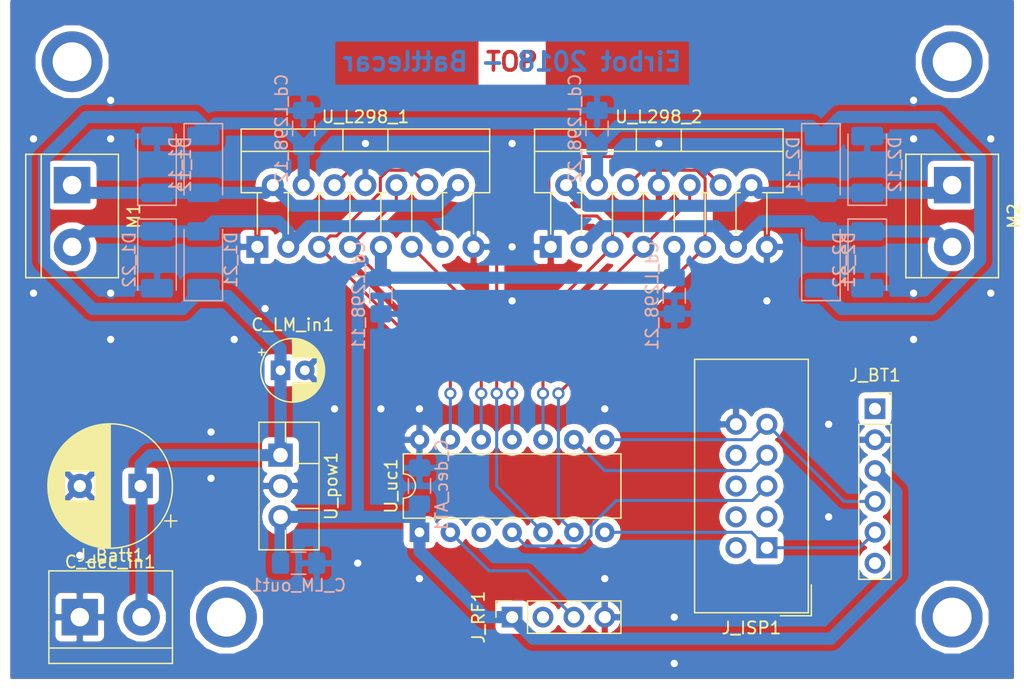
<source format=kicad_pcb>
(kicad_pcb (version 20171130) (host pcbnew 5.0.1)

  (general
    (thickness 1.6)
    (drawings 2)
    (tracks 214)
    (zones 0)
    (modules 26)
    (nets 28)
  )

  (page A4)
  (layers
    (0 F.Cu signal)
    (31 B.Cu signal)
    (32 B.Adhes user)
    (33 F.Adhes user)
    (34 B.Paste user)
    (35 F.Paste user)
    (36 B.SilkS user)
    (37 F.SilkS user)
    (38 B.Mask user)
    (39 F.Mask user)
    (40 Dwgs.User user)
    (41 Cmts.User user)
    (42 Eco1.User user)
    (43 Eco2.User user)
    (44 Edge.Cuts user)
    (45 Margin user)
    (46 B.CrtYd user)
    (47 F.CrtYd user)
    (48 B.Fab user)
    (49 F.Fab user)
  )

  (setup
    (last_trace_width 0.25)
    (trace_clearance 0.2)
    (zone_clearance 0.508)
    (zone_45_only no)
    (trace_min 0.25)
    (segment_width 0.2)
    (edge_width 0.15)
    (via_size 1)
    (via_drill 0.6)
    (via_min_size 1)
    (via_min_drill 0.3)
    (uvia_size 0.3)
    (uvia_drill 0.1)
    (uvias_allowed no)
    (uvia_min_size 0.2)
    (uvia_min_drill 0.1)
    (pcb_text_width 0.3)
    (pcb_text_size 1.5 1.5)
    (mod_edge_width 0.15)
    (mod_text_size 1 1)
    (mod_text_width 0.15)
    (pad_size 1.524 1.524)
    (pad_drill 0.762)
    (pad_to_mask_clearance 0.051)
    (solder_mask_min_width 0.25)
    (aux_axis_origin 0 0)
    (visible_elements FFFFFF7F)
    (pcbplotparams
      (layerselection 0x00000_ffffffff)
      (usegerberextensions false)
      (usegerberattributes false)
      (usegerberadvancedattributes false)
      (creategerberjobfile false)
      (excludeedgelayer true)
      (linewidth 0.100000)
      (plotframeref false)
      (viasonmask false)
      (mode 1)
      (useauxorigin false)
      (hpglpennumber 1)
      (hpglpenspeed 20)
      (hpglpendiameter 15.000000)
      (psnegative false)
      (psa4output false)
      (plotreference true)
      (plotvalue true)
      (plotinvisibletext false)
      (padsonsilk false)
      (subtractmaskfromsilk false)
      (outputformat 5)
      (mirror true)
      (drillshape 1)
      (scaleselection 1)
      (outputdirectory "../exports/"))
  )

  (net 0 "")
  (net 1 +5V)
  (net 2 GND)
  (net 3 VDC)
  (net 4 "Net-(D1_11-Pad2)")
  (net 5 "Net-(D1_21-Pad2)")
  (net 6 "Net-(D2_11-Pad2)")
  (net 7 "Net-(D2_21-Pad2)")
  (net 8 "Net-(J_BT1-Pad1)")
  (net 9 "Net-(J_BT1-Pad4)")
  (net 10 "Net-(J_BT1-Pad5)")
  (net 11 "Net-(J_BT1-Pad6)")
  (net 12 "Net-(J_ISP1-Pad2)")
  (net 13 "Net-(J_ISP1-Pad3)")
  (net 14 "Net-(J_ISP1-Pad4)")
  (net 15 "Net-(J_ISP1-Pad5)")
  (net 16 "Net-(J_ISP1-Pad6)")
  (net 17 "Net-(J_ISP1-Pad7)")
  (net 18 "Net-(J_ISP1-Pad8)")
  (net 19 "Net-(J_RF1-Pad2)")
  (net 20 "Net-(J_RF1-Pad3)")
  (net 21 "Net-(U_L298_1-Pad12)")
  (net 22 "Net-(U_L298_1-Pad11)")
  (net 23 "Net-(U_L298_1-Pad10)")
  (net 24 "Net-(U_L298_2-Pad12)")
  (net 25 "Net-(U_L298_2-Pad11)")
  (net 26 "Net-(U_L298_2-Pad10)")
  (net 27 "Net-(U_uc1-Pad3)")

  (net_class Default "This is the default net class."
    (clearance 0.2)
    (trace_width 0.25)
    (via_dia 1)
    (via_drill 0.6)
    (uvia_dia 0.3)
    (uvia_drill 0.1)
    (add_net GND)
    (add_net "Net-(J_BT1-Pad1)")
    (add_net "Net-(J_BT1-Pad4)")
    (add_net "Net-(J_BT1-Pad5)")
    (add_net "Net-(J_BT1-Pad6)")
    (add_net "Net-(J_ISP1-Pad2)")
    (add_net "Net-(J_ISP1-Pad3)")
    (add_net "Net-(J_ISP1-Pad4)")
    (add_net "Net-(J_ISP1-Pad5)")
    (add_net "Net-(J_ISP1-Pad6)")
    (add_net "Net-(J_ISP1-Pad7)")
    (add_net "Net-(J_ISP1-Pad8)")
    (add_net "Net-(J_RF1-Pad2)")
    (add_net "Net-(J_RF1-Pad3)")
    (add_net "Net-(U_L298_1-Pad10)")
    (add_net "Net-(U_L298_1-Pad11)")
    (add_net "Net-(U_L298_1-Pad12)")
    (add_net "Net-(U_L298_2-Pad10)")
    (add_net "Net-(U_L298_2-Pad11)")
    (add_net "Net-(U_L298_2-Pad12)")
    (add_net "Net-(U_uc1-Pad3)")
  )

  (net_class Meca ""
    (clearance 0.2)
    (trace_width 0.25)
    (via_dia 3.5)
    (via_drill 3)
    (uvia_dia 0.3)
    (uvia_drill 0.1)
  )

  (net_class Power ""
    (clearance 0.3)
    (trace_width 1)
    (via_dia 1)
    (via_drill 0.6)
    (uvia_dia 0.3)
    (uvia_drill 0.1)
    (add_net +5V)
    (add_net "Net-(D1_11-Pad2)")
    (add_net "Net-(D1_21-Pad2)")
    (add_net "Net-(D2_11-Pad2)")
    (add_net "Net-(D2_21-Pad2)")
    (add_net VDC)
  )

  (module Diode_SMD:D_2010_5025Metric_Pad1.52x2.65mm_HandSolder (layer B.Cu) (tedit 5B4B45C8) (tstamp 5C3F11E9)
    (at 121.285 95.6825 90)
    (descr "Diode SMD 2010 (5025 Metric), square (rectangular) end terminal, IPC_7351 nominal, (Body size source: http://www.tortai-tech.com/upload/download/2011102023233369053.pdf), generated with kicad-footprint-generator")
    (tags "diode handsolder")
    (path /5C4E0E26)
    (attr smd)
    (fp_text reference D1_21 (at 0 2.28 90) (layer B.SilkS)
      (effects (font (size 1 1) (thickness 0.15)) (justify mirror))
    )
    (fp_text value 1N007 (at 0 -2.28 90) (layer B.Fab)
      (effects (font (size 1 1) (thickness 0.15)) (justify mirror))
    )
    (fp_text user %R (at 0 0 90) (layer B.Fab)
      (effects (font (size 1 1) (thickness 0.15)) (justify mirror))
    )
    (fp_line (start 3.35 -1.58) (end -3.35 -1.58) (layer B.CrtYd) (width 0.05))
    (fp_line (start 3.35 1.58) (end 3.35 -1.58) (layer B.CrtYd) (width 0.05))
    (fp_line (start -3.35 1.58) (end 3.35 1.58) (layer B.CrtYd) (width 0.05))
    (fp_line (start -3.35 -1.58) (end -3.35 1.58) (layer B.CrtYd) (width 0.05))
    (fp_line (start -3.36 -1.585) (end 2.5 -1.585) (layer B.SilkS) (width 0.12))
    (fp_line (start -3.36 1.585) (end -3.36 -1.585) (layer B.SilkS) (width 0.12))
    (fp_line (start 2.5 1.585) (end -3.36 1.585) (layer B.SilkS) (width 0.12))
    (fp_line (start 2.5 -1.25) (end 2.5 1.25) (layer B.Fab) (width 0.1))
    (fp_line (start -2.5 -1.25) (end 2.5 -1.25) (layer B.Fab) (width 0.1))
    (fp_line (start -2.5 0.625) (end -2.5 -1.25) (layer B.Fab) (width 0.1))
    (fp_line (start -1.875 1.25) (end -2.5 0.625) (layer B.Fab) (width 0.1))
    (fp_line (start 2.5 1.25) (end -1.875 1.25) (layer B.Fab) (width 0.1))
    (pad 2 smd roundrect (at 2.3375 0 90) (size 1.525 2.65) (layers B.Cu B.Paste B.Mask) (roundrect_rratio 0.163934)
      (net 5 "Net-(D1_21-Pad2)"))
    (pad 1 smd roundrect (at -2.3375 0 90) (size 1.525 2.65) (layers B.Cu B.Paste B.Mask) (roundrect_rratio 0.163934)
      (net 3 VDC))
    (model ${KISYS3DMOD}/Diode_SMD.3dshapes/D_2010_5025Metric.wrl
      (at (xyz 0 0 0))
      (scale (xyz 1 1 1))
      (rotate (xyz 0 0 0))
    )
  )

  (module Package_TO_SOT_THT:TO-220-15_P2.54x2.54mm_StaggerOdd_Lead4.58mm_Vertical (layer F.Cu) (tedit 5AF05A31) (tstamp 5C4A372F)
    (at 125.73 94.615)
    (descr "TO-220-15, Vertical, RM 1.27mm, staggered type-1, see http://www.st.com/resource/en/datasheet/l298.pdf")
    (tags "TO-220-15 Vertical RM 1.27mm staggered type-1")
    (path /5C3C6900)
    (fp_text reference U_L298_1 (at 8.89 -10.7) (layer F.SilkS)
      (effects (font (size 1 1) (thickness 0.15)))
    )
    (fp_text value L298HN (at 8.89 2.15) (layer F.Fab)
      (effects (font (size 1 1) (thickness 0.15)))
    )
    (fp_line (start -1.21 -9.58) (end -1.21 -4.58) (layer F.Fab) (width 0.1))
    (fp_line (start -1.21 -4.58) (end 18.99 -4.58) (layer F.Fab) (width 0.1))
    (fp_line (start 18.99 -4.58) (end 18.99 -9.58) (layer F.Fab) (width 0.1))
    (fp_line (start 18.99 -9.58) (end -1.21 -9.58) (layer F.Fab) (width 0.1))
    (fp_line (start -1.21 -7.98) (end 18.99 -7.98) (layer F.Fab) (width 0.1))
    (fp_line (start 7.04 -9.58) (end 7.04 -7.98) (layer F.Fab) (width 0.1))
    (fp_line (start 10.74 -9.58) (end 10.74 -7.98) (layer F.Fab) (width 0.1))
    (fp_line (start 0 -4.58) (end 0 0) (layer F.Fab) (width 0.1))
    (fp_line (start 2.54 -4.58) (end 2.54 0) (layer F.Fab) (width 0.1))
    (fp_line (start 5.08 -4.58) (end 5.08 0) (layer F.Fab) (width 0.1))
    (fp_line (start 7.62 -4.58) (end 7.62 0) (layer F.Fab) (width 0.1))
    (fp_line (start 10.16 -4.58) (end 10.16 0) (layer F.Fab) (width 0.1))
    (fp_line (start 12.7 -4.58) (end 12.7 0) (layer F.Fab) (width 0.1))
    (fp_line (start 15.24 -4.58) (end 15.24 0) (layer F.Fab) (width 0.1))
    (fp_line (start 17.78 -4.58) (end 17.78 0) (layer F.Fab) (width 0.1))
    (fp_line (start -1.33 -9.7) (end 19.11 -9.7) (layer F.SilkS) (width 0.12))
    (fp_line (start -1.33 -4.459) (end 0.346 -4.459) (layer F.SilkS) (width 0.12))
    (fp_line (start 2.195 -4.459) (end 2.886 -4.459) (layer F.SilkS) (width 0.12))
    (fp_line (start 4.735 -4.459) (end 5.426 -4.459) (layer F.SilkS) (width 0.12))
    (fp_line (start 7.275 -4.459) (end 7.966 -4.459) (layer F.SilkS) (width 0.12))
    (fp_line (start 9.815 -4.459) (end 10.506 -4.459) (layer F.SilkS) (width 0.12))
    (fp_line (start 12.355 -4.459) (end 13.046 -4.459) (layer F.SilkS) (width 0.12))
    (fp_line (start 14.895 -4.459) (end 15.586 -4.459) (layer F.SilkS) (width 0.12))
    (fp_line (start 17.435 -4.459) (end 19.11 -4.459) (layer F.SilkS) (width 0.12))
    (fp_line (start -1.33 -9.7) (end -1.33 -4.459) (layer F.SilkS) (width 0.12))
    (fp_line (start 19.11 -9.7) (end 19.11 -4.459) (layer F.SilkS) (width 0.12))
    (fp_line (start -1.33 -7.86) (end 19.11 -7.86) (layer F.SilkS) (width 0.12))
    (fp_line (start 7.041 -9.7) (end 7.041 -7.86) (layer F.SilkS) (width 0.12))
    (fp_line (start 10.74 -9.7) (end 10.74 -7.86) (layer F.SilkS) (width 0.12))
    (fp_line (start 0 -4.459) (end 0 -1.05) (layer F.SilkS) (width 0.12))
    (fp_line (start 2.54 -4.459) (end 2.54 -1.065) (layer F.SilkS) (width 0.12))
    (fp_line (start 5.08 -4.459) (end 5.08 -1.065) (layer F.SilkS) (width 0.12))
    (fp_line (start 7.62 -4.459) (end 7.62 -1.065) (layer F.SilkS) (width 0.12))
    (fp_line (start 10.16 -4.459) (end 10.16 -1.065) (layer F.SilkS) (width 0.12))
    (fp_line (start 12.7 -4.459) (end 12.7 -1.065) (layer F.SilkS) (width 0.12))
    (fp_line (start 15.24 -4.459) (end 15.24 -1.065) (layer F.SilkS) (width 0.12))
    (fp_line (start 17.78 -4.459) (end 17.78 -1.065) (layer F.SilkS) (width 0.12))
    (fp_line (start -1.46 -9.83) (end -1.46 1.16) (layer F.CrtYd) (width 0.05))
    (fp_line (start -1.46 1.16) (end 19.25 1.16) (layer F.CrtYd) (width 0.05))
    (fp_line (start 19.25 1.16) (end 19.25 -9.83) (layer F.CrtYd) (width 0.05))
    (fp_line (start 19.25 -9.83) (end -1.46 -9.83) (layer F.CrtYd) (width 0.05))
    (fp_text user %R (at 8.89 -10.7) (layer F.Fab)
      (effects (font (size 1 1) (thickness 0.15)))
    )
    (pad 1 thru_hole rect (at 0 0) (size 1.8 1.8) (drill 1) (layers *.Cu *.Mask)
      (net 2 GND))
    (pad 2 thru_hole oval (at 1.27 -5.08) (size 1.8 1.8) (drill 1) (layers *.Cu *.Mask)
      (net 4 "Net-(D1_11-Pad2)"))
    (pad 3 thru_hole oval (at 2.54 0) (size 1.8 1.8) (drill 1) (layers *.Cu *.Mask)
      (net 5 "Net-(D1_21-Pad2)"))
    (pad 4 thru_hole oval (at 3.81 -5.08) (size 1.8 1.8) (drill 1) (layers *.Cu *.Mask)
      (net 3 VDC))
    (pad 5 thru_hole oval (at 5.08 0) (size 1.8 1.8) (drill 1) (layers *.Cu *.Mask)
      (net 21 "Net-(U_L298_1-Pad12)"))
    (pad 6 thru_hole oval (at 6.35 -5.08) (size 1.8 1.8) (drill 1) (layers *.Cu *.Mask)
      (net 22 "Net-(U_L298_1-Pad11)"))
    (pad 7 thru_hole oval (at 7.62 0) (size 1.8 1.8) (drill 1) (layers *.Cu *.Mask)
      (net 23 "Net-(U_L298_1-Pad10)"))
    (pad 8 thru_hole oval (at 8.89 -5.08) (size 1.8 1.8) (drill 1) (layers *.Cu *.Mask)
      (net 2 GND))
    (pad 9 thru_hole oval (at 10.16 0) (size 1.8 1.8) (drill 1) (layers *.Cu *.Mask)
      (net 1 +5V))
    (pad 10 thru_hole oval (at 11.43 -5.08) (size 1.8 1.8) (drill 1) (layers *.Cu *.Mask)
      (net 23 "Net-(U_L298_1-Pad10)"))
    (pad 11 thru_hole oval (at 12.7 0) (size 1.8 1.8) (drill 1) (layers *.Cu *.Mask)
      (net 22 "Net-(U_L298_1-Pad11)"))
    (pad 12 thru_hole oval (at 13.97 -5.08) (size 1.8 1.8) (drill 1) (layers *.Cu *.Mask)
      (net 21 "Net-(U_L298_1-Pad12)"))
    (pad 13 thru_hole oval (at 15.24 0) (size 1.8 1.8) (drill 1) (layers *.Cu *.Mask)
      (net 5 "Net-(D1_21-Pad2)"))
    (pad 14 thru_hole oval (at 16.51 -5.08) (size 1.8 1.8) (drill 1) (layers *.Cu *.Mask)
      (net 4 "Net-(D1_11-Pad2)"))
    (pad 15 thru_hole oval (at 17.78 0) (size 1.8 1.8) (drill 1) (layers *.Cu *.Mask)
      (net 2 GND))
    (model ${KISYS3DMOD}/Package_TO_SOT_THT.3dshapes/TO-220-15_P2.54x2.54mm_StaggerOdd_Lead4.58mm_Vertical.wrl
      (at (xyz 0 0 0))
      (scale (xyz 1 1 1))
      (rotate (xyz 0 0 0))
    )
  )

  (module Package_TO_SOT_THT:TO-220-15_P2.54x2.54mm_StaggerOdd_Lead4.58mm_Vertical (layer F.Cu) (tedit 5AF05A31) (tstamp 5C4A376C)
    (at 149.86 94.615)
    (descr "TO-220-15, Vertical, RM 1.27mm, staggered type-1, see http://www.st.com/resource/en/datasheet/l298.pdf")
    (tags "TO-220-15 Vertical RM 1.27mm staggered type-1")
    (path /5C3D4A32)
    (fp_text reference U_L298_2 (at 8.89 -10.7) (layer F.SilkS)
      (effects (font (size 1 1) (thickness 0.15)))
    )
    (fp_text value L298HN (at 8.89 2.15) (layer F.Fab)
      (effects (font (size 1 1) (thickness 0.15)))
    )
    (fp_text user %R (at 8.89 -10.7) (layer F.Fab)
      (effects (font (size 1 1) (thickness 0.15)))
    )
    (fp_line (start 19.25 -9.83) (end -1.46 -9.83) (layer F.CrtYd) (width 0.05))
    (fp_line (start 19.25 1.16) (end 19.25 -9.83) (layer F.CrtYd) (width 0.05))
    (fp_line (start -1.46 1.16) (end 19.25 1.16) (layer F.CrtYd) (width 0.05))
    (fp_line (start -1.46 -9.83) (end -1.46 1.16) (layer F.CrtYd) (width 0.05))
    (fp_line (start 17.78 -4.459) (end 17.78 -1.065) (layer F.SilkS) (width 0.12))
    (fp_line (start 15.24 -4.459) (end 15.24 -1.065) (layer F.SilkS) (width 0.12))
    (fp_line (start 12.7 -4.459) (end 12.7 -1.065) (layer F.SilkS) (width 0.12))
    (fp_line (start 10.16 -4.459) (end 10.16 -1.065) (layer F.SilkS) (width 0.12))
    (fp_line (start 7.62 -4.459) (end 7.62 -1.065) (layer F.SilkS) (width 0.12))
    (fp_line (start 5.08 -4.459) (end 5.08 -1.065) (layer F.SilkS) (width 0.12))
    (fp_line (start 2.54 -4.459) (end 2.54 -1.065) (layer F.SilkS) (width 0.12))
    (fp_line (start 0 -4.459) (end 0 -1.05) (layer F.SilkS) (width 0.12))
    (fp_line (start 10.74 -9.7) (end 10.74 -7.86) (layer F.SilkS) (width 0.12))
    (fp_line (start 7.041 -9.7) (end 7.041 -7.86) (layer F.SilkS) (width 0.12))
    (fp_line (start -1.33 -7.86) (end 19.11 -7.86) (layer F.SilkS) (width 0.12))
    (fp_line (start 19.11 -9.7) (end 19.11 -4.459) (layer F.SilkS) (width 0.12))
    (fp_line (start -1.33 -9.7) (end -1.33 -4.459) (layer F.SilkS) (width 0.12))
    (fp_line (start 17.435 -4.459) (end 19.11 -4.459) (layer F.SilkS) (width 0.12))
    (fp_line (start 14.895 -4.459) (end 15.586 -4.459) (layer F.SilkS) (width 0.12))
    (fp_line (start 12.355 -4.459) (end 13.046 -4.459) (layer F.SilkS) (width 0.12))
    (fp_line (start 9.815 -4.459) (end 10.506 -4.459) (layer F.SilkS) (width 0.12))
    (fp_line (start 7.275 -4.459) (end 7.966 -4.459) (layer F.SilkS) (width 0.12))
    (fp_line (start 4.735 -4.459) (end 5.426 -4.459) (layer F.SilkS) (width 0.12))
    (fp_line (start 2.195 -4.459) (end 2.886 -4.459) (layer F.SilkS) (width 0.12))
    (fp_line (start -1.33 -4.459) (end 0.346 -4.459) (layer F.SilkS) (width 0.12))
    (fp_line (start -1.33 -9.7) (end 19.11 -9.7) (layer F.SilkS) (width 0.12))
    (fp_line (start 17.78 -4.58) (end 17.78 0) (layer F.Fab) (width 0.1))
    (fp_line (start 15.24 -4.58) (end 15.24 0) (layer F.Fab) (width 0.1))
    (fp_line (start 12.7 -4.58) (end 12.7 0) (layer F.Fab) (width 0.1))
    (fp_line (start 10.16 -4.58) (end 10.16 0) (layer F.Fab) (width 0.1))
    (fp_line (start 7.62 -4.58) (end 7.62 0) (layer F.Fab) (width 0.1))
    (fp_line (start 5.08 -4.58) (end 5.08 0) (layer F.Fab) (width 0.1))
    (fp_line (start 2.54 -4.58) (end 2.54 0) (layer F.Fab) (width 0.1))
    (fp_line (start 0 -4.58) (end 0 0) (layer F.Fab) (width 0.1))
    (fp_line (start 10.74 -9.58) (end 10.74 -7.98) (layer F.Fab) (width 0.1))
    (fp_line (start 7.04 -9.58) (end 7.04 -7.98) (layer F.Fab) (width 0.1))
    (fp_line (start -1.21 -7.98) (end 18.99 -7.98) (layer F.Fab) (width 0.1))
    (fp_line (start 18.99 -9.58) (end -1.21 -9.58) (layer F.Fab) (width 0.1))
    (fp_line (start 18.99 -4.58) (end 18.99 -9.58) (layer F.Fab) (width 0.1))
    (fp_line (start -1.21 -4.58) (end 18.99 -4.58) (layer F.Fab) (width 0.1))
    (fp_line (start -1.21 -9.58) (end -1.21 -4.58) (layer F.Fab) (width 0.1))
    (pad 15 thru_hole oval (at 17.78 0) (size 1.8 1.8) (drill 1) (layers *.Cu *.Mask)
      (net 2 GND))
    (pad 14 thru_hole oval (at 16.51 -5.08) (size 1.8 1.8) (drill 1) (layers *.Cu *.Mask)
      (net 6 "Net-(D2_11-Pad2)"))
    (pad 13 thru_hole oval (at 15.24 0) (size 1.8 1.8) (drill 1) (layers *.Cu *.Mask)
      (net 7 "Net-(D2_21-Pad2)"))
    (pad 12 thru_hole oval (at 13.97 -5.08) (size 1.8 1.8) (drill 1) (layers *.Cu *.Mask)
      (net 24 "Net-(U_L298_2-Pad12)"))
    (pad 11 thru_hole oval (at 12.7 0) (size 1.8 1.8) (drill 1) (layers *.Cu *.Mask)
      (net 25 "Net-(U_L298_2-Pad11)"))
    (pad 10 thru_hole oval (at 11.43 -5.08) (size 1.8 1.8) (drill 1) (layers *.Cu *.Mask)
      (net 26 "Net-(U_L298_2-Pad10)"))
    (pad 9 thru_hole oval (at 10.16 0) (size 1.8 1.8) (drill 1) (layers *.Cu *.Mask)
      (net 1 +5V))
    (pad 8 thru_hole oval (at 8.89 -5.08) (size 1.8 1.8) (drill 1) (layers *.Cu *.Mask)
      (net 2 GND))
    (pad 7 thru_hole oval (at 7.62 0) (size 1.8 1.8) (drill 1) (layers *.Cu *.Mask)
      (net 26 "Net-(U_L298_2-Pad10)"))
    (pad 6 thru_hole oval (at 6.35 -5.08) (size 1.8 1.8) (drill 1) (layers *.Cu *.Mask)
      (net 25 "Net-(U_L298_2-Pad11)"))
    (pad 5 thru_hole oval (at 5.08 0) (size 1.8 1.8) (drill 1) (layers *.Cu *.Mask)
      (net 24 "Net-(U_L298_2-Pad12)"))
    (pad 4 thru_hole oval (at 3.81 -5.08) (size 1.8 1.8) (drill 1) (layers *.Cu *.Mask)
      (net 3 VDC))
    (pad 3 thru_hole oval (at 2.54 0) (size 1.8 1.8) (drill 1) (layers *.Cu *.Mask)
      (net 7 "Net-(D2_21-Pad2)"))
    (pad 2 thru_hole oval (at 1.27 -5.08) (size 1.8 1.8) (drill 1) (layers *.Cu *.Mask)
      (net 6 "Net-(D2_11-Pad2)"))
    (pad 1 thru_hole rect (at 0 0) (size 1.8 1.8) (drill 1) (layers *.Cu *.Mask)
      (net 2 GND))
    (model ${KISYS3DMOD}/Package_TO_SOT_THT.3dshapes/TO-220-15_P2.54x2.54mm_StaggerOdd_Lead4.58mm_Vertical.wrl
      (at (xyz 0 0 0))
      (scale (xyz 1 1 1))
      (rotate (xyz 0 0 0))
    )
  )

  (module Capacitor_SMD:C_1206_3216Metric_Pad1.42x1.75mm_HandSolder (layer B.Cu) (tedit 5B301BBE) (tstamp 5C4A33E5)
    (at 139.065 114.3 90)
    (descr "Capacitor SMD 1206 (3216 Metric), square (rectangular) end terminal, IPC_7351 nominal with elongated pad for handsoldering. (Body size source: http://www.tortai-tech.com/upload/download/2011102023233369053.pdf), generated with kicad-footprint-generator")
    (tags "capacitor handsolder")
    (path /5C3C924E)
    (attr smd)
    (fp_text reference C_dec_AT1 (at 0 1.82 90) (layer B.SilkS)
      (effects (font (size 1 1) (thickness 0.15)) (justify mirror))
    )
    (fp_text value 100nF (at 0 -1.82 90) (layer B.Fab)
      (effects (font (size 1 1) (thickness 0.15)) (justify mirror))
    )
    (fp_line (start -1.6 -0.8) (end -1.6 0.8) (layer B.Fab) (width 0.1))
    (fp_line (start -1.6 0.8) (end 1.6 0.8) (layer B.Fab) (width 0.1))
    (fp_line (start 1.6 0.8) (end 1.6 -0.8) (layer B.Fab) (width 0.1))
    (fp_line (start 1.6 -0.8) (end -1.6 -0.8) (layer B.Fab) (width 0.1))
    (fp_line (start -0.602064 0.91) (end 0.602064 0.91) (layer B.SilkS) (width 0.12))
    (fp_line (start -0.602064 -0.91) (end 0.602064 -0.91) (layer B.SilkS) (width 0.12))
    (fp_line (start -2.45 -1.12) (end -2.45 1.12) (layer B.CrtYd) (width 0.05))
    (fp_line (start -2.45 1.12) (end 2.45 1.12) (layer B.CrtYd) (width 0.05))
    (fp_line (start 2.45 1.12) (end 2.45 -1.12) (layer B.CrtYd) (width 0.05))
    (fp_line (start 2.45 -1.12) (end -2.45 -1.12) (layer B.CrtYd) (width 0.05))
    (fp_text user %R (at 0 0 90) (layer B.Fab)
      (effects (font (size 0.8 0.8) (thickness 0.12)) (justify mirror))
    )
    (pad 1 smd roundrect (at -1.4875 0 90) (size 1.425 1.75) (layers B.Cu B.Paste B.Mask) (roundrect_rratio 0.175439)
      (net 1 +5V))
    (pad 2 smd roundrect (at 1.4875 0 90) (size 1.425 1.75) (layers B.Cu B.Paste B.Mask) (roundrect_rratio 0.175439)
      (net 2 GND))
    (model ${KISYS3DMOD}/Capacitor_SMD.3dshapes/C_1206_3216Metric.wrl
      (at (xyz 0 0 0))
      (scale (xyz 1 1 1))
      (rotate (xyz 0 0 0))
    )
  )

  (module Capacitor_THT:CP_Radial_D10.0mm_P5.00mm (layer F.Cu) (tedit 5AE50EF1) (tstamp 5C4B016E)
    (at 116.125 114.3 180)
    (descr "CP, Radial series, Radial, pin pitch=5.00mm, , diameter=10mm, Electrolytic Capacitor")
    (tags "CP Radial series Radial pin pitch 5.00mm  diameter 10mm Electrolytic Capacitor")
    (path /5C3C8D23)
    (fp_text reference C_dec_in1 (at 2.5 -6.25 180) (layer F.SilkS)
      (effects (font (size 1 1) (thickness 0.15)))
    )
    (fp_text value 220uF (at 2.5 6.25 180) (layer F.Fab)
      (effects (font (size 1 1) (thickness 0.15)))
    )
    (fp_circle (center 2.5 0) (end 7.5 0) (layer F.Fab) (width 0.1))
    (fp_circle (center 2.5 0) (end 7.62 0) (layer F.SilkS) (width 0.12))
    (fp_circle (center 2.5 0) (end 7.75 0) (layer F.CrtYd) (width 0.05))
    (fp_line (start -1.788861 -2.1875) (end -0.788861 -2.1875) (layer F.Fab) (width 0.1))
    (fp_line (start -1.288861 -2.6875) (end -1.288861 -1.6875) (layer F.Fab) (width 0.1))
    (fp_line (start 2.5 -5.08) (end 2.5 5.08) (layer F.SilkS) (width 0.12))
    (fp_line (start 2.54 -5.08) (end 2.54 5.08) (layer F.SilkS) (width 0.12))
    (fp_line (start 2.58 -5.08) (end 2.58 5.08) (layer F.SilkS) (width 0.12))
    (fp_line (start 2.62 -5.079) (end 2.62 5.079) (layer F.SilkS) (width 0.12))
    (fp_line (start 2.66 -5.078) (end 2.66 5.078) (layer F.SilkS) (width 0.12))
    (fp_line (start 2.7 -5.077) (end 2.7 5.077) (layer F.SilkS) (width 0.12))
    (fp_line (start 2.74 -5.075) (end 2.74 5.075) (layer F.SilkS) (width 0.12))
    (fp_line (start 2.78 -5.073) (end 2.78 5.073) (layer F.SilkS) (width 0.12))
    (fp_line (start 2.82 -5.07) (end 2.82 5.07) (layer F.SilkS) (width 0.12))
    (fp_line (start 2.86 -5.068) (end 2.86 5.068) (layer F.SilkS) (width 0.12))
    (fp_line (start 2.9 -5.065) (end 2.9 5.065) (layer F.SilkS) (width 0.12))
    (fp_line (start 2.94 -5.062) (end 2.94 5.062) (layer F.SilkS) (width 0.12))
    (fp_line (start 2.98 -5.058) (end 2.98 5.058) (layer F.SilkS) (width 0.12))
    (fp_line (start 3.02 -5.054) (end 3.02 5.054) (layer F.SilkS) (width 0.12))
    (fp_line (start 3.06 -5.05) (end 3.06 5.05) (layer F.SilkS) (width 0.12))
    (fp_line (start 3.1 -5.045) (end 3.1 5.045) (layer F.SilkS) (width 0.12))
    (fp_line (start 3.14 -5.04) (end 3.14 5.04) (layer F.SilkS) (width 0.12))
    (fp_line (start 3.18 -5.035) (end 3.18 5.035) (layer F.SilkS) (width 0.12))
    (fp_line (start 3.221 -5.03) (end 3.221 5.03) (layer F.SilkS) (width 0.12))
    (fp_line (start 3.261 -5.024) (end 3.261 5.024) (layer F.SilkS) (width 0.12))
    (fp_line (start 3.301 -5.018) (end 3.301 5.018) (layer F.SilkS) (width 0.12))
    (fp_line (start 3.341 -5.011) (end 3.341 5.011) (layer F.SilkS) (width 0.12))
    (fp_line (start 3.381 -5.004) (end 3.381 5.004) (layer F.SilkS) (width 0.12))
    (fp_line (start 3.421 -4.997) (end 3.421 4.997) (layer F.SilkS) (width 0.12))
    (fp_line (start 3.461 -4.99) (end 3.461 4.99) (layer F.SilkS) (width 0.12))
    (fp_line (start 3.501 -4.982) (end 3.501 4.982) (layer F.SilkS) (width 0.12))
    (fp_line (start 3.541 -4.974) (end 3.541 4.974) (layer F.SilkS) (width 0.12))
    (fp_line (start 3.581 -4.965) (end 3.581 4.965) (layer F.SilkS) (width 0.12))
    (fp_line (start 3.621 -4.956) (end 3.621 4.956) (layer F.SilkS) (width 0.12))
    (fp_line (start 3.661 -4.947) (end 3.661 4.947) (layer F.SilkS) (width 0.12))
    (fp_line (start 3.701 -4.938) (end 3.701 4.938) (layer F.SilkS) (width 0.12))
    (fp_line (start 3.741 -4.928) (end 3.741 4.928) (layer F.SilkS) (width 0.12))
    (fp_line (start 3.781 -4.918) (end 3.781 -1.241) (layer F.SilkS) (width 0.12))
    (fp_line (start 3.781 1.241) (end 3.781 4.918) (layer F.SilkS) (width 0.12))
    (fp_line (start 3.821 -4.907) (end 3.821 -1.241) (layer F.SilkS) (width 0.12))
    (fp_line (start 3.821 1.241) (end 3.821 4.907) (layer F.SilkS) (width 0.12))
    (fp_line (start 3.861 -4.897) (end 3.861 -1.241) (layer F.SilkS) (width 0.12))
    (fp_line (start 3.861 1.241) (end 3.861 4.897) (layer F.SilkS) (width 0.12))
    (fp_line (start 3.901 -4.885) (end 3.901 -1.241) (layer F.SilkS) (width 0.12))
    (fp_line (start 3.901 1.241) (end 3.901 4.885) (layer F.SilkS) (width 0.12))
    (fp_line (start 3.941 -4.874) (end 3.941 -1.241) (layer F.SilkS) (width 0.12))
    (fp_line (start 3.941 1.241) (end 3.941 4.874) (layer F.SilkS) (width 0.12))
    (fp_line (start 3.981 -4.862) (end 3.981 -1.241) (layer F.SilkS) (width 0.12))
    (fp_line (start 3.981 1.241) (end 3.981 4.862) (layer F.SilkS) (width 0.12))
    (fp_line (start 4.021 -4.85) (end 4.021 -1.241) (layer F.SilkS) (width 0.12))
    (fp_line (start 4.021 1.241) (end 4.021 4.85) (layer F.SilkS) (width 0.12))
    (fp_line (start 4.061 -4.837) (end 4.061 -1.241) (layer F.SilkS) (width 0.12))
    (fp_line (start 4.061 1.241) (end 4.061 4.837) (layer F.SilkS) (width 0.12))
    (fp_line (start 4.101 -4.824) (end 4.101 -1.241) (layer F.SilkS) (width 0.12))
    (fp_line (start 4.101 1.241) (end 4.101 4.824) (layer F.SilkS) (width 0.12))
    (fp_line (start 4.141 -4.811) (end 4.141 -1.241) (layer F.SilkS) (width 0.12))
    (fp_line (start 4.141 1.241) (end 4.141 4.811) (layer F.SilkS) (width 0.12))
    (fp_line (start 4.181 -4.797) (end 4.181 -1.241) (layer F.SilkS) (width 0.12))
    (fp_line (start 4.181 1.241) (end 4.181 4.797) (layer F.SilkS) (width 0.12))
    (fp_line (start 4.221 -4.783) (end 4.221 -1.241) (layer F.SilkS) (width 0.12))
    (fp_line (start 4.221 1.241) (end 4.221 4.783) (layer F.SilkS) (width 0.12))
    (fp_line (start 4.261 -4.768) (end 4.261 -1.241) (layer F.SilkS) (width 0.12))
    (fp_line (start 4.261 1.241) (end 4.261 4.768) (layer F.SilkS) (width 0.12))
    (fp_line (start 4.301 -4.754) (end 4.301 -1.241) (layer F.SilkS) (width 0.12))
    (fp_line (start 4.301 1.241) (end 4.301 4.754) (layer F.SilkS) (width 0.12))
    (fp_line (start 4.341 -4.738) (end 4.341 -1.241) (layer F.SilkS) (width 0.12))
    (fp_line (start 4.341 1.241) (end 4.341 4.738) (layer F.SilkS) (width 0.12))
    (fp_line (start 4.381 -4.723) (end 4.381 -1.241) (layer F.SilkS) (width 0.12))
    (fp_line (start 4.381 1.241) (end 4.381 4.723) (layer F.SilkS) (width 0.12))
    (fp_line (start 4.421 -4.707) (end 4.421 -1.241) (layer F.SilkS) (width 0.12))
    (fp_line (start 4.421 1.241) (end 4.421 4.707) (layer F.SilkS) (width 0.12))
    (fp_line (start 4.461 -4.69) (end 4.461 -1.241) (layer F.SilkS) (width 0.12))
    (fp_line (start 4.461 1.241) (end 4.461 4.69) (layer F.SilkS) (width 0.12))
    (fp_line (start 4.501 -4.674) (end 4.501 -1.241) (layer F.SilkS) (width 0.12))
    (fp_line (start 4.501 1.241) (end 4.501 4.674) (layer F.SilkS) (width 0.12))
    (fp_line (start 4.541 -4.657) (end 4.541 -1.241) (layer F.SilkS) (width 0.12))
    (fp_line (start 4.541 1.241) (end 4.541 4.657) (layer F.SilkS) (width 0.12))
    (fp_line (start 4.581 -4.639) (end 4.581 -1.241) (layer F.SilkS) (width 0.12))
    (fp_line (start 4.581 1.241) (end 4.581 4.639) (layer F.SilkS) (width 0.12))
    (fp_line (start 4.621 -4.621) (end 4.621 -1.241) (layer F.SilkS) (width 0.12))
    (fp_line (start 4.621 1.241) (end 4.621 4.621) (layer F.SilkS) (width 0.12))
    (fp_line (start 4.661 -4.603) (end 4.661 -1.241) (layer F.SilkS) (width 0.12))
    (fp_line (start 4.661 1.241) (end 4.661 4.603) (layer F.SilkS) (width 0.12))
    (fp_line (start 4.701 -4.584) (end 4.701 -1.241) (layer F.SilkS) (width 0.12))
    (fp_line (start 4.701 1.241) (end 4.701 4.584) (layer F.SilkS) (width 0.12))
    (fp_line (start 4.741 -4.564) (end 4.741 -1.241) (layer F.SilkS) (width 0.12))
    (fp_line (start 4.741 1.241) (end 4.741 4.564) (layer F.SilkS) (width 0.12))
    (fp_line (start 4.781 -4.545) (end 4.781 -1.241) (layer F.SilkS) (width 0.12))
    (fp_line (start 4.781 1.241) (end 4.781 4.545) (layer F.SilkS) (width 0.12))
    (fp_line (start 4.821 -4.525) (end 4.821 -1.241) (layer F.SilkS) (width 0.12))
    (fp_line (start 4.821 1.241) (end 4.821 4.525) (layer F.SilkS) (width 0.12))
    (fp_line (start 4.861 -4.504) (end 4.861 -1.241) (layer F.SilkS) (width 0.12))
    (fp_line (start 4.861 1.241) (end 4.861 4.504) (layer F.SilkS) (width 0.12))
    (fp_line (start 4.901 -4.483) (end 4.901 -1.241) (layer F.SilkS) (width 0.12))
    (fp_line (start 4.901 1.241) (end 4.901 4.483) (layer F.SilkS) (width 0.12))
    (fp_line (start 4.941 -4.462) (end 4.941 -1.241) (layer F.SilkS) (width 0.12))
    (fp_line (start 4.941 1.241) (end 4.941 4.462) (layer F.SilkS) (width 0.12))
    (fp_line (start 4.981 -4.44) (end 4.981 -1.241) (layer F.SilkS) (width 0.12))
    (fp_line (start 4.981 1.241) (end 4.981 4.44) (layer F.SilkS) (width 0.12))
    (fp_line (start 5.021 -4.417) (end 5.021 -1.241) (layer F.SilkS) (width 0.12))
    (fp_line (start 5.021 1.241) (end 5.021 4.417) (layer F.SilkS) (width 0.12))
    (fp_line (start 5.061 -4.395) (end 5.061 -1.241) (layer F.SilkS) (width 0.12))
    (fp_line (start 5.061 1.241) (end 5.061 4.395) (layer F.SilkS) (width 0.12))
    (fp_line (start 5.101 -4.371) (end 5.101 -1.241) (layer F.SilkS) (width 0.12))
    (fp_line (start 5.101 1.241) (end 5.101 4.371) (layer F.SilkS) (width 0.12))
    (fp_line (start 5.141 -4.347) (end 5.141 -1.241) (layer F.SilkS) (width 0.12))
    (fp_line (start 5.141 1.241) (end 5.141 4.347) (layer F.SilkS) (width 0.12))
    (fp_line (start 5.181 -4.323) (end 5.181 -1.241) (layer F.SilkS) (width 0.12))
    (fp_line (start 5.181 1.241) (end 5.181 4.323) (layer F.SilkS) (width 0.12))
    (fp_line (start 5.221 -4.298) (end 5.221 -1.241) (layer F.SilkS) (width 0.12))
    (fp_line (start 5.221 1.241) (end 5.221 4.298) (layer F.SilkS) (width 0.12))
    (fp_line (start 5.261 -4.273) (end 5.261 -1.241) (layer F.SilkS) (width 0.12))
    (fp_line (start 5.261 1.241) (end 5.261 4.273) (layer F.SilkS) (width 0.12))
    (fp_line (start 5.301 -4.247) (end 5.301 -1.241) (layer F.SilkS) (width 0.12))
    (fp_line (start 5.301 1.241) (end 5.301 4.247) (layer F.SilkS) (width 0.12))
    (fp_line (start 5.341 -4.221) (end 5.341 -1.241) (layer F.SilkS) (width 0.12))
    (fp_line (start 5.341 1.241) (end 5.341 4.221) (layer F.SilkS) (width 0.12))
    (fp_line (start 5.381 -4.194) (end 5.381 -1.241) (layer F.SilkS) (width 0.12))
    (fp_line (start 5.381 1.241) (end 5.381 4.194) (layer F.SilkS) (width 0.12))
    (fp_line (start 5.421 -4.166) (end 5.421 -1.241) (layer F.SilkS) (width 0.12))
    (fp_line (start 5.421 1.241) (end 5.421 4.166) (layer F.SilkS) (width 0.12))
    (fp_line (start 5.461 -4.138) (end 5.461 -1.241) (layer F.SilkS) (width 0.12))
    (fp_line (start 5.461 1.241) (end 5.461 4.138) (layer F.SilkS) (width 0.12))
    (fp_line (start 5.501 -4.11) (end 5.501 -1.241) (layer F.SilkS) (width 0.12))
    (fp_line (start 5.501 1.241) (end 5.501 4.11) (layer F.SilkS) (width 0.12))
    (fp_line (start 5.541 -4.08) (end 5.541 -1.241) (layer F.SilkS) (width 0.12))
    (fp_line (start 5.541 1.241) (end 5.541 4.08) (layer F.SilkS) (width 0.12))
    (fp_line (start 5.581 -4.05) (end 5.581 -1.241) (layer F.SilkS) (width 0.12))
    (fp_line (start 5.581 1.241) (end 5.581 4.05) (layer F.SilkS) (width 0.12))
    (fp_line (start 5.621 -4.02) (end 5.621 -1.241) (layer F.SilkS) (width 0.12))
    (fp_line (start 5.621 1.241) (end 5.621 4.02) (layer F.SilkS) (width 0.12))
    (fp_line (start 5.661 -3.989) (end 5.661 -1.241) (layer F.SilkS) (width 0.12))
    (fp_line (start 5.661 1.241) (end 5.661 3.989) (layer F.SilkS) (width 0.12))
    (fp_line (start 5.701 -3.957) (end 5.701 -1.241) (layer F.SilkS) (width 0.12))
    (fp_line (start 5.701 1.241) (end 5.701 3.957) (layer F.SilkS) (width 0.12))
    (fp_line (start 5.741 -3.925) (end 5.741 -1.241) (layer F.SilkS) (width 0.12))
    (fp_line (start 5.741 1.241) (end 5.741 3.925) (layer F.SilkS) (width 0.12))
    (fp_line (start 5.781 -3.892) (end 5.781 -1.241) (layer F.SilkS) (width 0.12))
    (fp_line (start 5.781 1.241) (end 5.781 3.892) (layer F.SilkS) (width 0.12))
    (fp_line (start 5.821 -3.858) (end 5.821 -1.241) (layer F.SilkS) (width 0.12))
    (fp_line (start 5.821 1.241) (end 5.821 3.858) (layer F.SilkS) (width 0.12))
    (fp_line (start 5.861 -3.824) (end 5.861 -1.241) (layer F.SilkS) (width 0.12))
    (fp_line (start 5.861 1.241) (end 5.861 3.824) (layer F.SilkS) (width 0.12))
    (fp_line (start 5.901 -3.789) (end 5.901 -1.241) (layer F.SilkS) (width 0.12))
    (fp_line (start 5.901 1.241) (end 5.901 3.789) (layer F.SilkS) (width 0.12))
    (fp_line (start 5.941 -3.753) (end 5.941 -1.241) (layer F.SilkS) (width 0.12))
    (fp_line (start 5.941 1.241) (end 5.941 3.753) (layer F.SilkS) (width 0.12))
    (fp_line (start 5.981 -3.716) (end 5.981 -1.241) (layer F.SilkS) (width 0.12))
    (fp_line (start 5.981 1.241) (end 5.981 3.716) (layer F.SilkS) (width 0.12))
    (fp_line (start 6.021 -3.679) (end 6.021 -1.241) (layer F.SilkS) (width 0.12))
    (fp_line (start 6.021 1.241) (end 6.021 3.679) (layer F.SilkS) (width 0.12))
    (fp_line (start 6.061 -3.64) (end 6.061 -1.241) (layer F.SilkS) (width 0.12))
    (fp_line (start 6.061 1.241) (end 6.061 3.64) (layer F.SilkS) (width 0.12))
    (fp_line (start 6.101 -3.601) (end 6.101 -1.241) (layer F.SilkS) (width 0.12))
    (fp_line (start 6.101 1.241) (end 6.101 3.601) (layer F.SilkS) (width 0.12))
    (fp_line (start 6.141 -3.561) (end 6.141 -1.241) (layer F.SilkS) (width 0.12))
    (fp_line (start 6.141 1.241) (end 6.141 3.561) (layer F.SilkS) (width 0.12))
    (fp_line (start 6.181 -3.52) (end 6.181 -1.241) (layer F.SilkS) (width 0.12))
    (fp_line (start 6.181 1.241) (end 6.181 3.52) (layer F.SilkS) (width 0.12))
    (fp_line (start 6.221 -3.478) (end 6.221 -1.241) (layer F.SilkS) (width 0.12))
    (fp_line (start 6.221 1.241) (end 6.221 3.478) (layer F.SilkS) (width 0.12))
    (fp_line (start 6.261 -3.436) (end 6.261 3.436) (layer F.SilkS) (width 0.12))
    (fp_line (start 6.301 -3.392) (end 6.301 3.392) (layer F.SilkS) (width 0.12))
    (fp_line (start 6.341 -3.347) (end 6.341 3.347) (layer F.SilkS) (width 0.12))
    (fp_line (start 6.381 -3.301) (end 6.381 3.301) (layer F.SilkS) (width 0.12))
    (fp_line (start 6.421 -3.254) (end 6.421 3.254) (layer F.SilkS) (width 0.12))
    (fp_line (start 6.461 -3.206) (end 6.461 3.206) (layer F.SilkS) (width 0.12))
    (fp_line (start 6.501 -3.156) (end 6.501 3.156) (layer F.SilkS) (width 0.12))
    (fp_line (start 6.541 -3.106) (end 6.541 3.106) (layer F.SilkS) (width 0.12))
    (fp_line (start 6.581 -3.054) (end 6.581 3.054) (layer F.SilkS) (width 0.12))
    (fp_line (start 6.621 -3) (end 6.621 3) (layer F.SilkS) (width 0.12))
    (fp_line (start 6.661 -2.945) (end 6.661 2.945) (layer F.SilkS) (width 0.12))
    (fp_line (start 6.701 -2.889) (end 6.701 2.889) (layer F.SilkS) (width 0.12))
    (fp_line (start 6.741 -2.83) (end 6.741 2.83) (layer F.SilkS) (width 0.12))
    (fp_line (start 6.781 -2.77) (end 6.781 2.77) (layer F.SilkS) (width 0.12))
    (fp_line (start 6.821 -2.709) (end 6.821 2.709) (layer F.SilkS) (width 0.12))
    (fp_line (start 6.861 -2.645) (end 6.861 2.645) (layer F.SilkS) (width 0.12))
    (fp_line (start 6.901 -2.579) (end 6.901 2.579) (layer F.SilkS) (width 0.12))
    (fp_line (start 6.941 -2.51) (end 6.941 2.51) (layer F.SilkS) (width 0.12))
    (fp_line (start 6.981 -2.439) (end 6.981 2.439) (layer F.SilkS) (width 0.12))
    (fp_line (start 7.021 -2.365) (end 7.021 2.365) (layer F.SilkS) (width 0.12))
    (fp_line (start 7.061 -2.289) (end 7.061 2.289) (layer F.SilkS) (width 0.12))
    (fp_line (start 7.101 -2.209) (end 7.101 2.209) (layer F.SilkS) (width 0.12))
    (fp_line (start 7.141 -2.125) (end 7.141 2.125) (layer F.SilkS) (width 0.12))
    (fp_line (start 7.181 -2.037) (end 7.181 2.037) (layer F.SilkS) (width 0.12))
    (fp_line (start 7.221 -1.944) (end 7.221 1.944) (layer F.SilkS) (width 0.12))
    (fp_line (start 7.261 -1.846) (end 7.261 1.846) (layer F.SilkS) (width 0.12))
    (fp_line (start 7.301 -1.742) (end 7.301 1.742) (layer F.SilkS) (width 0.12))
    (fp_line (start 7.341 -1.63) (end 7.341 1.63) (layer F.SilkS) (width 0.12))
    (fp_line (start 7.381 -1.51) (end 7.381 1.51) (layer F.SilkS) (width 0.12))
    (fp_line (start 7.421 -1.378) (end 7.421 1.378) (layer F.SilkS) (width 0.12))
    (fp_line (start 7.461 -1.23) (end 7.461 1.23) (layer F.SilkS) (width 0.12))
    (fp_line (start 7.501 -1.062) (end 7.501 1.062) (layer F.SilkS) (width 0.12))
    (fp_line (start 7.541 -0.862) (end 7.541 0.862) (layer F.SilkS) (width 0.12))
    (fp_line (start 7.581 -0.599) (end 7.581 0.599) (layer F.SilkS) (width 0.12))
    (fp_line (start -2.979646 -2.875) (end -1.979646 -2.875) (layer F.SilkS) (width 0.12))
    (fp_line (start -2.479646 -3.375) (end -2.479646 -2.375) (layer F.SilkS) (width 0.12))
    (fp_text user %R (at 2.5 0 180) (layer F.Fab)
      (effects (font (size 1 1) (thickness 0.15)))
    )
    (pad 1 thru_hole rect (at 0 0 180) (size 2 2) (drill 1) (layers *.Cu *.Mask)
      (net 3 VDC))
    (pad 2 thru_hole circle (at 5 0 180) (size 2 2) (drill 1) (layers *.Cu *.Mask)
      (net 2 GND))
    (model ${KISYS3DMOD}/Capacitor_THT.3dshapes/CP_Radial_D10.0mm_P5.00mm.wrl
      (at (xyz 0 0 0))
      (scale (xyz 1 1 1))
      (rotate (xyz 0 0 0))
    )
  )

  (module Capacitor_THT:CP_Radial_D5.0mm_P2.00mm (layer F.Cu) (tedit 5AE50EF0) (tstamp 5C4B20C1)
    (at 127.635 104.775)
    (descr "CP, Radial series, Radial, pin pitch=2.00mm, , diameter=5mm, Electrolytic Capacitor")
    (tags "CP Radial series Radial pin pitch 2.00mm  diameter 5mm Electrolytic Capacitor")
    (path /5C3C8406)
    (fp_text reference C_LM_in1 (at 1 -3.75) (layer F.SilkS)
      (effects (font (size 1 1) (thickness 0.15)))
    )
    (fp_text value 330nF (at 1 3.75) (layer F.Fab)
      (effects (font (size 1 1) (thickness 0.15)))
    )
    (fp_circle (center 1 0) (end 3.5 0) (layer F.Fab) (width 0.1))
    (fp_circle (center 1 0) (end 3.62 0) (layer F.SilkS) (width 0.12))
    (fp_circle (center 1 0) (end 3.75 0) (layer F.CrtYd) (width 0.05))
    (fp_line (start -1.133605 -1.0875) (end -0.633605 -1.0875) (layer F.Fab) (width 0.1))
    (fp_line (start -0.883605 -1.3375) (end -0.883605 -0.8375) (layer F.Fab) (width 0.1))
    (fp_line (start 1 1.04) (end 1 2.58) (layer F.SilkS) (width 0.12))
    (fp_line (start 1 -2.58) (end 1 -1.04) (layer F.SilkS) (width 0.12))
    (fp_line (start 1.04 1.04) (end 1.04 2.58) (layer F.SilkS) (width 0.12))
    (fp_line (start 1.04 -2.58) (end 1.04 -1.04) (layer F.SilkS) (width 0.12))
    (fp_line (start 1.08 -2.579) (end 1.08 -1.04) (layer F.SilkS) (width 0.12))
    (fp_line (start 1.08 1.04) (end 1.08 2.579) (layer F.SilkS) (width 0.12))
    (fp_line (start 1.12 -2.578) (end 1.12 -1.04) (layer F.SilkS) (width 0.12))
    (fp_line (start 1.12 1.04) (end 1.12 2.578) (layer F.SilkS) (width 0.12))
    (fp_line (start 1.16 -2.576) (end 1.16 -1.04) (layer F.SilkS) (width 0.12))
    (fp_line (start 1.16 1.04) (end 1.16 2.576) (layer F.SilkS) (width 0.12))
    (fp_line (start 1.2 -2.573) (end 1.2 -1.04) (layer F.SilkS) (width 0.12))
    (fp_line (start 1.2 1.04) (end 1.2 2.573) (layer F.SilkS) (width 0.12))
    (fp_line (start 1.24 -2.569) (end 1.24 -1.04) (layer F.SilkS) (width 0.12))
    (fp_line (start 1.24 1.04) (end 1.24 2.569) (layer F.SilkS) (width 0.12))
    (fp_line (start 1.28 -2.565) (end 1.28 -1.04) (layer F.SilkS) (width 0.12))
    (fp_line (start 1.28 1.04) (end 1.28 2.565) (layer F.SilkS) (width 0.12))
    (fp_line (start 1.32 -2.561) (end 1.32 -1.04) (layer F.SilkS) (width 0.12))
    (fp_line (start 1.32 1.04) (end 1.32 2.561) (layer F.SilkS) (width 0.12))
    (fp_line (start 1.36 -2.556) (end 1.36 -1.04) (layer F.SilkS) (width 0.12))
    (fp_line (start 1.36 1.04) (end 1.36 2.556) (layer F.SilkS) (width 0.12))
    (fp_line (start 1.4 -2.55) (end 1.4 -1.04) (layer F.SilkS) (width 0.12))
    (fp_line (start 1.4 1.04) (end 1.4 2.55) (layer F.SilkS) (width 0.12))
    (fp_line (start 1.44 -2.543) (end 1.44 -1.04) (layer F.SilkS) (width 0.12))
    (fp_line (start 1.44 1.04) (end 1.44 2.543) (layer F.SilkS) (width 0.12))
    (fp_line (start 1.48 -2.536) (end 1.48 -1.04) (layer F.SilkS) (width 0.12))
    (fp_line (start 1.48 1.04) (end 1.48 2.536) (layer F.SilkS) (width 0.12))
    (fp_line (start 1.52 -2.528) (end 1.52 -1.04) (layer F.SilkS) (width 0.12))
    (fp_line (start 1.52 1.04) (end 1.52 2.528) (layer F.SilkS) (width 0.12))
    (fp_line (start 1.56 -2.52) (end 1.56 -1.04) (layer F.SilkS) (width 0.12))
    (fp_line (start 1.56 1.04) (end 1.56 2.52) (layer F.SilkS) (width 0.12))
    (fp_line (start 1.6 -2.511) (end 1.6 -1.04) (layer F.SilkS) (width 0.12))
    (fp_line (start 1.6 1.04) (end 1.6 2.511) (layer F.SilkS) (width 0.12))
    (fp_line (start 1.64 -2.501) (end 1.64 -1.04) (layer F.SilkS) (width 0.12))
    (fp_line (start 1.64 1.04) (end 1.64 2.501) (layer F.SilkS) (width 0.12))
    (fp_line (start 1.68 -2.491) (end 1.68 -1.04) (layer F.SilkS) (width 0.12))
    (fp_line (start 1.68 1.04) (end 1.68 2.491) (layer F.SilkS) (width 0.12))
    (fp_line (start 1.721 -2.48) (end 1.721 -1.04) (layer F.SilkS) (width 0.12))
    (fp_line (start 1.721 1.04) (end 1.721 2.48) (layer F.SilkS) (width 0.12))
    (fp_line (start 1.761 -2.468) (end 1.761 -1.04) (layer F.SilkS) (width 0.12))
    (fp_line (start 1.761 1.04) (end 1.761 2.468) (layer F.SilkS) (width 0.12))
    (fp_line (start 1.801 -2.455) (end 1.801 -1.04) (layer F.SilkS) (width 0.12))
    (fp_line (start 1.801 1.04) (end 1.801 2.455) (layer F.SilkS) (width 0.12))
    (fp_line (start 1.841 -2.442) (end 1.841 -1.04) (layer F.SilkS) (width 0.12))
    (fp_line (start 1.841 1.04) (end 1.841 2.442) (layer F.SilkS) (width 0.12))
    (fp_line (start 1.881 -2.428) (end 1.881 -1.04) (layer F.SilkS) (width 0.12))
    (fp_line (start 1.881 1.04) (end 1.881 2.428) (layer F.SilkS) (width 0.12))
    (fp_line (start 1.921 -2.414) (end 1.921 -1.04) (layer F.SilkS) (width 0.12))
    (fp_line (start 1.921 1.04) (end 1.921 2.414) (layer F.SilkS) (width 0.12))
    (fp_line (start 1.961 -2.398) (end 1.961 -1.04) (layer F.SilkS) (width 0.12))
    (fp_line (start 1.961 1.04) (end 1.961 2.398) (layer F.SilkS) (width 0.12))
    (fp_line (start 2.001 -2.382) (end 2.001 -1.04) (layer F.SilkS) (width 0.12))
    (fp_line (start 2.001 1.04) (end 2.001 2.382) (layer F.SilkS) (width 0.12))
    (fp_line (start 2.041 -2.365) (end 2.041 -1.04) (layer F.SilkS) (width 0.12))
    (fp_line (start 2.041 1.04) (end 2.041 2.365) (layer F.SilkS) (width 0.12))
    (fp_line (start 2.081 -2.348) (end 2.081 -1.04) (layer F.SilkS) (width 0.12))
    (fp_line (start 2.081 1.04) (end 2.081 2.348) (layer F.SilkS) (width 0.12))
    (fp_line (start 2.121 -2.329) (end 2.121 -1.04) (layer F.SilkS) (width 0.12))
    (fp_line (start 2.121 1.04) (end 2.121 2.329) (layer F.SilkS) (width 0.12))
    (fp_line (start 2.161 -2.31) (end 2.161 -1.04) (layer F.SilkS) (width 0.12))
    (fp_line (start 2.161 1.04) (end 2.161 2.31) (layer F.SilkS) (width 0.12))
    (fp_line (start 2.201 -2.29) (end 2.201 -1.04) (layer F.SilkS) (width 0.12))
    (fp_line (start 2.201 1.04) (end 2.201 2.29) (layer F.SilkS) (width 0.12))
    (fp_line (start 2.241 -2.268) (end 2.241 -1.04) (layer F.SilkS) (width 0.12))
    (fp_line (start 2.241 1.04) (end 2.241 2.268) (layer F.SilkS) (width 0.12))
    (fp_line (start 2.281 -2.247) (end 2.281 -1.04) (layer F.SilkS) (width 0.12))
    (fp_line (start 2.281 1.04) (end 2.281 2.247) (layer F.SilkS) (width 0.12))
    (fp_line (start 2.321 -2.224) (end 2.321 -1.04) (layer F.SilkS) (width 0.12))
    (fp_line (start 2.321 1.04) (end 2.321 2.224) (layer F.SilkS) (width 0.12))
    (fp_line (start 2.361 -2.2) (end 2.361 -1.04) (layer F.SilkS) (width 0.12))
    (fp_line (start 2.361 1.04) (end 2.361 2.2) (layer F.SilkS) (width 0.12))
    (fp_line (start 2.401 -2.175) (end 2.401 -1.04) (layer F.SilkS) (width 0.12))
    (fp_line (start 2.401 1.04) (end 2.401 2.175) (layer F.SilkS) (width 0.12))
    (fp_line (start 2.441 -2.149) (end 2.441 -1.04) (layer F.SilkS) (width 0.12))
    (fp_line (start 2.441 1.04) (end 2.441 2.149) (layer F.SilkS) (width 0.12))
    (fp_line (start 2.481 -2.122) (end 2.481 -1.04) (layer F.SilkS) (width 0.12))
    (fp_line (start 2.481 1.04) (end 2.481 2.122) (layer F.SilkS) (width 0.12))
    (fp_line (start 2.521 -2.095) (end 2.521 -1.04) (layer F.SilkS) (width 0.12))
    (fp_line (start 2.521 1.04) (end 2.521 2.095) (layer F.SilkS) (width 0.12))
    (fp_line (start 2.561 -2.065) (end 2.561 -1.04) (layer F.SilkS) (width 0.12))
    (fp_line (start 2.561 1.04) (end 2.561 2.065) (layer F.SilkS) (width 0.12))
    (fp_line (start 2.601 -2.035) (end 2.601 -1.04) (layer F.SilkS) (width 0.12))
    (fp_line (start 2.601 1.04) (end 2.601 2.035) (layer F.SilkS) (width 0.12))
    (fp_line (start 2.641 -2.004) (end 2.641 -1.04) (layer F.SilkS) (width 0.12))
    (fp_line (start 2.641 1.04) (end 2.641 2.004) (layer F.SilkS) (width 0.12))
    (fp_line (start 2.681 -1.971) (end 2.681 -1.04) (layer F.SilkS) (width 0.12))
    (fp_line (start 2.681 1.04) (end 2.681 1.971) (layer F.SilkS) (width 0.12))
    (fp_line (start 2.721 -1.937) (end 2.721 -1.04) (layer F.SilkS) (width 0.12))
    (fp_line (start 2.721 1.04) (end 2.721 1.937) (layer F.SilkS) (width 0.12))
    (fp_line (start 2.761 -1.901) (end 2.761 -1.04) (layer F.SilkS) (width 0.12))
    (fp_line (start 2.761 1.04) (end 2.761 1.901) (layer F.SilkS) (width 0.12))
    (fp_line (start 2.801 -1.864) (end 2.801 -1.04) (layer F.SilkS) (width 0.12))
    (fp_line (start 2.801 1.04) (end 2.801 1.864) (layer F.SilkS) (width 0.12))
    (fp_line (start 2.841 -1.826) (end 2.841 -1.04) (layer F.SilkS) (width 0.12))
    (fp_line (start 2.841 1.04) (end 2.841 1.826) (layer F.SilkS) (width 0.12))
    (fp_line (start 2.881 -1.785) (end 2.881 -1.04) (layer F.SilkS) (width 0.12))
    (fp_line (start 2.881 1.04) (end 2.881 1.785) (layer F.SilkS) (width 0.12))
    (fp_line (start 2.921 -1.743) (end 2.921 -1.04) (layer F.SilkS) (width 0.12))
    (fp_line (start 2.921 1.04) (end 2.921 1.743) (layer F.SilkS) (width 0.12))
    (fp_line (start 2.961 -1.699) (end 2.961 -1.04) (layer F.SilkS) (width 0.12))
    (fp_line (start 2.961 1.04) (end 2.961 1.699) (layer F.SilkS) (width 0.12))
    (fp_line (start 3.001 -1.653) (end 3.001 -1.04) (layer F.SilkS) (width 0.12))
    (fp_line (start 3.001 1.04) (end 3.001 1.653) (layer F.SilkS) (width 0.12))
    (fp_line (start 3.041 -1.605) (end 3.041 1.605) (layer F.SilkS) (width 0.12))
    (fp_line (start 3.081 -1.554) (end 3.081 1.554) (layer F.SilkS) (width 0.12))
    (fp_line (start 3.121 -1.5) (end 3.121 1.5) (layer F.SilkS) (width 0.12))
    (fp_line (start 3.161 -1.443) (end 3.161 1.443) (layer F.SilkS) (width 0.12))
    (fp_line (start 3.201 -1.383) (end 3.201 1.383) (layer F.SilkS) (width 0.12))
    (fp_line (start 3.241 -1.319) (end 3.241 1.319) (layer F.SilkS) (width 0.12))
    (fp_line (start 3.281 -1.251) (end 3.281 1.251) (layer F.SilkS) (width 0.12))
    (fp_line (start 3.321 -1.178) (end 3.321 1.178) (layer F.SilkS) (width 0.12))
    (fp_line (start 3.361 -1.098) (end 3.361 1.098) (layer F.SilkS) (width 0.12))
    (fp_line (start 3.401 -1.011) (end 3.401 1.011) (layer F.SilkS) (width 0.12))
    (fp_line (start 3.441 -0.915) (end 3.441 0.915) (layer F.SilkS) (width 0.12))
    (fp_line (start 3.481 -0.805) (end 3.481 0.805) (layer F.SilkS) (width 0.12))
    (fp_line (start 3.521 -0.677) (end 3.521 0.677) (layer F.SilkS) (width 0.12))
    (fp_line (start 3.561 -0.518) (end 3.561 0.518) (layer F.SilkS) (width 0.12))
    (fp_line (start 3.601 -0.284) (end 3.601 0.284) (layer F.SilkS) (width 0.12))
    (fp_line (start -1.804775 -1.475) (end -1.304775 -1.475) (layer F.SilkS) (width 0.12))
    (fp_line (start -1.554775 -1.725) (end -1.554775 -1.225) (layer F.SilkS) (width 0.12))
    (fp_text user %R (at 1 0) (layer F.Fab)
      (effects (font (size 1 1) (thickness 0.15)))
    )
    (pad 1 thru_hole rect (at 0 0) (size 1.6 1.6) (drill 0.8) (layers *.Cu *.Mask)
      (net 3 VDC))
    (pad 2 thru_hole circle (at 2 0) (size 1.6 1.6) (drill 0.8) (layers *.Cu *.Mask)
      (net 2 GND))
    (model ${KISYS3DMOD}/Capacitor_THT.3dshapes/CP_Radial_D5.0mm_P2.00mm.wrl
      (at (xyz 0 0 0))
      (scale (xyz 1 1 1))
      (rotate (xyz 0 0 0))
    )
  )

  (module Capacitor_SMD:C_1206_3216Metric_Pad1.42x1.75mm_HandSolder (layer B.Cu) (tedit 5B301BBE) (tstamp 5C4B273B)
    (at 129.1225 120.65)
    (descr "Capacitor SMD 1206 (3216 Metric), square (rectangular) end terminal, IPC_7351 nominal with elongated pad for handsoldering. (Body size source: http://www.tortai-tech.com/upload/download/2011102023233369053.pdf), generated with kicad-footprint-generator")
    (tags "capacitor handsolder")
    (path /5C3C8452)
    (attr smd)
    (fp_text reference C_LM_out1 (at 0 1.82) (layer B.SilkS)
      (effects (font (size 1 1) (thickness 0.15)) (justify mirror))
    )
    (fp_text value 0.1uF (at 0 -1.82) (layer B.Fab)
      (effects (font (size 1 1) (thickness 0.15)) (justify mirror))
    )
    (fp_text user %R (at 0 0) (layer B.Fab)
      (effects (font (size 0.8 0.8) (thickness 0.12)) (justify mirror))
    )
    (fp_line (start 2.45 -1.12) (end -2.45 -1.12) (layer B.CrtYd) (width 0.05))
    (fp_line (start 2.45 1.12) (end 2.45 -1.12) (layer B.CrtYd) (width 0.05))
    (fp_line (start -2.45 1.12) (end 2.45 1.12) (layer B.CrtYd) (width 0.05))
    (fp_line (start -2.45 -1.12) (end -2.45 1.12) (layer B.CrtYd) (width 0.05))
    (fp_line (start -0.602064 -0.91) (end 0.602064 -0.91) (layer B.SilkS) (width 0.12))
    (fp_line (start -0.602064 0.91) (end 0.602064 0.91) (layer B.SilkS) (width 0.12))
    (fp_line (start 1.6 -0.8) (end -1.6 -0.8) (layer B.Fab) (width 0.1))
    (fp_line (start 1.6 0.8) (end 1.6 -0.8) (layer B.Fab) (width 0.1))
    (fp_line (start -1.6 0.8) (end 1.6 0.8) (layer B.Fab) (width 0.1))
    (fp_line (start -1.6 -0.8) (end -1.6 0.8) (layer B.Fab) (width 0.1))
    (pad 2 smd roundrect (at 1.4875 0) (size 1.425 1.75) (layers B.Cu B.Paste B.Mask) (roundrect_rratio 0.175439)
      (net 2 GND))
    (pad 1 smd roundrect (at -1.4875 0) (size 1.425 1.75) (layers B.Cu B.Paste B.Mask) (roundrect_rratio 0.175439)
      (net 1 +5V))
    (model ${KISYS3DMOD}/Capacitor_SMD.3dshapes/C_1206_3216Metric.wrl
      (at (xyz 0 0 0))
      (scale (xyz 1 1 1))
      (rotate (xyz 0 0 0))
    )
  )

  (module Capacitor_SMD:C_1206_3216Metric_Pad1.42x1.75mm_HandSolder (layer B.Cu) (tedit 5B301BBE) (tstamp 5C4A3556)
    (at 135.89 98.6425 270)
    (descr "Capacitor SMD 1206 (3216 Metric), square (rectangular) end terminal, IPC_7351 nominal with elongated pad for handsoldering. (Body size source: http://www.tortai-tech.com/upload/download/2011102023233369053.pdf), generated with kicad-footprint-generator")
    (tags "capacitor handsolder")
    (path /5C3D1D90)
    (attr smd)
    (fp_text reference Cd_L298_11 (at 0 1.82 270) (layer B.SilkS)
      (effects (font (size 1 1) (thickness 0.15)) (justify mirror))
    )
    (fp_text value 100nF (at 0 -1.82 270) (layer B.Fab)
      (effects (font (size 1 1) (thickness 0.15)) (justify mirror))
    )
    (fp_text user %R (at 0 0 270) (layer B.Fab)
      (effects (font (size 0.8 0.8) (thickness 0.12)) (justify mirror))
    )
    (fp_line (start 2.45 -1.12) (end -2.45 -1.12) (layer B.CrtYd) (width 0.05))
    (fp_line (start 2.45 1.12) (end 2.45 -1.12) (layer B.CrtYd) (width 0.05))
    (fp_line (start -2.45 1.12) (end 2.45 1.12) (layer B.CrtYd) (width 0.05))
    (fp_line (start -2.45 -1.12) (end -2.45 1.12) (layer B.CrtYd) (width 0.05))
    (fp_line (start -0.602064 -0.91) (end 0.602064 -0.91) (layer B.SilkS) (width 0.12))
    (fp_line (start -0.602064 0.91) (end 0.602064 0.91) (layer B.SilkS) (width 0.12))
    (fp_line (start 1.6 -0.8) (end -1.6 -0.8) (layer B.Fab) (width 0.1))
    (fp_line (start 1.6 0.8) (end 1.6 -0.8) (layer B.Fab) (width 0.1))
    (fp_line (start -1.6 0.8) (end 1.6 0.8) (layer B.Fab) (width 0.1))
    (fp_line (start -1.6 -0.8) (end -1.6 0.8) (layer B.Fab) (width 0.1))
    (pad 2 smd roundrect (at 1.4875 0 270) (size 1.425 1.75) (layers B.Cu B.Paste B.Mask) (roundrect_rratio 0.175439)
      (net 2 GND))
    (pad 1 smd roundrect (at -1.4875 0 270) (size 1.425 1.75) (layers B.Cu B.Paste B.Mask) (roundrect_rratio 0.175439)
      (net 1 +5V))
    (model ${KISYS3DMOD}/Capacitor_SMD.3dshapes/C_1206_3216Metric.wrl
      (at (xyz 0 0 0))
      (scale (xyz 1 1 1))
      (rotate (xyz 0 0 0))
    )
  )

  (module Capacitor_SMD:C_1206_3216Metric_Pad1.42x1.75mm_HandSolder (layer B.Cu) (tedit 5B301BBE) (tstamp 5C4A3567)
    (at 129.54 84.8725 270)
    (descr "Capacitor SMD 1206 (3216 Metric), square (rectangular) end terminal, IPC_7351 nominal with elongated pad for handsoldering. (Body size source: http://www.tortai-tech.com/upload/download/2011102023233369053.pdf), generated with kicad-footprint-generator")
    (tags "capacitor handsolder")
    (path /5C3D1E23)
    (attr smd)
    (fp_text reference Cd_L298_12 (at 0 1.82 270) (layer B.SilkS)
      (effects (font (size 1 1) (thickness 0.15)) (justify mirror))
    )
    (fp_text value 100nF (at 0 -1.82 270) (layer B.Fab)
      (effects (font (size 1 1) (thickness 0.15)) (justify mirror))
    )
    (fp_line (start -1.6 -0.8) (end -1.6 0.8) (layer B.Fab) (width 0.1))
    (fp_line (start -1.6 0.8) (end 1.6 0.8) (layer B.Fab) (width 0.1))
    (fp_line (start 1.6 0.8) (end 1.6 -0.8) (layer B.Fab) (width 0.1))
    (fp_line (start 1.6 -0.8) (end -1.6 -0.8) (layer B.Fab) (width 0.1))
    (fp_line (start -0.602064 0.91) (end 0.602064 0.91) (layer B.SilkS) (width 0.12))
    (fp_line (start -0.602064 -0.91) (end 0.602064 -0.91) (layer B.SilkS) (width 0.12))
    (fp_line (start -2.45 -1.12) (end -2.45 1.12) (layer B.CrtYd) (width 0.05))
    (fp_line (start -2.45 1.12) (end 2.45 1.12) (layer B.CrtYd) (width 0.05))
    (fp_line (start 2.45 1.12) (end 2.45 -1.12) (layer B.CrtYd) (width 0.05))
    (fp_line (start 2.45 -1.12) (end -2.45 -1.12) (layer B.CrtYd) (width 0.05))
    (fp_text user %R (at 0 0 270) (layer B.Fab)
      (effects (font (size 0.8 0.8) (thickness 0.12)) (justify mirror))
    )
    (pad 1 smd roundrect (at -1.4875 0 270) (size 1.425 1.75) (layers B.Cu B.Paste B.Mask) (roundrect_rratio 0.175439)
      (net 2 GND))
    (pad 2 smd roundrect (at 1.4875 0 270) (size 1.425 1.75) (layers B.Cu B.Paste B.Mask) (roundrect_rratio 0.175439)
      (net 3 VDC))
    (model ${KISYS3DMOD}/Capacitor_SMD.3dshapes/C_1206_3216Metric.wrl
      (at (xyz 0 0 0))
      (scale (xyz 1 1 1))
      (rotate (xyz 0 0 0))
    )
  )

  (module Capacitor_SMD:C_1206_3216Metric_Pad1.42x1.75mm_HandSolder (layer B.Cu) (tedit 5B301BBE) (tstamp 5C4A3578)
    (at 160.02 98.6425 270)
    (descr "Capacitor SMD 1206 (3216 Metric), square (rectangular) end terminal, IPC_7351 nominal with elongated pad for handsoldering. (Body size source: http://www.tortai-tech.com/upload/download/2011102023233369053.pdf), generated with kicad-footprint-generator")
    (tags "capacitor handsolder")
    (path /5C3D4A55)
    (attr smd)
    (fp_text reference Cd_L298_21 (at 0 1.82 270) (layer B.SilkS)
      (effects (font (size 1 1) (thickness 0.15)) (justify mirror))
    )
    (fp_text value 100nF (at 0 -1.82 270) (layer B.Fab)
      (effects (font (size 1 1) (thickness 0.15)) (justify mirror))
    )
    (fp_text user %R (at 0 0 270) (layer B.Fab)
      (effects (font (size 0.8 0.8) (thickness 0.12)) (justify mirror))
    )
    (fp_line (start 2.45 -1.12) (end -2.45 -1.12) (layer B.CrtYd) (width 0.05))
    (fp_line (start 2.45 1.12) (end 2.45 -1.12) (layer B.CrtYd) (width 0.05))
    (fp_line (start -2.45 1.12) (end 2.45 1.12) (layer B.CrtYd) (width 0.05))
    (fp_line (start -2.45 -1.12) (end -2.45 1.12) (layer B.CrtYd) (width 0.05))
    (fp_line (start -0.602064 -0.91) (end 0.602064 -0.91) (layer B.SilkS) (width 0.12))
    (fp_line (start -0.602064 0.91) (end 0.602064 0.91) (layer B.SilkS) (width 0.12))
    (fp_line (start 1.6 -0.8) (end -1.6 -0.8) (layer B.Fab) (width 0.1))
    (fp_line (start 1.6 0.8) (end 1.6 -0.8) (layer B.Fab) (width 0.1))
    (fp_line (start -1.6 0.8) (end 1.6 0.8) (layer B.Fab) (width 0.1))
    (fp_line (start -1.6 -0.8) (end -1.6 0.8) (layer B.Fab) (width 0.1))
    (pad 2 smd roundrect (at 1.4875 0 270) (size 1.425 1.75) (layers B.Cu B.Paste B.Mask) (roundrect_rratio 0.175439)
      (net 2 GND))
    (pad 1 smd roundrect (at -1.4875 0 270) (size 1.425 1.75) (layers B.Cu B.Paste B.Mask) (roundrect_rratio 0.175439)
      (net 1 +5V))
    (model ${KISYS3DMOD}/Capacitor_SMD.3dshapes/C_1206_3216Metric.wrl
      (at (xyz 0 0 0))
      (scale (xyz 1 1 1))
      (rotate (xyz 0 0 0))
    )
  )

  (module Capacitor_SMD:C_1206_3216Metric_Pad1.42x1.75mm_HandSolder (layer B.Cu) (tedit 5B301BBE) (tstamp 5C4A3589)
    (at 153.67 84.8725 270)
    (descr "Capacitor SMD 1206 (3216 Metric), square (rectangular) end terminal, IPC_7351 nominal with elongated pad for handsoldering. (Body size source: http://www.tortai-tech.com/upload/download/2011102023233369053.pdf), generated with kicad-footprint-generator")
    (tags "capacitor handsolder")
    (path /5C3D4A5C)
    (attr smd)
    (fp_text reference Cd_L298_22 (at 0 1.82 270) (layer B.SilkS)
      (effects (font (size 1 1) (thickness 0.15)) (justify mirror))
    )
    (fp_text value 100nF (at 0 -1.82 270) (layer B.Fab)
      (effects (font (size 1 1) (thickness 0.15)) (justify mirror))
    )
    (fp_line (start -1.6 -0.8) (end -1.6 0.8) (layer B.Fab) (width 0.1))
    (fp_line (start -1.6 0.8) (end 1.6 0.8) (layer B.Fab) (width 0.1))
    (fp_line (start 1.6 0.8) (end 1.6 -0.8) (layer B.Fab) (width 0.1))
    (fp_line (start 1.6 -0.8) (end -1.6 -0.8) (layer B.Fab) (width 0.1))
    (fp_line (start -0.602064 0.91) (end 0.602064 0.91) (layer B.SilkS) (width 0.12))
    (fp_line (start -0.602064 -0.91) (end 0.602064 -0.91) (layer B.SilkS) (width 0.12))
    (fp_line (start -2.45 -1.12) (end -2.45 1.12) (layer B.CrtYd) (width 0.05))
    (fp_line (start -2.45 1.12) (end 2.45 1.12) (layer B.CrtYd) (width 0.05))
    (fp_line (start 2.45 1.12) (end 2.45 -1.12) (layer B.CrtYd) (width 0.05))
    (fp_line (start 2.45 -1.12) (end -2.45 -1.12) (layer B.CrtYd) (width 0.05))
    (fp_text user %R (at 0 0 270) (layer B.Fab)
      (effects (font (size 0.8 0.8) (thickness 0.12)) (justify mirror))
    )
    (pad 1 smd roundrect (at -1.4875 0 270) (size 1.425 1.75) (layers B.Cu B.Paste B.Mask) (roundrect_rratio 0.175439)
      (net 2 GND))
    (pad 2 smd roundrect (at 1.4875 0 270) (size 1.425 1.75) (layers B.Cu B.Paste B.Mask) (roundrect_rratio 0.175439)
      (net 3 VDC))
    (model ${KISYS3DMOD}/Capacitor_SMD.3dshapes/C_1206_3216Metric.wrl
      (at (xyz 0 0 0))
      (scale (xyz 1 1 1))
      (rotate (xyz 0 0 0))
    )
  )

  (module Diode_SMD:D_2010_5025Metric_Pad1.52x2.65mm_HandSolder (layer B.Cu) (tedit 5B4B45C8) (tstamp 5C3F11B3)
    (at 121.285 87.8325 270)
    (descr "Diode SMD 2010 (5025 Metric), square (rectangular) end terminal, IPC_7351 nominal, (Body size source: http://www.tortai-tech.com/upload/download/2011102023233369053.pdf), generated with kicad-footprint-generator")
    (tags "diode handsolder")
    (path /5C4E0E1F)
    (attr smd)
    (fp_text reference D1_11 (at 0 2.28 270) (layer B.SilkS)
      (effects (font (size 1 1) (thickness 0.15)) (justify mirror))
    )
    (fp_text value 1N007 (at 0 -2.28 270) (layer B.Fab)
      (effects (font (size 1 1) (thickness 0.15)) (justify mirror))
    )
    (fp_line (start 2.5 1.25) (end -1.875 1.25) (layer B.Fab) (width 0.1))
    (fp_line (start -1.875 1.25) (end -2.5 0.625) (layer B.Fab) (width 0.1))
    (fp_line (start -2.5 0.625) (end -2.5 -1.25) (layer B.Fab) (width 0.1))
    (fp_line (start -2.5 -1.25) (end 2.5 -1.25) (layer B.Fab) (width 0.1))
    (fp_line (start 2.5 -1.25) (end 2.5 1.25) (layer B.Fab) (width 0.1))
    (fp_line (start 2.5 1.585) (end -3.36 1.585) (layer B.SilkS) (width 0.12))
    (fp_line (start -3.36 1.585) (end -3.36 -1.585) (layer B.SilkS) (width 0.12))
    (fp_line (start -3.36 -1.585) (end 2.5 -1.585) (layer B.SilkS) (width 0.12))
    (fp_line (start -3.35 -1.58) (end -3.35 1.58) (layer B.CrtYd) (width 0.05))
    (fp_line (start -3.35 1.58) (end 3.35 1.58) (layer B.CrtYd) (width 0.05))
    (fp_line (start 3.35 1.58) (end 3.35 -1.58) (layer B.CrtYd) (width 0.05))
    (fp_line (start 3.35 -1.58) (end -3.35 -1.58) (layer B.CrtYd) (width 0.05))
    (fp_text user %R (at 0 0 270) (layer B.Fab)
      (effects (font (size 1 1) (thickness 0.15)) (justify mirror))
    )
    (pad 1 smd roundrect (at -2.3375 0 270) (size 1.525 2.65) (layers B.Cu B.Paste B.Mask) (roundrect_rratio 0.163934)
      (net 3 VDC))
    (pad 2 smd roundrect (at 2.3375 0 270) (size 1.525 2.65) (layers B.Cu B.Paste B.Mask) (roundrect_rratio 0.163934)
      (net 4 "Net-(D1_11-Pad2)"))
    (model ${KISYS3DMOD}/Diode_SMD.3dshapes/D_2010_5025Metric.wrl
      (at (xyz 0 0 0))
      (scale (xyz 1 1 1))
      (rotate (xyz 0 0 0))
    )
  )

  (module Diode_SMD:D_2010_5025Metric_Pad1.52x2.65mm_HandSolder (layer B.Cu) (tedit 5B4B45C8) (tstamp 5C4D41EF)
    (at 117.475 87.8325 90)
    (descr "Diode SMD 2010 (5025 Metric), square (rectangular) end terminal, IPC_7351 nominal, (Body size source: http://www.tortai-tech.com/upload/download/2011102023233369053.pdf), generated with kicad-footprint-generator")
    (tags "diode handsolder")
    (path /5C4E0E18)
    (attr smd)
    (fp_text reference D1_12 (at 0 2.28 90) (layer B.SilkS)
      (effects (font (size 1 1) (thickness 0.15)) (justify mirror))
    )
    (fp_text value 1N007 (at 0 -2.28 90) (layer B.Fab)
      (effects (font (size 1 1) (thickness 0.15)) (justify mirror))
    )
    (fp_text user %R (at 0 0 90) (layer B.Fab)
      (effects (font (size 1 1) (thickness 0.15)) (justify mirror))
    )
    (fp_line (start 3.35 -1.58) (end -3.35 -1.58) (layer B.CrtYd) (width 0.05))
    (fp_line (start 3.35 1.58) (end 3.35 -1.58) (layer B.CrtYd) (width 0.05))
    (fp_line (start -3.35 1.58) (end 3.35 1.58) (layer B.CrtYd) (width 0.05))
    (fp_line (start -3.35 -1.58) (end -3.35 1.58) (layer B.CrtYd) (width 0.05))
    (fp_line (start -3.36 -1.585) (end 2.5 -1.585) (layer B.SilkS) (width 0.12))
    (fp_line (start -3.36 1.585) (end -3.36 -1.585) (layer B.SilkS) (width 0.12))
    (fp_line (start 2.5 1.585) (end -3.36 1.585) (layer B.SilkS) (width 0.12))
    (fp_line (start 2.5 -1.25) (end 2.5 1.25) (layer B.Fab) (width 0.1))
    (fp_line (start -2.5 -1.25) (end 2.5 -1.25) (layer B.Fab) (width 0.1))
    (fp_line (start -2.5 0.625) (end -2.5 -1.25) (layer B.Fab) (width 0.1))
    (fp_line (start -1.875 1.25) (end -2.5 0.625) (layer B.Fab) (width 0.1))
    (fp_line (start 2.5 1.25) (end -1.875 1.25) (layer B.Fab) (width 0.1))
    (pad 2 smd roundrect (at 2.3375 0 90) (size 1.525 2.65) (layers B.Cu B.Paste B.Mask) (roundrect_rratio 0.163934)
      (net 2 GND))
    (pad 1 smd roundrect (at -2.3375 0 90) (size 1.525 2.65) (layers B.Cu B.Paste B.Mask) (roundrect_rratio 0.163934)
      (net 4 "Net-(D1_11-Pad2)"))
    (model ${KISYS3DMOD}/Diode_SMD.3dshapes/D_2010_5025Metric.wrl
      (at (xyz 0 0 0))
      (scale (xyz 1 1 1))
      (rotate (xyz 0 0 0))
    )
  )

  (module Diode_SMD:D_2010_5025Metric_Pad1.52x2.65mm_HandSolder (layer B.Cu) (tedit 5B4B45C8) (tstamp 5C3F13E6)
    (at 117.475 95.6825 270)
    (descr "Diode SMD 2010 (5025 Metric), square (rectangular) end terminal, IPC_7351 nominal, (Body size source: http://www.tortai-tech.com/upload/download/2011102023233369053.pdf), generated with kicad-footprint-generator")
    (tags "diode handsolder")
    (path /5C4E0E2D)
    (attr smd)
    (fp_text reference D1_22 (at 0 2.28 270) (layer B.SilkS)
      (effects (font (size 1 1) (thickness 0.15)) (justify mirror))
    )
    (fp_text value 1N007 (at 0 -2.28 270) (layer B.Fab)
      (effects (font (size 1 1) (thickness 0.15)) (justify mirror))
    )
    (fp_line (start 2.5 1.25) (end -1.875 1.25) (layer B.Fab) (width 0.1))
    (fp_line (start -1.875 1.25) (end -2.5 0.625) (layer B.Fab) (width 0.1))
    (fp_line (start -2.5 0.625) (end -2.5 -1.25) (layer B.Fab) (width 0.1))
    (fp_line (start -2.5 -1.25) (end 2.5 -1.25) (layer B.Fab) (width 0.1))
    (fp_line (start 2.5 -1.25) (end 2.5 1.25) (layer B.Fab) (width 0.1))
    (fp_line (start 2.5 1.585) (end -3.36 1.585) (layer B.SilkS) (width 0.12))
    (fp_line (start -3.36 1.585) (end -3.36 -1.585) (layer B.SilkS) (width 0.12))
    (fp_line (start -3.36 -1.585) (end 2.5 -1.585) (layer B.SilkS) (width 0.12))
    (fp_line (start -3.35 -1.58) (end -3.35 1.58) (layer B.CrtYd) (width 0.05))
    (fp_line (start -3.35 1.58) (end 3.35 1.58) (layer B.CrtYd) (width 0.05))
    (fp_line (start 3.35 1.58) (end 3.35 -1.58) (layer B.CrtYd) (width 0.05))
    (fp_line (start 3.35 -1.58) (end -3.35 -1.58) (layer B.CrtYd) (width 0.05))
    (fp_text user %R (at 0 0 270) (layer B.Fab)
      (effects (font (size 1 1) (thickness 0.15)) (justify mirror))
    )
    (pad 1 smd roundrect (at -2.3375 0 270) (size 1.525 2.65) (layers B.Cu B.Paste B.Mask) (roundrect_rratio 0.163934)
      (net 5 "Net-(D1_21-Pad2)"))
    (pad 2 smd roundrect (at 2.3375 0 270) (size 1.525 2.65) (layers B.Cu B.Paste B.Mask) (roundrect_rratio 0.163934)
      (net 2 GND))
    (model ${KISYS3DMOD}/Diode_SMD.3dshapes/D_2010_5025Metric.wrl
      (at (xyz 0 0 0))
      (scale (xyz 1 1 1))
      (rotate (xyz 0 0 0))
    )
  )

  (module Diode_SMD:D_2010_5025Metric_Pad1.52x2.65mm_HandSolder (layer B.Cu) (tedit 5B4B45C8) (tstamp 5C3F3A45)
    (at 172.085 87.8325 270)
    (descr "Diode SMD 2010 (5025 Metric), square (rectangular) end terminal, IPC_7351 nominal, (Body size source: http://www.tortai-tech.com/upload/download/2011102023233369053.pdf), generated with kicad-footprint-generator")
    (tags "diode handsolder")
    (path /5C469B30)
    (attr smd)
    (fp_text reference D2_11 (at 0 2.28 270) (layer B.SilkS)
      (effects (font (size 1 1) (thickness 0.15)) (justify mirror))
    )
    (fp_text value 1N007 (at 0 -2.28 270) (layer B.Fab)
      (effects (font (size 1 1) (thickness 0.15)) (justify mirror))
    )
    (fp_line (start 2.5 1.25) (end -1.875 1.25) (layer B.Fab) (width 0.1))
    (fp_line (start -1.875 1.25) (end -2.5 0.625) (layer B.Fab) (width 0.1))
    (fp_line (start -2.5 0.625) (end -2.5 -1.25) (layer B.Fab) (width 0.1))
    (fp_line (start -2.5 -1.25) (end 2.5 -1.25) (layer B.Fab) (width 0.1))
    (fp_line (start 2.5 -1.25) (end 2.5 1.25) (layer B.Fab) (width 0.1))
    (fp_line (start 2.5 1.585) (end -3.36 1.585) (layer B.SilkS) (width 0.12))
    (fp_line (start -3.36 1.585) (end -3.36 -1.585) (layer B.SilkS) (width 0.12))
    (fp_line (start -3.36 -1.585) (end 2.5 -1.585) (layer B.SilkS) (width 0.12))
    (fp_line (start -3.35 -1.58) (end -3.35 1.58) (layer B.CrtYd) (width 0.05))
    (fp_line (start -3.35 1.58) (end 3.35 1.58) (layer B.CrtYd) (width 0.05))
    (fp_line (start 3.35 1.58) (end 3.35 -1.58) (layer B.CrtYd) (width 0.05))
    (fp_line (start 3.35 -1.58) (end -3.35 -1.58) (layer B.CrtYd) (width 0.05))
    (fp_text user %R (at 0 0 270) (layer B.Fab)
      (effects (font (size 1 1) (thickness 0.15)) (justify mirror))
    )
    (pad 1 smd roundrect (at -2.3375 0 270) (size 1.525 2.65) (layers B.Cu B.Paste B.Mask) (roundrect_rratio 0.163934)
      (net 3 VDC))
    (pad 2 smd roundrect (at 2.3375 0 270) (size 1.525 2.65) (layers B.Cu B.Paste B.Mask) (roundrect_rratio 0.163934)
      (net 6 "Net-(D2_11-Pad2)"))
    (model ${KISYS3DMOD}/Diode_SMD.3dshapes/D_2010_5025Metric.wrl
      (at (xyz 0 0 0))
      (scale (xyz 1 1 1))
      (rotate (xyz 0 0 0))
    )
  )

  (module Diode_SMD:D_2010_5025Metric_Pad1.52x2.65mm_HandSolder (layer B.Cu) (tedit 5B4B45C8) (tstamp 5C4A35FB)
    (at 175.895 87.8325 90)
    (descr "Diode SMD 2010 (5025 Metric), square (rectangular) end terminal, IPC_7351 nominal, (Body size source: http://www.tortai-tech.com/upload/download/2011102023233369053.pdf), generated with kicad-footprint-generator")
    (tags "diode handsolder")
    (path /5C46943F)
    (attr smd)
    (fp_text reference D2_12 (at 0 2.28 90) (layer B.SilkS)
      (effects (font (size 1 1) (thickness 0.15)) (justify mirror))
    )
    (fp_text value 1N007 (at 0 -2.28 90) (layer B.Fab)
      (effects (font (size 1 1) (thickness 0.15)) (justify mirror))
    )
    (fp_text user %R (at 0 0 90) (layer B.Fab)
      (effects (font (size 1 1) (thickness 0.15)) (justify mirror))
    )
    (fp_line (start 3.35 -1.58) (end -3.35 -1.58) (layer B.CrtYd) (width 0.05))
    (fp_line (start 3.35 1.58) (end 3.35 -1.58) (layer B.CrtYd) (width 0.05))
    (fp_line (start -3.35 1.58) (end 3.35 1.58) (layer B.CrtYd) (width 0.05))
    (fp_line (start -3.35 -1.58) (end -3.35 1.58) (layer B.CrtYd) (width 0.05))
    (fp_line (start -3.36 -1.585) (end 2.5 -1.585) (layer B.SilkS) (width 0.12))
    (fp_line (start -3.36 1.585) (end -3.36 -1.585) (layer B.SilkS) (width 0.12))
    (fp_line (start 2.5 1.585) (end -3.36 1.585) (layer B.SilkS) (width 0.12))
    (fp_line (start 2.5 -1.25) (end 2.5 1.25) (layer B.Fab) (width 0.1))
    (fp_line (start -2.5 -1.25) (end 2.5 -1.25) (layer B.Fab) (width 0.1))
    (fp_line (start -2.5 0.625) (end -2.5 -1.25) (layer B.Fab) (width 0.1))
    (fp_line (start -1.875 1.25) (end -2.5 0.625) (layer B.Fab) (width 0.1))
    (fp_line (start 2.5 1.25) (end -1.875 1.25) (layer B.Fab) (width 0.1))
    (pad 2 smd roundrect (at 2.3375 0 90) (size 1.525 2.65) (layers B.Cu B.Paste B.Mask) (roundrect_rratio 0.163934)
      (net 2 GND))
    (pad 1 smd roundrect (at -2.3375 0 90) (size 1.525 2.65) (layers B.Cu B.Paste B.Mask) (roundrect_rratio 0.163934)
      (net 6 "Net-(D2_11-Pad2)"))
    (model ${KISYS3DMOD}/Diode_SMD.3dshapes/D_2010_5025Metric.wrl
      (at (xyz 0 0 0))
      (scale (xyz 1 1 1))
      (rotate (xyz 0 0 0))
    )
  )

  (module Diode_SMD:D_2010_5025Metric_Pad1.52x2.65mm_HandSolder (layer B.Cu) (tedit 5B4B45C8) (tstamp 5C4A71B1)
    (at 172.085 95.6825 90)
    (descr "Diode SMD 2010 (5025 Metric), square (rectangular) end terminal, IPC_7351 nominal, (Body size source: http://www.tortai-tech.com/upload/download/2011102023233369053.pdf), generated with kicad-footprint-generator")
    (tags "diode handsolder")
    (path /5C469C1E)
    (attr smd)
    (fp_text reference D2_21 (at 0 2.28 90) (layer B.SilkS)
      (effects (font (size 1 1) (thickness 0.15)) (justify mirror))
    )
    (fp_text value 1N007 (at 0 -2.28 90) (layer B.Fab)
      (effects (font (size 1 1) (thickness 0.15)) (justify mirror))
    )
    (fp_text user %R (at 0 0 90) (layer B.Fab)
      (effects (font (size 1 1) (thickness 0.15)) (justify mirror))
    )
    (fp_line (start 3.35 -1.58) (end -3.35 -1.58) (layer B.CrtYd) (width 0.05))
    (fp_line (start 3.35 1.58) (end 3.35 -1.58) (layer B.CrtYd) (width 0.05))
    (fp_line (start -3.35 1.58) (end 3.35 1.58) (layer B.CrtYd) (width 0.05))
    (fp_line (start -3.35 -1.58) (end -3.35 1.58) (layer B.CrtYd) (width 0.05))
    (fp_line (start -3.36 -1.585) (end 2.5 -1.585) (layer B.SilkS) (width 0.12))
    (fp_line (start -3.36 1.585) (end -3.36 -1.585) (layer B.SilkS) (width 0.12))
    (fp_line (start 2.5 1.585) (end -3.36 1.585) (layer B.SilkS) (width 0.12))
    (fp_line (start 2.5 -1.25) (end 2.5 1.25) (layer B.Fab) (width 0.1))
    (fp_line (start -2.5 -1.25) (end 2.5 -1.25) (layer B.Fab) (width 0.1))
    (fp_line (start -2.5 0.625) (end -2.5 -1.25) (layer B.Fab) (width 0.1))
    (fp_line (start -1.875 1.25) (end -2.5 0.625) (layer B.Fab) (width 0.1))
    (fp_line (start 2.5 1.25) (end -1.875 1.25) (layer B.Fab) (width 0.1))
    (pad 2 smd roundrect (at 2.3375 0 90) (size 1.525 2.65) (layers B.Cu B.Paste B.Mask) (roundrect_rratio 0.163934)
      (net 7 "Net-(D2_21-Pad2)"))
    (pad 1 smd roundrect (at -2.3375 0 90) (size 1.525 2.65) (layers B.Cu B.Paste B.Mask) (roundrect_rratio 0.163934)
      (net 3 VDC))
    (model ${KISYS3DMOD}/Diode_SMD.3dshapes/D_2010_5025Metric.wrl
      (at (xyz 0 0 0))
      (scale (xyz 1 1 1))
      (rotate (xyz 0 0 0))
    )
  )

  (module Diode_SMD:D_2010_5025Metric_Pad1.52x2.65mm_HandSolder (layer B.Cu) (tedit 5B4B45C8) (tstamp 5C4A3621)
    (at 175.895 95.6825 270)
    (descr "Diode SMD 2010 (5025 Metric), square (rectangular) end terminal, IPC_7351 nominal, (Body size source: http://www.tortai-tech.com/upload/download/2011102023233369053.pdf), generated with kicad-footprint-generator")
    (tags "diode handsolder")
    (path /5C469CBB)
    (attr smd)
    (fp_text reference D2_22 (at 0 2.28 270) (layer B.SilkS)
      (effects (font (size 1 1) (thickness 0.15)) (justify mirror))
    )
    (fp_text value 1N007 (at 0 -2.28 270) (layer B.Fab)
      (effects (font (size 1 1) (thickness 0.15)) (justify mirror))
    )
    (fp_line (start 2.5 1.25) (end -1.875 1.25) (layer B.Fab) (width 0.1))
    (fp_line (start -1.875 1.25) (end -2.5 0.625) (layer B.Fab) (width 0.1))
    (fp_line (start -2.5 0.625) (end -2.5 -1.25) (layer B.Fab) (width 0.1))
    (fp_line (start -2.5 -1.25) (end 2.5 -1.25) (layer B.Fab) (width 0.1))
    (fp_line (start 2.5 -1.25) (end 2.5 1.25) (layer B.Fab) (width 0.1))
    (fp_line (start 2.5 1.585) (end -3.36 1.585) (layer B.SilkS) (width 0.12))
    (fp_line (start -3.36 1.585) (end -3.36 -1.585) (layer B.SilkS) (width 0.12))
    (fp_line (start -3.36 -1.585) (end 2.5 -1.585) (layer B.SilkS) (width 0.12))
    (fp_line (start -3.35 -1.58) (end -3.35 1.58) (layer B.CrtYd) (width 0.05))
    (fp_line (start -3.35 1.58) (end 3.35 1.58) (layer B.CrtYd) (width 0.05))
    (fp_line (start 3.35 1.58) (end 3.35 -1.58) (layer B.CrtYd) (width 0.05))
    (fp_line (start 3.35 -1.58) (end -3.35 -1.58) (layer B.CrtYd) (width 0.05))
    (fp_text user %R (at 0 0 270) (layer B.Fab)
      (effects (font (size 1 1) (thickness 0.15)) (justify mirror))
    )
    (pad 1 smd roundrect (at -2.3375 0 270) (size 1.525 2.65) (layers B.Cu B.Paste B.Mask) (roundrect_rratio 0.163934)
      (net 7 "Net-(D2_21-Pad2)"))
    (pad 2 smd roundrect (at 2.3375 0 270) (size 1.525 2.65) (layers B.Cu B.Paste B.Mask) (roundrect_rratio 0.163934)
      (net 2 GND))
    (model ${KISYS3DMOD}/Diode_SMD.3dshapes/D_2010_5025Metric.wrl
      (at (xyz 0 0 0))
      (scale (xyz 1 1 1))
      (rotate (xyz 0 0 0))
    )
  )

  (module TerminalBlock:TerminalBlock_bornier-2_P5.08mm (layer F.Cu) (tedit 59FF03AB) (tstamp 5C4A5E9B)
    (at 111.125 125.095)
    (descr "simple 2-pin terminal block, pitch 5.08mm, revamped version of bornier2")
    (tags "terminal block bornier2")
    (path /5C3CD164)
    (fp_text reference J_Batt1 (at 2.54 -5.08) (layer F.SilkS)
      (effects (font (size 1 1) (thickness 0.15)))
    )
    (fp_text value Conn_01x02 (at 2.54 5.08) (layer F.Fab)
      (effects (font (size 1 1) (thickness 0.15)))
    )
    (fp_line (start 7.79 4) (end -2.71 4) (layer F.CrtYd) (width 0.05))
    (fp_line (start 7.79 4) (end 7.79 -4) (layer F.CrtYd) (width 0.05))
    (fp_line (start -2.71 -4) (end -2.71 4) (layer F.CrtYd) (width 0.05))
    (fp_line (start -2.71 -4) (end 7.79 -4) (layer F.CrtYd) (width 0.05))
    (fp_line (start -2.54 3.81) (end 7.62 3.81) (layer F.SilkS) (width 0.12))
    (fp_line (start -2.54 -3.81) (end -2.54 3.81) (layer F.SilkS) (width 0.12))
    (fp_line (start 7.62 -3.81) (end -2.54 -3.81) (layer F.SilkS) (width 0.12))
    (fp_line (start 7.62 3.81) (end 7.62 -3.81) (layer F.SilkS) (width 0.12))
    (fp_line (start 7.62 2.54) (end -2.54 2.54) (layer F.SilkS) (width 0.12))
    (fp_line (start 7.54 -3.75) (end -2.46 -3.75) (layer F.Fab) (width 0.1))
    (fp_line (start 7.54 3.75) (end 7.54 -3.75) (layer F.Fab) (width 0.1))
    (fp_line (start -2.46 3.75) (end 7.54 3.75) (layer F.Fab) (width 0.1))
    (fp_line (start -2.46 -3.75) (end -2.46 3.75) (layer F.Fab) (width 0.1))
    (fp_line (start -2.41 2.55) (end 7.49 2.55) (layer F.Fab) (width 0.1))
    (fp_text user %R (at 2.54 0) (layer F.Fab)
      (effects (font (size 1 1) (thickness 0.15)))
    )
    (pad 2 thru_hole circle (at 5.08 0) (size 3 3) (drill 1.52) (layers *.Cu *.Mask)
      (net 3 VDC))
    (pad 1 thru_hole rect (at 0 0) (size 3 3) (drill 1.52) (layers *.Cu *.Mask)
      (net 2 GND))
    (model ${KISYS3DMOD}/TerminalBlock.3dshapes/TerminalBlock_bornier-2_P5.08mm.wrl
      (offset (xyz 2.539999961853027 0 0))
      (scale (xyz 1 1 1))
      (rotate (xyz 0 0 0))
    )
  )

  (module Connector_IDC:IDC-Header_2x05_P2.54mm_Vertical (layer F.Cu) (tedit 59DE0611) (tstamp 5C4A9739)
    (at 167.64 119.38 180)
    (descr "Through hole straight IDC box header, 2x05, 2.54mm pitch, double rows")
    (tags "Through hole IDC box header THT 2x05 2.54mm double row")
    (path /5C3EFCCE)
    (fp_text reference J_ISP1 (at 1.27 -6.604 180) (layer F.SilkS)
      (effects (font (size 1 1) (thickness 0.15)))
    )
    (fp_text value Conn_02x05_Odd_Even (at 1.27 16.764 180) (layer F.Fab)
      (effects (font (size 1 1) (thickness 0.15)))
    )
    (fp_text user %R (at 1.27 5.08 180) (layer F.Fab)
      (effects (font (size 1 1) (thickness 0.15)))
    )
    (fp_line (start 5.695 -5.1) (end 5.695 15.26) (layer F.Fab) (width 0.1))
    (fp_line (start 5.145 -4.56) (end 5.145 14.7) (layer F.Fab) (width 0.1))
    (fp_line (start -3.155 -5.1) (end -3.155 15.26) (layer F.Fab) (width 0.1))
    (fp_line (start -2.605 -4.56) (end -2.605 2.83) (layer F.Fab) (width 0.1))
    (fp_line (start -2.605 7.33) (end -2.605 14.7) (layer F.Fab) (width 0.1))
    (fp_line (start -2.605 2.83) (end -3.155 2.83) (layer F.Fab) (width 0.1))
    (fp_line (start -2.605 7.33) (end -3.155 7.33) (layer F.Fab) (width 0.1))
    (fp_line (start 5.695 -5.1) (end -3.155 -5.1) (layer F.Fab) (width 0.1))
    (fp_line (start 5.145 -4.56) (end -2.605 -4.56) (layer F.Fab) (width 0.1))
    (fp_line (start 5.695 15.26) (end -3.155 15.26) (layer F.Fab) (width 0.1))
    (fp_line (start 5.145 14.7) (end -2.605 14.7) (layer F.Fab) (width 0.1))
    (fp_line (start 5.695 -5.1) (end 5.145 -4.56) (layer F.Fab) (width 0.1))
    (fp_line (start 5.695 15.26) (end 5.145 14.7) (layer F.Fab) (width 0.1))
    (fp_line (start -3.155 -5.1) (end -2.605 -4.56) (layer F.Fab) (width 0.1))
    (fp_line (start -3.155 15.26) (end -2.605 14.7) (layer F.Fab) (width 0.1))
    (fp_line (start 5.95 -5.35) (end 5.95 15.51) (layer F.CrtYd) (width 0.05))
    (fp_line (start 5.95 15.51) (end -3.41 15.51) (layer F.CrtYd) (width 0.05))
    (fp_line (start -3.41 15.51) (end -3.41 -5.35) (layer F.CrtYd) (width 0.05))
    (fp_line (start -3.41 -5.35) (end 5.95 -5.35) (layer F.CrtYd) (width 0.05))
    (fp_line (start 5.945 -5.35) (end 5.945 15.51) (layer F.SilkS) (width 0.12))
    (fp_line (start 5.945 15.51) (end -3.405 15.51) (layer F.SilkS) (width 0.12))
    (fp_line (start -3.405 15.51) (end -3.405 -5.35) (layer F.SilkS) (width 0.12))
    (fp_line (start -3.405 -5.35) (end 5.945 -5.35) (layer F.SilkS) (width 0.12))
    (fp_line (start -3.655 -5.6) (end -3.655 -3.06) (layer F.SilkS) (width 0.12))
    (fp_line (start -3.655 -5.6) (end -1.115 -5.6) (layer F.SilkS) (width 0.12))
    (pad 1 thru_hole rect (at 0 0 180) (size 1.7272 1.7272) (drill 1.016) (layers *.Cu *.Mask)
      (net 10 "Net-(J_BT1-Pad5)"))
    (pad 2 thru_hole oval (at 2.54 0 180) (size 1.7272 1.7272) (drill 1.016) (layers *.Cu *.Mask)
      (net 12 "Net-(J_ISP1-Pad2)"))
    (pad 3 thru_hole oval (at 0 2.54 180) (size 1.7272 1.7272) (drill 1.016) (layers *.Cu *.Mask)
      (net 13 "Net-(J_ISP1-Pad3)"))
    (pad 4 thru_hole oval (at 2.54 2.54 180) (size 1.7272 1.7272) (drill 1.016) (layers *.Cu *.Mask)
      (net 14 "Net-(J_ISP1-Pad4)"))
    (pad 5 thru_hole oval (at 0 5.08 180) (size 1.7272 1.7272) (drill 1.016) (layers *.Cu *.Mask)
      (net 15 "Net-(J_ISP1-Pad5)"))
    (pad 6 thru_hole oval (at 2.54 5.08 180) (size 1.7272 1.7272) (drill 1.016) (layers *.Cu *.Mask)
      (net 16 "Net-(J_ISP1-Pad6)"))
    (pad 7 thru_hole oval (at 0 7.62 180) (size 1.7272 1.7272) (drill 1.016) (layers *.Cu *.Mask)
      (net 17 "Net-(J_ISP1-Pad7)"))
    (pad 8 thru_hole oval (at 2.54 7.62 180) (size 1.7272 1.7272) (drill 1.016) (layers *.Cu *.Mask)
      (net 18 "Net-(J_ISP1-Pad8)"))
    (pad 9 thru_hole oval (at 0 10.16 180) (size 1.7272 1.7272) (drill 1.016) (layers *.Cu *.Mask)
      (net 9 "Net-(J_BT1-Pad4)"))
    (pad 10 thru_hole oval (at 2.54 10.16 180) (size 1.7272 1.7272) (drill 1.016) (layers *.Cu *.Mask)
      (net 2 GND))
    (model ${KISYS3DMOD}/Connector_IDC.3dshapes/IDC-Header_2x05_P2.54mm_Vertical.wrl
      (at (xyz 0 0 0))
      (scale (xyz 1 1 1))
      (rotate (xyz 0 0 0))
    )
  )

  (module Connector_PinSocket_2.54mm:PinSocket_1x04_P2.54mm_Vertical (layer F.Cu) (tedit 5A19A429) (tstamp 5C4A36C8)
    (at 146.685 125.095 90)
    (descr "Through hole straight socket strip, 1x04, 2.54mm pitch, single row (from Kicad 4.0.7), script generated")
    (tags "Through hole socket strip THT 1x04 2.54mm single row")
    (path /5C3C9EE2)
    (fp_text reference J_RF1 (at 0 -2.77 90) (layer F.SilkS)
      (effects (font (size 1 1) (thickness 0.15)))
    )
    (fp_text value Conn_01x04 (at 0 10.39 90) (layer F.Fab)
      (effects (font (size 1 1) (thickness 0.15)))
    )
    (fp_line (start -1.27 -1.27) (end 0.635 -1.27) (layer F.Fab) (width 0.1))
    (fp_line (start 0.635 -1.27) (end 1.27 -0.635) (layer F.Fab) (width 0.1))
    (fp_line (start 1.27 -0.635) (end 1.27 8.89) (layer F.Fab) (width 0.1))
    (fp_line (start 1.27 8.89) (end -1.27 8.89) (layer F.Fab) (width 0.1))
    (fp_line (start -1.27 8.89) (end -1.27 -1.27) (layer F.Fab) (width 0.1))
    (fp_line (start -1.33 1.27) (end 1.33 1.27) (layer F.SilkS) (width 0.12))
    (fp_line (start -1.33 1.27) (end -1.33 8.95) (layer F.SilkS) (width 0.12))
    (fp_line (start -1.33 8.95) (end 1.33 8.95) (layer F.SilkS) (width 0.12))
    (fp_line (start 1.33 1.27) (end 1.33 8.95) (layer F.SilkS) (width 0.12))
    (fp_line (start 1.33 -1.33) (end 1.33 0) (layer F.SilkS) (width 0.12))
    (fp_line (start 0 -1.33) (end 1.33 -1.33) (layer F.SilkS) (width 0.12))
    (fp_line (start -1.8 -1.8) (end 1.75 -1.8) (layer F.CrtYd) (width 0.05))
    (fp_line (start 1.75 -1.8) (end 1.75 9.4) (layer F.CrtYd) (width 0.05))
    (fp_line (start 1.75 9.4) (end -1.8 9.4) (layer F.CrtYd) (width 0.05))
    (fp_line (start -1.8 9.4) (end -1.8 -1.8) (layer F.CrtYd) (width 0.05))
    (fp_text user %R (at 0 3.81 180) (layer F.Fab)
      (effects (font (size 1 1) (thickness 0.15)))
    )
    (pad 1 thru_hole rect (at 0 0 90) (size 1.7 1.7) (drill 1) (layers *.Cu *.Mask)
      (net 1 +5V))
    (pad 2 thru_hole oval (at 0 2.54 90) (size 1.7 1.7) (drill 1) (layers *.Cu *.Mask)
      (net 19 "Net-(J_RF1-Pad2)"))
    (pad 3 thru_hole oval (at 0 5.08 90) (size 1.7 1.7) (drill 1) (layers *.Cu *.Mask)
      (net 20 "Net-(J_RF1-Pad3)"))
    (pad 4 thru_hole oval (at 0 7.62 90) (size 1.7 1.7) (drill 1) (layers *.Cu *.Mask)
      (net 2 GND))
    (model ${KISYS3DMOD}/Connector_PinSocket_2.54mm.3dshapes/PinSocket_1x04_P2.54mm_Vertical.wrl
      (at (xyz 0 0 0))
      (scale (xyz 1 1 1))
      (rotate (xyz 0 0 0))
    )
  )

  (module TerminalBlock:TerminalBlock_bornier-2_P5.08mm (layer F.Cu) (tedit 59FF03AB) (tstamp 5C3F0E85)
    (at 110.49 89.535 270)
    (descr "simple 2-pin terminal block, pitch 5.08mm, revamped version of bornier2")
    (tags "terminal block bornier2")
    (path /5C4E0E11)
    (fp_text reference M1 (at 2.54 -5.08 270) (layer F.SilkS)
      (effects (font (size 1 1) (thickness 0.15)))
    )
    (fp_text value Motor_DC (at 2.54 5.08 270) (layer F.Fab)
      (effects (font (size 1 1) (thickness 0.15)))
    )
    (fp_text user %R (at 2.54 0 270) (layer F.Fab)
      (effects (font (size 1 1) (thickness 0.15)))
    )
    (fp_line (start -2.41 2.55) (end 7.49 2.55) (layer F.Fab) (width 0.1))
    (fp_line (start -2.46 -3.75) (end -2.46 3.75) (layer F.Fab) (width 0.1))
    (fp_line (start -2.46 3.75) (end 7.54 3.75) (layer F.Fab) (width 0.1))
    (fp_line (start 7.54 3.75) (end 7.54 -3.75) (layer F.Fab) (width 0.1))
    (fp_line (start 7.54 -3.75) (end -2.46 -3.75) (layer F.Fab) (width 0.1))
    (fp_line (start 7.62 2.54) (end -2.54 2.54) (layer F.SilkS) (width 0.12))
    (fp_line (start 7.62 3.81) (end 7.62 -3.81) (layer F.SilkS) (width 0.12))
    (fp_line (start 7.62 -3.81) (end -2.54 -3.81) (layer F.SilkS) (width 0.12))
    (fp_line (start -2.54 -3.81) (end -2.54 3.81) (layer F.SilkS) (width 0.12))
    (fp_line (start -2.54 3.81) (end 7.62 3.81) (layer F.SilkS) (width 0.12))
    (fp_line (start -2.71 -4) (end 7.79 -4) (layer F.CrtYd) (width 0.05))
    (fp_line (start -2.71 -4) (end -2.71 4) (layer F.CrtYd) (width 0.05))
    (fp_line (start 7.79 4) (end 7.79 -4) (layer F.CrtYd) (width 0.05))
    (fp_line (start 7.79 4) (end -2.71 4) (layer F.CrtYd) (width 0.05))
    (pad 1 thru_hole rect (at 0 0 270) (size 3 3) (drill 1.52) (layers *.Cu *.Mask)
      (net 4 "Net-(D1_11-Pad2)"))
    (pad 2 thru_hole circle (at 5.08 0 270) (size 3 3) (drill 1.52) (layers *.Cu *.Mask)
      (net 5 "Net-(D1_21-Pad2)"))
    (model ${KISYS3DMOD}/TerminalBlock.3dshapes/TerminalBlock_bornier-2_P5.08mm.wrl
      (offset (xyz 2.539999961853027 0 0))
      (scale (xyz 1 1 1))
      (rotate (xyz 0 0 0))
    )
  )

  (module TerminalBlock:TerminalBlock_bornier-2_P5.08mm (layer F.Cu) (tedit 59FF03AB) (tstamp 5C4A36F2)
    (at 182.88 89.535 270)
    (descr "simple 2-pin terminal block, pitch 5.08mm, revamped version of bornier2")
    (tags "terminal block bornier2")
    (path /5C469387)
    (fp_text reference M2 (at 2.54 -5.08 270) (layer F.SilkS)
      (effects (font (size 1 1) (thickness 0.15)))
    )
    (fp_text value Motor_DC (at 2.54 5.08 270) (layer F.Fab)
      (effects (font (size 1 1) (thickness 0.15)))
    )
    (fp_text user %R (at 2.54 0 270) (layer F.Fab)
      (effects (font (size 1 1) (thickness 0.15)))
    )
    (fp_line (start -2.41 2.55) (end 7.49 2.55) (layer F.Fab) (width 0.1))
    (fp_line (start -2.46 -3.75) (end -2.46 3.75) (layer F.Fab) (width 0.1))
    (fp_line (start -2.46 3.75) (end 7.54 3.75) (layer F.Fab) (width 0.1))
    (fp_line (start 7.54 3.75) (end 7.54 -3.75) (layer F.Fab) (width 0.1))
    (fp_line (start 7.54 -3.75) (end -2.46 -3.75) (layer F.Fab) (width 0.1))
    (fp_line (start 7.62 2.54) (end -2.54 2.54) (layer F.SilkS) (width 0.12))
    (fp_line (start 7.62 3.81) (end 7.62 -3.81) (layer F.SilkS) (width 0.12))
    (fp_line (start 7.62 -3.81) (end -2.54 -3.81) (layer F.SilkS) (width 0.12))
    (fp_line (start -2.54 -3.81) (end -2.54 3.81) (layer F.SilkS) (width 0.12))
    (fp_line (start -2.54 3.81) (end 7.62 3.81) (layer F.SilkS) (width 0.12))
    (fp_line (start -2.71 -4) (end 7.79 -4) (layer F.CrtYd) (width 0.05))
    (fp_line (start -2.71 -4) (end -2.71 4) (layer F.CrtYd) (width 0.05))
    (fp_line (start 7.79 4) (end 7.79 -4) (layer F.CrtYd) (width 0.05))
    (fp_line (start 7.79 4) (end -2.71 4) (layer F.CrtYd) (width 0.05))
    (pad 1 thru_hole rect (at 0 0 270) (size 3 3) (drill 1.52) (layers *.Cu *.Mask)
      (net 6 "Net-(D2_11-Pad2)"))
    (pad 2 thru_hole circle (at 5.08 0 270) (size 3 3) (drill 1.52) (layers *.Cu *.Mask)
      (net 7 "Net-(D2_21-Pad2)"))
    (model ${KISYS3DMOD}/TerminalBlock.3dshapes/TerminalBlock_bornier-2_P5.08mm.wrl
      (offset (xyz 2.539999961853027 0 0))
      (scale (xyz 1 1 1))
      (rotate (xyz 0 0 0))
    )
  )

  (module Package_TO_SOT_THT:TO-220F-3_Vertical (layer F.Cu) (tedit 5AC8BA0D) (tstamp 5C4A3789)
    (at 127.635 111.76 270)
    (descr "TO-220F-3, Vertical, RM 2.54mm, see http://www.st.com/resource/en/datasheet/stp20nm60.pdf")
    (tags "TO-220F-3 Vertical RM 2.54mm")
    (path /5C3C6A75)
    (fp_text reference U_pow1 (at 2.54 -4.1675 270) (layer F.SilkS)
      (effects (font (size 1 1) (thickness 0.15)))
    )
    (fp_text value L7805 (at 2.54 2.9025 270) (layer F.Fab)
      (effects (font (size 1 1) (thickness 0.15)))
    )
    (fp_line (start -2.59 -3.0475) (end -2.59 1.6525) (layer F.Fab) (width 0.1))
    (fp_line (start -2.59 1.6525) (end 7.67 1.6525) (layer F.Fab) (width 0.1))
    (fp_line (start 7.67 1.6525) (end 7.67 -3.0475) (layer F.Fab) (width 0.1))
    (fp_line (start 7.67 -3.0475) (end -2.59 -3.0475) (layer F.Fab) (width 0.1))
    (fp_line (start -2.59 -0.5275) (end 7.67 -0.5275) (layer F.Fab) (width 0.1))
    (fp_line (start 0.69 -3.0475) (end 0.69 -0.5275) (layer F.Fab) (width 0.1))
    (fp_line (start 4.39 -3.0475) (end 4.39 -0.5275) (layer F.Fab) (width 0.1))
    (fp_line (start -2.71 -3.168) (end 7.79 -3.168) (layer F.SilkS) (width 0.12))
    (fp_line (start -2.71 1.773) (end 7.79 1.773) (layer F.SilkS) (width 0.12))
    (fp_line (start -2.71 -3.168) (end -2.71 1.773) (layer F.SilkS) (width 0.12))
    (fp_line (start 7.79 -3.168) (end 7.79 1.773) (layer F.SilkS) (width 0.12))
    (fp_line (start -2.71 -0.408) (end -1.103 -0.408) (layer F.SilkS) (width 0.12))
    (fp_line (start 1.103 -0.408) (end 1.438 -0.408) (layer F.SilkS) (width 0.12))
    (fp_line (start 3.643 -0.408) (end 3.978 -0.408) (layer F.SilkS) (width 0.12))
    (fp_line (start 6.183 -0.408) (end 7.79 -0.408) (layer F.SilkS) (width 0.12))
    (fp_line (start 0.69 -3.168) (end 0.69 -1.15) (layer F.SilkS) (width 0.12))
    (fp_line (start 4.391 -3.168) (end 4.391 -1.15) (layer F.SilkS) (width 0.12))
    (fp_line (start -2.84 -3.3) (end -2.84 1.91) (layer F.CrtYd) (width 0.05))
    (fp_line (start -2.84 1.91) (end 7.92 1.91) (layer F.CrtYd) (width 0.05))
    (fp_line (start 7.92 1.91) (end 7.92 -3.3) (layer F.CrtYd) (width 0.05))
    (fp_line (start 7.92 -3.3) (end -2.84 -3.3) (layer F.CrtYd) (width 0.05))
    (fp_text user %R (at 2.54 -4.1675 270) (layer F.Fab)
      (effects (font (size 1 1) (thickness 0.15)))
    )
    (pad 1 thru_hole rect (at 0 0 270) (size 1.905 2) (drill 1.2) (layers *.Cu *.Mask)
      (net 3 VDC))
    (pad 2 thru_hole oval (at 2.54 0 270) (size 1.905 2) (drill 1.2) (layers *.Cu *.Mask)
      (net 2 GND))
    (pad 3 thru_hole oval (at 5.08 0 270) (size 1.905 2) (drill 1.2) (layers *.Cu *.Mask)
      (net 1 +5V))
    (model ${KISYS3DMOD}/Package_TO_SOT_THT.3dshapes/TO-220F-3_Vertical.wrl
      (at (xyz 0 0 0))
      (scale (xyz 1 1 1))
      (rotate (xyz 0 0 0))
    )
  )

  (module Package_DIP:DIP-14_W7.62mm (layer F.Cu) (tedit 5A02E8C5) (tstamp 5C4A8C71)
    (at 139.065 118.11 90)
    (descr "14-lead though-hole mounted DIP package, row spacing 7.62 mm (300 mils)")
    (tags "THT DIP DIL PDIP 2.54mm 7.62mm 300mil")
    (path /5C3C67E2)
    (fp_text reference U_uc1 (at 3.81 -2.33 90) (layer F.SilkS)
      (effects (font (size 1 1) (thickness 0.15)))
    )
    (fp_text value ATtiny84A-PU (at 3.81 17.57 90) (layer F.Fab)
      (effects (font (size 1 1) (thickness 0.15)))
    )
    (fp_arc (start 3.81 -1.33) (end 2.81 -1.33) (angle -180) (layer F.SilkS) (width 0.12))
    (fp_line (start 1.635 -1.27) (end 6.985 -1.27) (layer F.Fab) (width 0.1))
    (fp_line (start 6.985 -1.27) (end 6.985 16.51) (layer F.Fab) (width 0.1))
    (fp_line (start 6.985 16.51) (end 0.635 16.51) (layer F.Fab) (width 0.1))
    (fp_line (start 0.635 16.51) (end 0.635 -0.27) (layer F.Fab) (width 0.1))
    (fp_line (start 0.635 -0.27) (end 1.635 -1.27) (layer F.Fab) (width 0.1))
    (fp_line (start 2.81 -1.33) (end 1.16 -1.33) (layer F.SilkS) (width 0.12))
    (fp_line (start 1.16 -1.33) (end 1.16 16.57) (layer F.SilkS) (width 0.12))
    (fp_line (start 1.16 16.57) (end 6.46 16.57) (layer F.SilkS) (width 0.12))
    (fp_line (start 6.46 16.57) (end 6.46 -1.33) (layer F.SilkS) (width 0.12))
    (fp_line (start 6.46 -1.33) (end 4.81 -1.33) (layer F.SilkS) (width 0.12))
    (fp_line (start -1.1 -1.55) (end -1.1 16.8) (layer F.CrtYd) (width 0.05))
    (fp_line (start -1.1 16.8) (end 8.7 16.8) (layer F.CrtYd) (width 0.05))
    (fp_line (start 8.7 16.8) (end 8.7 -1.55) (layer F.CrtYd) (width 0.05))
    (fp_line (start 8.7 -1.55) (end -1.1 -1.55) (layer F.CrtYd) (width 0.05))
    (fp_text user %R (at 3.81 7.62 90) (layer F.Fab)
      (effects (font (size 1 1) (thickness 0.15)))
    )
    (pad 1 thru_hole rect (at 0 0 90) (size 1.6 1.6) (drill 0.8) (layers *.Cu *.Mask)
      (net 1 +5V))
    (pad 8 thru_hole oval (at 7.62 15.24 90) (size 1.6 1.6) (drill 0.8) (layers *.Cu *.Mask)
      (net 9 "Net-(J_BT1-Pad4)"))
    (pad 2 thru_hole oval (at 0 2.54 90) (size 1.6 1.6) (drill 0.8) (layers *.Cu *.Mask)
      (net 20 "Net-(J_RF1-Pad3)"))
    (pad 9 thru_hole oval (at 7.62 12.7 90) (size 1.6 1.6) (drill 0.8) (layers *.Cu *.Mask)
      (net 17 "Net-(J_ISP1-Pad7)"))
    (pad 3 thru_hole oval (at 0 5.08 90) (size 1.6 1.6) (drill 0.8) (layers *.Cu *.Mask)
      (net 27 "Net-(U_uc1-Pad3)"))
    (pad 10 thru_hole oval (at 7.62 10.16 90) (size 1.6 1.6) (drill 0.8) (layers *.Cu *.Mask)
      (net 26 "Net-(U_L298_2-Pad10)"))
    (pad 4 thru_hole oval (at 0 7.62 90) (size 1.6 1.6) (drill 0.8) (layers *.Cu *.Mask)
      (net 15 "Net-(J_ISP1-Pad5)"))
    (pad 11 thru_hole oval (at 7.62 7.62 90) (size 1.6 1.6) (drill 0.8) (layers *.Cu *.Mask)
      (net 24 "Net-(U_L298_2-Pad12)"))
    (pad 5 thru_hole oval (at 0 10.16 90) (size 1.6 1.6) (drill 0.8) (layers *.Cu *.Mask)
      (net 22 "Net-(U_L298_1-Pad11)"))
    (pad 12 thru_hole oval (at 7.62 5.08 90) (size 1.6 1.6) (drill 0.8) (layers *.Cu *.Mask)
      (net 23 "Net-(U_L298_1-Pad10)"))
    (pad 6 thru_hole oval (at 0 12.7 90) (size 1.6 1.6) (drill 0.8) (layers *.Cu *.Mask)
      (net 25 "Net-(U_L298_2-Pad11)"))
    (pad 13 thru_hole oval (at 7.62 2.54 90) (size 1.6 1.6) (drill 0.8) (layers *.Cu *.Mask)
      (net 21 "Net-(U_L298_1-Pad12)"))
    (pad 7 thru_hole oval (at 0 15.24 90) (size 1.6 1.6) (drill 0.8) (layers *.Cu *.Mask)
      (net 10 "Net-(J_BT1-Pad5)"))
    (pad 14 thru_hole oval (at 7.62 0 90) (size 1.6 1.6) (drill 0.8) (layers *.Cu *.Mask)
      (net 2 GND))
    (model ${KISYS3DMOD}/Package_DIP.3dshapes/DIP-14_W7.62mm.wrl
      (at (xyz 0 0 0))
      (scale (xyz 1 1 1))
      (rotate (xyz 0 0 0))
    )
  )

  (module Connector_PinSocket_2.54mm:PinSocket_1x06_P2.54mm_Vertical (layer F.Cu) (tedit 5A19A430) (tstamp 5C4C3F3E)
    (at 176.53 107.95)
    (descr "Through hole straight socket strip, 1x06, 2.54mm pitch, single row (from Kicad 4.0.7), script generated")
    (tags "Through hole socket strip THT 1x06 2.54mm single row")
    (path /5C416DA0)
    (fp_text reference J_BT1 (at 0 -2.77) (layer F.SilkS)
      (effects (font (size 1 1) (thickness 0.15)))
    )
    (fp_text value Conn_01x06 (at 0 15.47) (layer F.Fab)
      (effects (font (size 1 1) (thickness 0.15)))
    )
    (fp_line (start -1.27 -1.27) (end 0.635 -1.27) (layer F.Fab) (width 0.1))
    (fp_line (start 0.635 -1.27) (end 1.27 -0.635) (layer F.Fab) (width 0.1))
    (fp_line (start 1.27 -0.635) (end 1.27 13.97) (layer F.Fab) (width 0.1))
    (fp_line (start 1.27 13.97) (end -1.27 13.97) (layer F.Fab) (width 0.1))
    (fp_line (start -1.27 13.97) (end -1.27 -1.27) (layer F.Fab) (width 0.1))
    (fp_line (start -1.33 1.27) (end 1.33 1.27) (layer F.SilkS) (width 0.12))
    (fp_line (start -1.33 1.27) (end -1.33 14.03) (layer F.SilkS) (width 0.12))
    (fp_line (start -1.33 14.03) (end 1.33 14.03) (layer F.SilkS) (width 0.12))
    (fp_line (start 1.33 1.27) (end 1.33 14.03) (layer F.SilkS) (width 0.12))
    (fp_line (start 1.33 -1.33) (end 1.33 0) (layer F.SilkS) (width 0.12))
    (fp_line (start 0 -1.33) (end 1.33 -1.33) (layer F.SilkS) (width 0.12))
    (fp_line (start -1.8 -1.8) (end 1.75 -1.8) (layer F.CrtYd) (width 0.05))
    (fp_line (start 1.75 -1.8) (end 1.75 14.45) (layer F.CrtYd) (width 0.05))
    (fp_line (start 1.75 14.45) (end -1.8 14.45) (layer F.CrtYd) (width 0.05))
    (fp_line (start -1.8 14.45) (end -1.8 -1.8) (layer F.CrtYd) (width 0.05))
    (fp_text user %R (at 0 6.35 90) (layer F.Fab)
      (effects (font (size 1 1) (thickness 0.15)))
    )
    (pad 1 thru_hole rect (at 0 0) (size 1.7 1.7) (drill 1) (layers *.Cu *.Mask)
      (net 8 "Net-(J_BT1-Pad1)"))
    (pad 2 thru_hole oval (at 0 2.54) (size 1.7 1.7) (drill 1) (layers *.Cu *.Mask)
      (net 2 GND))
    (pad 3 thru_hole oval (at 0 5.08) (size 1.7 1.7) (drill 1) (layers *.Cu *.Mask)
      (net 1 +5V))
    (pad 4 thru_hole oval (at 0 7.62) (size 1.7 1.7) (drill 1) (layers *.Cu *.Mask)
      (net 9 "Net-(J_BT1-Pad4)"))
    (pad 5 thru_hole oval (at 0 10.16) (size 1.7 1.7) (drill 1) (layers *.Cu *.Mask)
      (net 10 "Net-(J_BT1-Pad5)"))
    (pad 6 thru_hole oval (at 0 12.7) (size 1.7 1.7) (drill 1) (layers *.Cu *.Mask)
      (net 11 "Net-(J_BT1-Pad6)"))
    (model ${KISYS3DMOD}/Connector_PinSocket_2.54mm.3dshapes/PinSocket_1x06_P2.54mm_Vertical.wrl
      (at (xyz 0 0 0))
      (scale (xyz 1 1 1))
      (rotate (xyz 0 0 0))
    )
  )

  (gr_text TOP (at 146.685 79.375) (layer F.Cu)
    (effects (font (size 1.5 1.5) (thickness 0.3)))
  )
  (gr_text "Eirbot 2018 - Battlecar" (at 146.685 79.375) (layer B.Cu)
    (effects (font (size 1.5 1.5) (thickness 0.3)) (justify mirror))
  )

  (via (at 182.88 79.375) (size 5) (drill 3.2) (layers F.Cu B.Cu) (net 0))
  (via (at 182.88 125.095) (size 5) (drill 3.2) (layers F.Cu B.Cu) (net 0) (tstamp 5C4CDDBE))
  (via (at 123.19 125.095) (size 5) (drill 3.2) (layers F.Cu B.Cu) (net 0) (tstamp 5C4CDF18))
  (via (at 110.49 79.375) (size 5) (drill 3.2) (layers F.Cu B.Cu) (net 0) (tstamp 5C4CE072))
  (segment (start 127.635 116.84) (end 127.635 120.65) (width 1) (layer B.Cu) (net 1))
  (segment (start 139.065 118.11) (end 139.065 117.8925) (width 1) (layer B.Cu) (net 1))
  (segment (start 145.085 125.095) (end 146.685 125.095) (width 1) (layer B.Cu) (net 1))
  (segment (start 144.5 125.095) (end 145.085 125.095) (width 1) (layer B.Cu) (net 1))
  (segment (start 139.065 119.66) (end 144.5 125.095) (width 1) (layer B.Cu) (net 1))
  (segment (start 139.065 118.11) (end 139.065 119.66) (width 1) (layer B.Cu) (net 1))
  (segment (start 139.065 116.84) (end 139.065 115.7875) (width 1) (layer B.Cu) (net 1))
  (segment (start 139.065 118.11) (end 139.065 116.84) (width 1) (layer B.Cu) (net 1))
  (segment (start 133.985 98.085) (end 133.985 116.84) (width 1) (layer B.Cu) (net 1))
  (segment (start 134.915 97.155) (end 133.985 98.085) (width 1) (layer B.Cu) (net 1))
  (segment (start 135.89 97.155) (end 134.915 97.155) (width 1) (layer B.Cu) (net 1))
  (segment (start 127.635 116.84) (end 133.985 116.84) (width 1) (layer B.Cu) (net 1))
  (segment (start 133.985 116.84) (end 139.065 116.84) (width 1) (layer B.Cu) (net 1))
  (segment (start 135.89 97.155) (end 160.02 97.155) (width 1) (layer B.Cu) (net 1))
  (segment (start 160.02 97.155) (end 160.02 94.615) (width 1) (layer B.Cu) (net 1))
  (segment (start 135.89 97.155) (end 135.89 94.615) (width 1) (layer B.Cu) (net 1))
  (segment (start 177.379999 113.879999) (end 176.53 113.03) (width 1) (layer B.Cu) (net 1))
  (segment (start 178.280001 114.780001) (end 177.379999 113.879999) (width 1) (layer B.Cu) (net 1))
  (segment (start 178.280001 121.490001) (end 178.280001 114.780001) (width 1) (layer B.Cu) (net 1))
  (segment (start 172.900003 126.869999) (end 178.280001 121.490001) (width 1) (layer B.Cu) (net 1))
  (segment (start 148.409997 126.869999) (end 172.900003 126.869999) (width 1) (layer B.Cu) (net 1))
  (segment (start 146.685 125.145002) (end 148.409997 126.869999) (width 1) (layer B.Cu) (net 1))
  (segment (start 146.685 125.095) (end 146.685 125.145002) (width 1) (layer B.Cu) (net 1))
  (via (at 113.665 85.725) (size 1) (drill 0.6) (layers F.Cu B.Cu) (net 2))
  (via (at 113.665 98.425) (size 1) (drill 0.6) (layers F.Cu B.Cu) (net 2))
  (via (at 113.665 82.55) (size 1) (drill 0.6) (layers F.Cu B.Cu) (net 2))
  (via (at 107.315 85.725) (size 1) (drill 0.6) (layers F.Cu B.Cu) (net 2))
  (via (at 107.315 98.425) (size 1) (drill 0.6) (layers F.Cu B.Cu) (net 2))
  (via (at 121.92 113.665) (size 1) (drill 0.6) (layers F.Cu B.Cu) (net 2))
  (via (at 121.92 109.855) (size 1) (drill 0.6) (layers F.Cu B.Cu) (net 2))
  (via (at 123.825 102.235) (size 1) (drill 0.6) (layers F.Cu B.Cu) (net 2))
  (via (at 126.365 99.695) (size 1) (drill 0.6) (layers F.Cu B.Cu) (net 2))
  (via (at 139.065 107.95) (size 1) (drill 0.6) (layers F.Cu B.Cu) (net 2))
  (via (at 154.305 107.95) (size 1) (drill 0.6) (layers F.Cu B.Cu) (net 2))
  (via (at 139.065 121.92) (size 1) (drill 0.6) (layers F.Cu B.Cu) (net 2))
  (via (at 154.305 121.92) (size 1) (drill 0.6) (layers F.Cu B.Cu) (net 2))
  (via (at 133.985 120.65) (size 1) (drill 0.6) (layers F.Cu B.Cu) (net 2))
  (via (at 135.89 107.95) (size 1) (drill 0.6) (layers F.Cu B.Cu) (net 2))
  (via (at 132.08 107.95) (size 1) (drill 0.6) (layers F.Cu B.Cu) (net 2))
  (via (at 111.125 120.015) (size 1) (drill 0.6) (layers F.Cu B.Cu) (net 2))
  (via (at 158.75 86.106) (size 1) (drill 0.6) (layers F.Cu B.Cu) (net 2))
  (via (at 134.62 86.106) (size 1) (drill 0.6) (layers F.Cu B.Cu) (net 2))
  (via (at 146.685 86.106) (size 1) (drill 0.6) (layers F.Cu B.Cu) (net 2))
  (via (at 146.685 94.615) (size 1) (drill 0.6) (layers F.Cu B.Cu) (net 2))
  (via (at 146.685 99.06) (size 1) (drill 0.6) (layers F.Cu B.Cu) (net 2))
  (via (at 167.64 99.06) (size 1) (drill 0.6) (layers F.Cu B.Cu) (net 2))
  (via (at 179.705 85.725) (size 1) (drill 0.6) (layers F.Cu B.Cu) (net 2) (tstamp 5C4D25C1))
  (via (at 186.055 85.725) (size 1) (drill 0.6) (layers F.Cu B.Cu) (net 2))
  (via (at 186.055 98.425) (size 1) (drill 0.6) (layers F.Cu B.Cu) (net 2))
  (via (at 179.705 102.235) (size 1) (drill 0.6) (layers F.Cu B.Cu) (net 2))
  (via (at 160.02 125.095) (size 1) (drill 0.6) (layers F.Cu B.Cu) (net 2))
  (via (at 160.02 128.905) (size 1) (drill 0.6) (layers F.Cu B.Cu) (net 2))
  (via (at 172.72 109.22) (size 1) (drill 0.6) (layers F.Cu B.Cu) (net 2))
  (via (at 172.72 116.84) (size 1) (drill 0.6) (layers F.Cu B.Cu) (net 2))
  (via (at 113.665 102.235) (size 1) (drill 0.6) (layers F.Cu B.Cu) (net 2))
  (via (at 179.705 82.55) (size 1) (drill 0.6) (layers F.Cu B.Cu) (net 2))
  (via (at 179.705 98.425) (size 1) (drill 0.6) (layers F.Cu B.Cu) (net 2) (tstamp 5C4D4A3E))
  (segment (start 116.205 114.38) (end 116.125 114.3) (width 1) (layer B.Cu) (net 3))
  (segment (start 116.205 125.095) (end 116.205 114.38) (width 1) (layer B.Cu) (net 3))
  (segment (start 116.125 112.55) (end 116.125 114.3) (width 1) (layer B.Cu) (net 3))
  (segment (start 116.915 111.76) (end 116.125 112.55) (width 1) (layer B.Cu) (net 3))
  (segment (start 127.635 111.76) (end 116.915 111.76) (width 1) (layer B.Cu) (net 3))
  (segment (start 127.635 111.76) (end 127.635 104.775) (width 1) (layer B.Cu) (net 3))
  (segment (start 129.54 89.535) (end 129.54 86.36) (width 1) (layer B.Cu) (net 3))
  (segment (start 153.67 86.36) (end 153.67 89.535) (width 1) (layer B.Cu) (net 3))
  (segment (start 122.075 98.655) (end 120.65 98.655) (width 1) (layer B.Cu) (net 3))
  (segment (start 123.315 98.655) (end 122.075 98.655) (width 1) (layer B.Cu) (net 3))
  (segment (start 127.635 102.975) (end 123.315 98.655) (width 1) (layer B.Cu) (net 3))
  (segment (start 127.635 104.775) (end 127.635 102.975) (width 1) (layer B.Cu) (net 3))
  (segment (start 155.36821 84.66179) (end 154.441347 85.588653) (width 1) (layer B.Cu) (net 3))
  (segment (start 171.25179 84.66179) (end 155.36821 84.66179) (width 1) (layer B.Cu) (net 3))
  (segment (start 154.441347 85.588653) (end 153.67 86.36) (width 1) (layer B.Cu) (net 3))
  (segment (start 172.085 85.495) (end 171.25179 84.66179) (width 1) (layer B.Cu) (net 3))
  (segment (start 129.54 86.36) (end 127.635 84.455) (width 1) (layer B.Cu) (net 3))
  (segment (start 122.325 84.455) (end 121.285 85.495) (width 1) (layer B.Cu) (net 3))
  (segment (start 127.635 84.455) (end 122.325 84.455) (width 1) (layer B.Cu) (net 3))
  (segment (start 151.765 84.455) (end 153.67 86.36) (width 1) (layer B.Cu) (net 3))
  (segment (start 129.54 86.36) (end 131.445 84.455) (width 1) (layer B.Cu) (net 3))
  (segment (start 131.445 84.455) (end 151.765 84.455) (width 1) (layer B.Cu) (net 3))
  (segment (start 120.45179 98.85321) (end 121.285 98.02) (width 1) (layer B.Cu) (net 3))
  (segment (start 119.579999 99.725001) (end 120.45179 98.85321) (width 1) (layer B.Cu) (net 3))
  (segment (start 112.195999 99.725001) (end 119.579999 99.725001) (width 1) (layer B.Cu) (net 3))
  (segment (start 108.189999 95.719001) (end 112.195999 99.725001) (width 1) (layer B.Cu) (net 3))
  (segment (start 108.189999 87.394999) (end 108.189999 95.719001) (width 1) (layer B.Cu) (net 3))
  (segment (start 111.652508 83.93249) (end 108.189999 87.394999) (width 1) (layer B.Cu) (net 3))
  (segment (start 120.58499 83.93249) (end 111.652508 83.93249) (width 1) (layer B.Cu) (net 3))
  (segment (start 121.285 84.6325) (end 120.58499 83.93249) (width 1) (layer B.Cu) (net 3))
  (segment (start 121.285 85.495) (end 121.285 84.6325) (width 1) (layer B.Cu) (net 3))
  (segment (start 172.91821 98.85321) (end 172.085 98.02) (width 1) (layer B.Cu) (net 3))
  (segment (start 173.790001 99.725001) (end 172.91821 98.85321) (width 1) (layer B.Cu) (net 3))
  (segment (start 181.174001 99.725001) (end 173.790001 99.725001) (width 1) (layer B.Cu) (net 3))
  (segment (start 185.180001 95.719001) (end 181.174001 99.725001) (width 1) (layer B.Cu) (net 3))
  (segment (start 185.180001 87.394999) (end 185.180001 95.719001) (width 1) (layer B.Cu) (net 3))
  (segment (start 181.717492 83.93249) (end 185.180001 87.394999) (width 1) (layer B.Cu) (net 3))
  (segment (start 173.64751 83.93249) (end 181.717492 83.93249) (width 1) (layer B.Cu) (net 3))
  (segment (start 172.085 85.495) (end 173.64751 83.93249) (width 1) (layer B.Cu) (net 3))
  (segment (start 126.365 90.17) (end 127 89.535) (width 1) (layer B.Cu) (net 4))
  (segment (start 117.475 90.17) (end 126.365 90.17) (width 1) (layer B.Cu) (net 4))
  (segment (start 111.125 90.17) (end 110.49 89.535) (width 1) (layer B.Cu) (net 4))
  (segment (start 117.475 90.17) (end 111.125 90.17) (width 1) (layer B.Cu) (net 4))
  (segment (start 141.340001 90.434999) (end 142.24 89.535) (width 1) (layer B.Cu) (net 4))
  (segment (start 128.700001 91.235001) (end 140.539999 91.235001) (width 1) (layer B.Cu) (net 4))
  (segment (start 140.539999 91.235001) (end 141.340001 90.434999) (width 1) (layer B.Cu) (net 4))
  (segment (start 127 89.535) (end 128.700001 91.235001) (width 1) (layer B.Cu) (net 4))
  (segment (start 129.169999 93.715001) (end 128.27 94.615) (width 1) (layer B.Cu) (net 5))
  (segment (start 129.970001 92.914999) (end 129.169999 93.715001) (width 1) (layer B.Cu) (net 5))
  (segment (start 139.246001 92.914999) (end 129.970001 92.914999) (width 1) (layer B.Cu) (net 5))
  (segment (start 140.946002 94.615) (end 139.246001 92.914999) (width 1) (layer B.Cu) (net 5))
  (segment (start 140.97 94.615) (end 140.946002 94.615) (width 1) (layer B.Cu) (net 5))
  (segment (start 122.11821 92.51179) (end 121.285 93.345) (width 1) (layer B.Cu) (net 5))
  (segment (start 127.439582 92.51179) (end 122.11821 92.51179) (width 1) (layer B.Cu) (net 5))
  (segment (start 128.27 93.342208) (end 127.439582 92.51179) (width 1) (layer B.Cu) (net 5))
  (segment (start 128.27 94.615) (end 128.27 93.342208) (width 1) (layer B.Cu) (net 5))
  (segment (start 111.76 93.345) (end 110.49 94.615) (width 1) (layer B.Cu) (net 5))
  (segment (start 121.285 93.345) (end 111.76 93.345) (width 1) (layer B.Cu) (net 5))
  (segment (start 165.470001 90.434999) (end 166.37 89.535) (width 1) (layer B.Cu) (net 6))
  (segment (start 164.669999 91.235001) (end 165.470001 90.434999) (width 1) (layer B.Cu) (net 6))
  (segment (start 152.830001 91.235001) (end 164.669999 91.235001) (width 1) (layer B.Cu) (net 6))
  (segment (start 151.13 89.535) (end 152.830001 91.235001) (width 1) (layer B.Cu) (net 6))
  (segment (start 167.005 90.17) (end 166.37 89.535) (width 1) (layer B.Cu) (net 6))
  (segment (start 172.085 90.17) (end 167.005 90.17) (width 1) (layer B.Cu) (net 6))
  (segment (start 182.245 90.17) (end 182.88 89.535) (width 1) (layer B.Cu) (net 6))
  (segment (start 172.085 90.17) (end 182.245 90.17) (width 1) (layer B.Cu) (net 6))
  (segment (start 153.299999 93.715001) (end 152.4 94.615) (width 1) (layer B.Cu) (net 7))
  (segment (start 163.399999 92.914999) (end 154.100001 92.914999) (width 1) (layer B.Cu) (net 7))
  (segment (start 154.100001 92.914999) (end 153.299999 93.715001) (width 1) (layer B.Cu) (net 7))
  (segment (start 165.1 94.615) (end 163.399999 92.914999) (width 1) (layer B.Cu) (net 7))
  (segment (start 171.25179 92.51179) (end 172.085 93.345) (width 1) (layer B.Cu) (net 7))
  (segment (start 167.20321 92.51179) (end 171.25179 92.51179) (width 1) (layer B.Cu) (net 7))
  (segment (start 165.1 94.615) (end 167.20321 92.51179) (width 1) (layer B.Cu) (net 7))
  (segment (start 181.61 93.345) (end 182.88 94.615) (width 1) (layer B.Cu) (net 7))
  (segment (start 172.085 93.345) (end 181.61 93.345) (width 1) (layer B.Cu) (net 7))
  (segment (start 166.37 110.49) (end 167.64 109.22) (width 0.25) (layer B.Cu) (net 9))
  (segment (start 154.305 110.49) (end 166.37 110.49) (width 0.25) (layer B.Cu) (net 9))
  (segment (start 173.99 115.57) (end 176.53 115.57) (width 0.25) (layer B.Cu) (net 9))
  (segment (start 167.64 109.22) (end 173.99 115.57) (width 0.25) (layer B.Cu) (net 9))
  (segment (start 166.37 118.11) (end 167.64 119.38) (width 0.25) (layer B.Cu) (net 10))
  (segment (start 154.305 118.11) (end 166.37 118.11) (width 0.25) (layer B.Cu) (net 10))
  (segment (start 175.26 119.38) (end 176.53 118.11) (width 0.25) (layer B.Cu) (net 10))
  (segment (start 167.64 119.38) (end 175.26 119.38) (width 0.25) (layer B.Cu) (net 10))
  (segment (start 166.451399 115.488601) (end 166.776401 115.163599) (width 0.25) (layer B.Cu) (net 15))
  (segment (start 166.776401 115.163599) (end 167.64 114.3) (width 0.25) (layer B.Cu) (net 15))
  (segment (start 155.261397 115.488601) (end 166.451399 115.488601) (width 0.25) (layer B.Cu) (net 15))
  (segment (start 153.179999 117.569999) (end 155.261397 115.488601) (width 0.25) (layer B.Cu) (net 15))
  (segment (start 153.179999 118.360003) (end 153.179999 117.569999) (width 0.25) (layer B.Cu) (net 15))
  (segment (start 152.305001 119.235001) (end 153.179999 118.360003) (width 0.25) (layer B.Cu) (net 15))
  (segment (start 147.810001 119.235001) (end 152.305001 119.235001) (width 0.25) (layer B.Cu) (net 15))
  (segment (start 146.685 118.11) (end 147.810001 119.235001) (width 0.25) (layer B.Cu) (net 15))
  (segment (start 152.564999 111.289999) (end 151.765 110.49) (width 0.25) (layer B.Cu) (net 17))
  (segment (start 154.305 113.03) (end 152.564999 111.289999) (width 0.25) (layer B.Cu) (net 17))
  (segment (start 166.37 113.03) (end 154.305 113.03) (width 0.25) (layer B.Cu) (net 17))
  (segment (start 167.64 111.76) (end 166.37 113.03) (width 0.25) (layer B.Cu) (net 17))
  (segment (start 141.605 118.11) (end 144.78 121.285) (width 0.25) (layer B.Cu) (net 20))
  (segment (start 147.955 121.285) (end 151.765 125.095) (width 0.25) (layer B.Cu) (net 20))
  (segment (start 144.78 121.285) (end 147.955 121.285) (width 0.25) (layer B.Cu) (net 20))
  (via (at 141.605 106.68) (size 1) (drill 0.6) (layers F.Cu B.Cu) (net 21))
  (segment (start 141.605 110.49) (end 141.605 106.68) (width 0.25) (layer B.Cu) (net 21))
  (segment (start 141.605 105.41) (end 130.81 94.615) (width 0.25) (layer F.Cu) (net 21))
  (segment (start 141.605 106.68) (end 141.605 105.41) (width 0.25) (layer F.Cu) (net 21))
  (segment (start 131.709999 93.715001) (end 130.81 94.615) (width 0.25) (layer F.Cu) (net 21))
  (segment (start 132.253001 93.715001) (end 131.709999 93.715001) (width 0.25) (layer F.Cu) (net 21))
  (segment (start 135.845001 90.123001) (end 132.253001 93.715001) (width 0.25) (layer F.Cu) (net 21))
  (segment (start 136.482001 88.309999) (end 135.845001 88.946999) (width 0.25) (layer F.Cu) (net 21))
  (segment (start 138.474999 88.309999) (end 136.482001 88.309999) (width 0.25) (layer F.Cu) (net 21))
  (segment (start 135.845001 88.946999) (end 135.845001 90.123001) (width 0.25) (layer F.Cu) (net 21))
  (segment (start 139.7 89.535) (end 138.474999 88.309999) (width 0.25) (layer F.Cu) (net 21))
  (via (at 145.415 106.68) (size 1) (drill 0.6) (layers F.Cu B.Cu) (net 22))
  (segment (start 149.225 118.11) (end 145.415 114.3) (width 0.25) (layer B.Cu) (net 22))
  (segment (start 145.415 114.3) (end 145.415 106.68) (width 0.25) (layer B.Cu) (net 22))
  (segment (start 145.415 101.6) (end 138.43 94.615) (width 0.25) (layer F.Cu) (net 22))
  (segment (start 145.415 106.68) (end 145.415 101.6) (width 0.25) (layer F.Cu) (net 22))
  (segment (start 145.415 90.600998) (end 142.444002 87.63) (width 0.25) (layer F.Cu) (net 22))
  (segment (start 145.415 101.6) (end 145.415 90.600998) (width 0.25) (layer F.Cu) (net 22))
  (segment (start 133.985 87.63) (end 132.08 89.535) (width 0.25) (layer F.Cu) (net 22))
  (segment (start 142.444002 87.63) (end 133.985 87.63) (width 0.25) (layer F.Cu) (net 22))
  (via (at 144.145 106.68) (size 1) (drill 0.6) (layers F.Cu B.Cu) (net 23))
  (segment (start 144.145 110.49) (end 144.145 106.68) (width 0.25) (layer B.Cu) (net 23))
  (segment (start 144.145 105.41) (end 133.35 94.615) (width 0.25) (layer F.Cu) (net 23))
  (segment (start 144.145 106.68) (end 144.145 105.41) (width 0.25) (layer F.Cu) (net 23))
  (segment (start 137.16 90.805) (end 137.16 89.535) (width 0.25) (layer F.Cu) (net 23))
  (segment (start 133.35 94.615) (end 137.16 90.805) (width 0.25) (layer F.Cu) (net 23))
  (via (at 146.685 106.68) (size 1) (drill 0.6) (layers F.Cu B.Cu) (net 24))
  (segment (start 146.685 110.49) (end 146.685 106.68) (width 0.25) (layer B.Cu) (net 24))
  (segment (start 146.685 102.87) (end 154.94 94.615) (width 0.25) (layer F.Cu) (net 24))
  (segment (start 146.685 106.68) (end 146.685 102.87) (width 0.25) (layer F.Cu) (net 24))
  (segment (start 154.94 93.342208) (end 153.672792 92.075) (width 0.25) (layer F.Cu) (net 24))
  (segment (start 154.94 94.615) (end 154.94 93.342208) (width 0.25) (layer F.Cu) (net 24))
  (segment (start 149.704999 90.219001) (end 149.704999 88.420001) (width 0.25) (layer F.Cu) (net 24))
  (segment (start 153.672792 92.075) (end 151.560998 92.075) (width 0.25) (layer F.Cu) (net 24))
  (segment (start 151.560998 92.075) (end 149.704999 90.219001) (width 0.25) (layer F.Cu) (net 24))
  (segment (start 161.480001 87.185001) (end 162.930001 88.635001) (width 0.25) (layer F.Cu) (net 24))
  (segment (start 162.930001 88.635001) (end 163.83 89.535) (width 0.25) (layer F.Cu) (net 24))
  (segment (start 150.939999 87.185001) (end 161.480001 87.185001) (width 0.25) (layer F.Cu) (net 24))
  (segment (start 149.704999 88.420001) (end 150.939999 87.185001) (width 0.25) (layer F.Cu) (net 24))
  (via (at 150.495 106.68) (size 1) (drill 0.6) (layers F.Cu B.Cu) (net 25))
  (segment (start 150.495 110.848002) (end 150.495 106.68) (width 0.25) (layer B.Cu) (net 25))
  (segment (start 151.765 118.11) (end 150.495 116.84) (width 0.25) (layer B.Cu) (net 25))
  (segment (start 150.495 116.84) (end 150.495 110.848002) (width 0.25) (layer B.Cu) (net 25))
  (segment (start 150.495 106.68) (end 162.56 94.615) (width 0.25) (layer F.Cu) (net 25))
  (segment (start 162.56 93.342208) (end 162.56 94.615) (width 0.25) (layer F.Cu) (net 25))
  (segment (start 162.56 88.991998) (end 162.56 93.342208) (width 0.25) (layer F.Cu) (net 25))
  (segment (start 161.878001 88.309999) (end 162.56 88.991998) (width 0.25) (layer F.Cu) (net 25))
  (segment (start 157.435001 88.309999) (end 161.878001 88.309999) (width 0.25) (layer F.Cu) (net 25))
  (segment (start 156.21 89.535) (end 157.435001 88.309999) (width 0.25) (layer F.Cu) (net 25))
  (segment (start 161.29 90.805) (end 161.29 89.535) (width 0.25) (layer F.Cu) (net 26))
  (segment (start 157.48 94.615) (end 161.29 90.805) (width 0.25) (layer F.Cu) (net 26))
  (via (at 149.225 106.68) (size 1) (drill 0.6) (layers F.Cu B.Cu) (net 26))
  (segment (start 149.225 110.49) (end 149.225 106.68) (width 0.25) (layer B.Cu) (net 26))
  (segment (start 149.225 102.87) (end 157.48 94.615) (width 0.25) (layer F.Cu) (net 26))
  (segment (start 149.225 106.68) (end 149.225 102.87) (width 0.25) (layer F.Cu) (net 26))

  (zone (net 2) (net_name GND) (layer B.Cu) (tstamp 5C4D5144) (hatch edge 0.508)
    (connect_pads (clearance 0.5))
    (min_thickness 0.2)
    (fill yes (arc_segments 16) (thermal_gap 0.5) (thermal_bridge_width 0.5))
    (polygon
      (pts
        (xy 105.41 74.295) (xy 105.41 130.175) (xy 187.96 130.175) (xy 187.96 74.295)
      )
    )
    (filled_polygon
      (pts
        (xy 187.86 130.075) (xy 105.51 130.075) (xy 105.51 125.395) (xy 109.025 125.395) (xy 109.025 126.714348)
        (xy 109.116345 126.934873) (xy 109.285128 127.103656) (xy 109.505653 127.195) (xy 110.825 127.195) (xy 110.975 127.045)
        (xy 110.975 125.245) (xy 111.275 125.245) (xy 111.275 127.045) (xy 111.425 127.195) (xy 112.744347 127.195)
        (xy 112.964872 127.103656) (xy 113.133655 126.934873) (xy 113.225 126.714348) (xy 113.225 125.395) (xy 113.075 125.245)
        (xy 111.275 125.245) (xy 110.975 125.245) (xy 109.175 125.245) (xy 109.025 125.395) (xy 105.51 125.395)
        (xy 105.51 123.475652) (xy 109.025 123.475652) (xy 109.025 124.795) (xy 109.175 124.945) (xy 110.975 124.945)
        (xy 110.975 123.145) (xy 111.275 123.145) (xy 111.275 124.945) (xy 113.075 124.945) (xy 113.225 124.795)
        (xy 113.225 123.475652) (xy 113.133655 123.255127) (xy 112.964872 123.086344) (xy 112.744347 122.995) (xy 111.425 122.995)
        (xy 111.275 123.145) (xy 110.975 123.145) (xy 110.825 122.995) (xy 109.505653 122.995) (xy 109.285128 123.086344)
        (xy 109.116345 123.255127) (xy 109.025 123.475652) (xy 105.51 123.475652) (xy 105.51 115.448152) (xy 110.18898 115.448152)
        (xy 110.291534 115.702363) (xy 110.891639 115.914568) (xy 111.527271 115.88097) (xy 111.958466 115.702363) (xy 112.06102 115.448152)
        (xy 111.125 114.512132) (xy 110.18898 115.448152) (xy 105.51 115.448152) (xy 105.51 114.066639) (xy 109.510432 114.066639)
        (xy 109.54403 114.702271) (xy 109.722637 115.133466) (xy 109.976848 115.23602) (xy 110.912868 114.3) (xy 111.337132 114.3)
        (xy 112.273152 115.23602) (xy 112.527363 115.133466) (xy 112.739568 114.533361) (xy 112.70597 113.897729) (xy 112.527363 113.466534)
        (xy 112.273152 113.36398) (xy 111.337132 114.3) (xy 110.912868 114.3) (xy 109.976848 113.36398) (xy 109.722637 113.466534)
        (xy 109.510432 114.066639) (xy 105.51 114.066639) (xy 105.51 113.151848) (xy 110.18898 113.151848) (xy 111.125 114.087868)
        (xy 112.06102 113.151848) (xy 111.958466 112.897637) (xy 111.358361 112.685432) (xy 110.722729 112.71903) (xy 110.291534 112.897637)
        (xy 110.18898 113.151848) (xy 105.51 113.151848) (xy 105.51 87.394999) (xy 107.068449 87.394999) (xy 107.089999 87.503338)
        (xy 107.09 95.610657) (xy 107.068449 95.719001) (xy 107.153822 96.148199) (xy 107.153823 96.1482) (xy 107.396944 96.512057)
        (xy 107.488791 96.573427) (xy 111.341573 100.42621) (xy 111.402943 100.518057) (xy 111.7668 100.761178) (xy 112.08766 100.825001)
        (xy 112.195999 100.846551) (xy 112.304338 100.825001) (xy 119.47166 100.825001) (xy 119.579999 100.846551) (xy 119.688338 100.825001)
        (xy 120.009198 100.761178) (xy 120.373055 100.518057) (xy 120.434427 100.426207) (xy 121.105634 99.755) (xy 122.859366 99.755)
        (xy 126.535001 103.430635) (xy 126.535001 103.45384) (xy 126.402425 103.542425) (xy 126.269813 103.740892) (xy 126.223246 103.975)
        (xy 126.223246 105.575) (xy 126.269813 105.809108) (xy 126.402425 106.007575) (xy 126.535001 106.09616) (xy 126.535 110.215637)
        (xy 126.400892 110.242313) (xy 126.202425 110.374925) (xy 126.069813 110.573392) (xy 126.052586 110.66) (xy 117.023339 110.66)
        (xy 116.915 110.63845) (xy 116.806661 110.66) (xy 116.485801 110.723823) (xy 116.121944 110.966944) (xy 116.060573 111.058792)
        (xy 115.423794 111.695572) (xy 115.331944 111.756944) (xy 115.088824 112.120801) (xy 115.088823 112.120802) (xy 115.00345 112.55)
        (xy 115.025 112.658339) (xy 115.025 112.708137) (xy 114.890892 112.734813) (xy 114.692425 112.867425) (xy 114.559813 113.065892)
        (xy 114.513246 113.3) (xy 114.513246 115.3) (xy 114.559813 115.534108) (xy 114.692425 115.732575) (xy 114.890892 115.865187)
        (xy 115.105001 115.907776) (xy 115.105 123.277611) (xy 115.015446 123.314706) (xy 114.424706 123.905446) (xy 114.105 124.677284)
        (xy 114.105 125.512716) (xy 114.424706 126.284554) (xy 115.015446 126.875294) (xy 115.787284 127.195) (xy 116.622716 127.195)
        (xy 117.394554 126.875294) (xy 117.985294 126.284554) (xy 118.305 125.512716) (xy 118.305 124.677284) (xy 118.222608 124.478372)
        (xy 120.09 124.478372) (xy 120.09 125.711628) (xy 120.561947 126.851009) (xy 121.433991 127.723053) (xy 122.573372 128.195)
        (xy 123.806628 128.195) (xy 124.946009 127.723053) (xy 125.818053 126.851009) (xy 126.29 125.711628) (xy 126.29 124.478372)
        (xy 125.818053 123.338991) (xy 124.946009 122.466947) (xy 123.806628 121.995) (xy 122.573372 121.995) (xy 121.433991 122.466947)
        (xy 120.561947 123.338991) (xy 120.09 124.478372) (xy 118.222608 124.478372) (xy 117.985294 123.905446) (xy 117.394554 123.314706)
        (xy 117.305 123.277611) (xy 117.305 115.87595) (xy 117.359108 115.865187) (xy 117.557575 115.732575) (xy 117.690187 115.534108)
        (xy 117.736754 115.3) (xy 117.736754 113.3) (xy 117.690187 113.065892) (xy 117.557575 112.867425) (xy 117.546463 112.86)
        (xy 126.052586 112.86) (xy 126.069813 112.946608) (xy 126.202425 113.145075) (xy 126.400892 113.277687) (xy 126.451157 113.287685)
        (xy 126.275259 113.473298) (xy 126.084753 113.910118) (xy 126.193044 114.15) (xy 127.485 114.15) (xy 127.485 114.13)
        (xy 127.785 114.13) (xy 127.785 114.15) (xy 129.076956 114.15) (xy 129.185247 113.910118) (xy 128.994741 113.473298)
        (xy 128.818843 113.287685) (xy 128.869108 113.277687) (xy 129.067575 113.145075) (xy 129.200187 112.946608) (xy 129.246754 112.7125)
        (xy 129.246754 110.8075) (xy 129.200187 110.573392) (xy 129.067575 110.374925) (xy 128.869108 110.242313) (xy 128.735 110.215637)
        (xy 128.735 106.096159) (xy 128.867575 106.007575) (xy 128.90296 105.954617) (xy 128.921977 106.011588) (xy 129.449474 106.19032)
        (xy 130.005216 106.153583) (xy 130.348023 106.011588) (xy 130.425963 105.778095) (xy 129.635 104.987132) (xy 129.620858 105.001275)
        (xy 129.408726 104.789143) (xy 129.422868 104.775) (xy 129.847132 104.775) (xy 130.638095 105.565963) (xy 130.871588 105.488023)
        (xy 131.05032 104.960526) (xy 131.013583 104.404784) (xy 130.871588 104.061977) (xy 130.638095 103.984037) (xy 129.847132 104.775)
        (xy 129.422868 104.775) (xy 129.408726 104.760858) (xy 129.620858 104.548726) (xy 129.635 104.562868) (xy 130.425963 103.771905)
        (xy 130.348023 103.538412) (xy 129.820526 103.35968) (xy 129.264784 103.396417) (xy 128.921977 103.538412) (xy 128.90296 103.595383)
        (xy 128.867575 103.542425) (xy 128.735 103.453841) (xy 128.735 103.083339) (xy 128.75655 102.975) (xy 128.671177 102.545802)
        (xy 128.671177 102.545801) (xy 128.428056 102.181944) (xy 128.336206 102.120572) (xy 124.169428 97.953794) (xy 124.108056 97.861944)
        (xy 123.744199 97.618823) (xy 123.423339 97.555) (xy 123.315 97.53345) (xy 123.221754 97.551998) (xy 123.221754 97.507499)
        (xy 123.156157 97.17772) (xy 122.969352 96.898148) (xy 122.68978 96.711343) (xy 122.360001 96.645746) (xy 120.209999 96.645746)
        (xy 119.88022 96.711343) (xy 119.600648 96.898148) (xy 119.413843 97.17772) (xy 119.4 97.247314) (xy 119.4 97.138153)
        (xy 119.308656 96.917628) (xy 119.139873 96.748845) (xy 118.919348 96.6575) (xy 117.775 96.6575) (xy 117.625 96.8075)
        (xy 117.625 97.87) (xy 117.645 97.87) (xy 117.645 98.17) (xy 117.625 98.17) (xy 117.625 98.19)
        (xy 117.325 98.19) (xy 117.325 98.17) (xy 115.7 98.17) (xy 115.55 98.32) (xy 115.55 98.625001)
        (xy 112.651634 98.625001) (xy 111.164786 97.138153) (xy 115.55 97.138153) (xy 115.55 97.72) (xy 115.7 97.87)
        (xy 117.325 97.87) (xy 117.325 96.8075) (xy 117.175 96.6575) (xy 116.030652 96.6575) (xy 115.810127 96.748845)
        (xy 115.641344 96.917628) (xy 115.55 97.138153) (xy 111.164786 97.138153) (xy 110.741632 96.715) (xy 110.907716 96.715)
        (xy 111.679554 96.395294) (xy 112.270294 95.804554) (xy 112.59 95.032716) (xy 112.59 94.915) (xy 124.23 94.915)
        (xy 124.23 95.634348) (xy 124.321345 95.854873) (xy 124.490128 96.023656) (xy 124.710653 96.115) (xy 125.43 96.115)
        (xy 125.58 95.965) (xy 125.58 94.765) (xy 124.38 94.765) (xy 124.23 94.915) (xy 112.59 94.915)
        (xy 112.59 94.445) (xy 115.776047 94.445) (xy 115.790648 94.466852) (xy 116.07022 94.653657) (xy 116.399999 94.719254)
        (xy 118.550001 94.719254) (xy 118.87978 94.653657) (xy 119.159352 94.466852) (xy 119.173953 94.445) (xy 119.586047 94.445)
        (xy 119.600648 94.466852) (xy 119.88022 94.653657) (xy 120.209999 94.719254) (xy 122.360001 94.719254) (xy 122.68978 94.653657)
        (xy 122.969352 94.466852) (xy 123.156157 94.18728) (xy 123.221754 93.857501) (xy 123.221754 93.61179) (xy 124.23 93.61179)
        (xy 124.23 94.315) (xy 124.38 94.465) (xy 125.58 94.465) (xy 125.58 94.445) (xy 125.88 94.445)
        (xy 125.88 94.465) (xy 125.9 94.465) (xy 125.9 94.765) (xy 125.88 94.765) (xy 125.88 95.965)
        (xy 126.03 96.115) (xy 126.749347 96.115) (xy 126.969872 96.023656) (xy 127.138655 95.854873) (xy 127.200873 95.704666)
        (xy 127.684729 96.027968) (xy 128.122267 96.115) (xy 128.417733 96.115) (xy 128.855271 96.027968) (xy 129.351439 95.696439)
        (xy 129.54 95.414238) (xy 129.728561 95.696439) (xy 130.224729 96.027968) (xy 130.662267 96.115) (xy 130.957733 96.115)
        (xy 131.395271 96.027968) (xy 131.891439 95.696439) (xy 132.08 95.414238) (xy 132.268561 95.696439) (xy 132.764729 96.027968)
        (xy 133.202267 96.115) (xy 133.497733 96.115) (xy 133.935271 96.027968) (xy 134.431439 95.696439) (xy 134.62 95.414238)
        (xy 134.790001 95.668661) (xy 134.79 95.993376) (xy 134.655648 96.083148) (xy 134.654191 96.085328) (xy 134.485801 96.118823)
        (xy 134.121944 96.361944) (xy 134.060572 96.453794) (xy 133.283794 97.230572) (xy 133.191944 97.291944) (xy 132.948824 97.655801)
        (xy 132.948823 97.655802) (xy 132.86345 98.085) (xy 132.885 98.193339) (xy 132.885001 115.74) (xy 128.814679 115.74)
        (xy 128.80179 115.72071) (xy 128.573499 115.568171) (xy 128.578487 115.565946) (xy 128.994741 115.126702) (xy 129.185247 114.689882)
        (xy 129.076956 114.45) (xy 127.785 114.45) (xy 127.785 114.47) (xy 127.485 114.47) (xy 127.485 114.45)
        (xy 126.193044 114.45) (xy 126.084753 114.689882) (xy 126.275259 115.126702) (xy 126.691513 115.565946) (xy 126.696501 115.568171)
        (xy 126.46821 115.72071) (xy 126.125077 116.234245) (xy 126.004585 116.84) (xy 126.125077 117.445755) (xy 126.46821 117.95929)
        (xy 126.535 118.003918) (xy 126.535001 119.457773) (xy 126.376343 119.695221) (xy 126.310746 120.025) (xy 126.310746 121.275)
        (xy 126.376343 121.604779) (xy 126.563148 121.884352) (xy 126.842721 122.071157) (xy 127.1725 122.136754) (xy 128.0975 122.136754)
        (xy 128.427279 122.071157) (xy 128.706852 121.884352) (xy 128.893657 121.604779) (xy 128.959254 121.275) (xy 128.959254 120.95)
        (xy 129.2975 120.95) (xy 129.2975 121.644348) (xy 129.388845 121.864873) (xy 129.557628 122.033656) (xy 129.778153 122.125)
        (xy 130.31 122.125) (xy 130.46 121.975) (xy 130.46 120.8) (xy 130.76 120.8) (xy 130.76 121.975)
        (xy 130.91 122.125) (xy 131.441847 122.125) (xy 131.662372 122.033656) (xy 131.831155 121.864873) (xy 131.9225 121.644348)
        (xy 131.9225 120.95) (xy 131.7725 120.8) (xy 130.76 120.8) (xy 130.46 120.8) (xy 129.4475 120.8)
        (xy 129.2975 120.95) (xy 128.959254 120.95) (xy 128.959254 120.025) (xy 128.893657 119.695221) (xy 128.867218 119.655652)
        (xy 129.2975 119.655652) (xy 129.2975 120.35) (xy 129.4475 120.5) (xy 130.46 120.5) (xy 130.46 119.325)
        (xy 130.76 119.325) (xy 130.76 120.5) (xy 131.7725 120.5) (xy 131.9225 120.35) (xy 131.9225 119.655652)
        (xy 131.831155 119.435127) (xy 131.662372 119.266344) (xy 131.441847 119.175) (xy 130.91 119.175) (xy 130.76 119.325)
        (xy 130.46 119.325) (xy 130.31 119.175) (xy 129.778153 119.175) (xy 129.557628 119.266344) (xy 129.388845 119.435127)
        (xy 129.2975 119.655652) (xy 128.867218 119.655652) (xy 128.735 119.457774) (xy 128.735 118.003918) (xy 128.80179 117.95929)
        (xy 128.814679 117.94) (xy 133.876661 117.94) (xy 133.985 117.96155) (xy 134.093339 117.94) (xy 137.653246 117.94)
        (xy 137.653246 118.91) (xy 137.699813 119.144108) (xy 137.832425 119.342575) (xy 137.965 119.431159) (xy 137.965 119.551661)
        (xy 137.94345 119.66) (xy 138.028823 120.089198) (xy 138.028824 120.089199) (xy 138.271945 120.453056) (xy 138.363792 120.514426)
        (xy 143.645574 125.796209) (xy 143.706944 125.888056) (xy 143.989634 126.076943) (xy 144.070801 126.131177) (xy 144.5 126.21655)
        (xy 144.608339 126.195) (xy 145.280432 126.195) (xy 145.402425 126.377575) (xy 145.600892 126.510187) (xy 145.835 126.556754)
        (xy 146.541118 126.556754) (xy 147.555571 127.571208) (xy 147.616941 127.663055) (xy 147.980798 127.906176) (xy 148.409996 127.991549)
        (xy 148.518335 127.969999) (xy 172.791664 127.969999) (xy 172.900003 127.991549) (xy 173.008342 127.969999) (xy 173.329202 127.906176)
        (xy 173.693059 127.663055) (xy 173.754431 127.571205) (xy 176.847264 124.478372) (xy 179.78 124.478372) (xy 179.78 125.711628)
        (xy 180.251947 126.851009) (xy 181.123991 127.723053) (xy 182.263372 128.195) (xy 183.496628 128.195) (xy 184.636009 127.723053)
        (xy 185.508053 126.851009) (xy 185.98 125.711628) (xy 185.98 124.478372) (xy 185.508053 123.338991) (xy 184.636009 122.466947)
        (xy 183.496628 121.995) (xy 182.263372 121.995) (xy 181.123991 122.466947) (xy 180.251947 123.338991) (xy 179.78 124.478372)
        (xy 176.847264 124.478372) (xy 178.98121 122.344427) (xy 179.073057 122.283057) (xy 179.316178 121.9192) (xy 179.345547 121.77155)
        (xy 179.401551 121.490002) (xy 179.380001 121.381663) (xy 179.380001 114.888339) (xy 179.401551 114.78) (xy 179.316178 114.350802)
        (xy 179.218175 114.20413) (xy 179.073057 113.986945) (xy 178.981209 113.925574) (xy 178.234425 113.178791) (xy 178.234423 113.178788)
        (xy 177.989231 112.933596) (xy 177.89587 112.464238) (xy 177.575392 111.984608) (xy 177.209954 111.740431) (xy 177.41146 111.641331)
        (xy 177.784958 111.216371) (xy 177.931 110.863766) (xy 177.821317 110.64) (xy 176.68 110.64) (xy 176.68 110.66)
        (xy 176.38 110.66) (xy 176.38 110.64) (xy 175.238683 110.64) (xy 175.129 110.863766) (xy 175.275042 111.216371)
        (xy 175.64854 111.641331) (xy 175.850046 111.740431) (xy 175.484608 111.984608) (xy 175.16413 112.464238) (xy 175.051593 113.03)
        (xy 175.16413 113.595762) (xy 175.484608 114.075392) (xy 175.820758 114.3) (xy 175.484608 114.524608) (xy 175.270529 114.845)
        (xy 174.290305 114.845) (xy 169.054798 109.609493) (xy 169.132273 109.22) (xy 169.01868 108.648932) (xy 168.695196 108.164804)
        (xy 168.211068 107.84132) (xy 167.784148 107.7564) (xy 167.495852 107.7564) (xy 167.068932 107.84132) (xy 166.584804 108.164804)
        (xy 166.367718 108.489696) (xy 166.366019 108.485593) (xy 165.988604 108.057012) (xy 165.475907 107.805485) (xy 165.25 107.914095)
        (xy 165.25 109.07) (xy 165.27 109.07) (xy 165.27 109.37) (xy 165.25 109.37) (xy 165.25 109.39)
        (xy 164.95 109.39) (xy 164.95 109.37) (xy 163.794992 109.37) (xy 163.685497 109.595905) (xy 163.755533 109.765)
        (xy 155.504336 109.765) (xy 155.314343 109.480657) (xy 154.851253 109.171229) (xy 154.442885 109.09) (xy 154.167115 109.09)
        (xy 153.758747 109.171229) (xy 153.295657 109.480657) (xy 153.035 109.870756) (xy 152.774343 109.480657) (xy 152.311253 109.171229)
        (xy 151.902885 109.09) (xy 151.627115 109.09) (xy 151.22 109.17098) (xy 151.22 108.844095) (xy 163.685497 108.844095)
        (xy 163.794992 109.07) (xy 164.95 109.07) (xy 164.95 107.914095) (xy 164.724093 107.805485) (xy 164.211396 108.057012)
        (xy 163.833981 108.485593) (xy 163.685497 108.844095) (xy 151.22 108.844095) (xy 151.22 107.510635) (xy 151.427535 107.3031)
        (xy 151.511661 107.1) (xy 175.068246 107.1) (xy 175.068246 108.8) (xy 175.114813 109.034108) (xy 175.247425 109.232575)
        (xy 175.445892 109.365187) (xy 175.598546 109.395552) (xy 175.275042 109.763629) (xy 175.129 110.116234) (xy 175.238683 110.34)
        (xy 176.38 110.34) (xy 176.38 110.32) (xy 176.68 110.32) (xy 176.68 110.34) (xy 177.821317 110.34)
        (xy 177.931 110.116234) (xy 177.784958 109.763629) (xy 177.461454 109.395552) (xy 177.614108 109.365187) (xy 177.812575 109.232575)
        (xy 177.945187 109.034108) (xy 177.991754 108.8) (xy 177.991754 107.1) (xy 177.945187 106.865892) (xy 177.812575 106.667425)
        (xy 177.614108 106.534813) (xy 177.38 106.488246) (xy 175.68 106.488246) (xy 175.445892 106.534813) (xy 175.247425 106.667425)
        (xy 175.114813 106.865892) (xy 175.068246 107.1) (xy 151.511661 107.1) (xy 151.595 106.898804) (xy 151.595 106.461196)
        (xy 151.427535 106.0569) (xy 151.1181 105.747465) (xy 150.713804 105.58) (xy 150.276196 105.58) (xy 149.8719 105.747465)
        (xy 149.86 105.759365) (xy 149.8481 105.747465) (xy 149.443804 105.58) (xy 149.006196 105.58) (xy 148.6019 105.747465)
        (xy 148.292465 106.0569) (xy 148.125 106.461196) (xy 148.125 106.898804) (xy 148.292465 107.3031) (xy 148.500001 107.510636)
        (xy 148.5 109.290664) (xy 148.215657 109.480657) (xy 147.955 109.870756) (xy 147.694343 109.480657) (xy 147.41 109.290664)
        (xy 147.41 107.510635) (xy 147.617535 107.3031) (xy 147.785 106.898804) (xy 147.785 106.461196) (xy 147.617535 106.0569)
        (xy 147.3081 105.747465) (xy 146.903804 105.58) (xy 146.466196 105.58) (xy 146.0619 105.747465) (xy 146.05 105.759365)
        (xy 146.0381 105.747465) (xy 145.633804 105.58) (xy 145.196196 105.58) (xy 144.7919 105.747465) (xy 144.78 105.759365)
        (xy 144.7681 105.747465) (xy 144.363804 105.58) (xy 143.926196 105.58) (xy 143.5219 105.747465) (xy 143.212465 106.0569)
        (xy 143.045 106.461196) (xy 143.045 106.898804) (xy 143.212465 107.3031) (xy 143.420001 107.510636) (xy 143.42 109.290664)
        (xy 143.135657 109.480657) (xy 142.875 109.870756) (xy 142.614343 109.480657) (xy 142.33 109.290664) (xy 142.33 107.510635)
        (xy 142.537535 107.3031) (xy 142.705 106.898804) (xy 142.705 106.461196) (xy 142.537535 106.0569) (xy 142.2281 105.747465)
        (xy 141.823804 105.58) (xy 141.386196 105.58) (xy 140.9819 105.747465) (xy 140.672465 106.0569) (xy 140.505 106.461196)
        (xy 140.505 106.898804) (xy 140.672465 107.3031) (xy 140.880001 107.510636) (xy 140.88 109.290664) (xy 140.595657 109.480657)
        (xy 140.309519 109.908891) (xy 140.173461 109.63481) (xy 139.761817 109.275718) (xy 139.430901 109.138661) (xy 139.215 109.249033)
        (xy 139.215 110.34) (xy 139.235 110.34) (xy 139.235 110.64) (xy 139.215 110.64) (xy 139.215 112.6625)
        (xy 140.39 112.6625) (xy 140.54 112.5125) (xy 140.54 111.980653) (xy 140.448656 111.760128) (xy 140.279873 111.591345)
        (xy 140.059348 111.5) (xy 139.995995 111.5) (xy 140.173461 111.34519) (xy 140.309519 111.071109) (xy 140.595657 111.499343)
        (xy 141.058747 111.808771) (xy 141.467115 111.89) (xy 141.742885 111.89) (xy 142.151253 111.808771) (xy 142.614343 111.499343)
        (xy 142.875 111.109244) (xy 143.135657 111.499343) (xy 143.598747 111.808771) (xy 144.007115 111.89) (xy 144.282885 111.89)
        (xy 144.69 111.80902) (xy 144.69 114.2286) (xy 144.675798 114.3) (xy 144.69 114.3714) (xy 144.69 114.371403)
        (xy 144.722215 114.533361) (xy 144.732065 114.58288) (xy 144.833324 114.734423) (xy 144.892305 114.822694) (xy 144.952836 114.86314)
        (xy 146.799696 116.71) (xy 146.547115 116.71) (xy 146.138747 116.791229) (xy 145.675657 117.100657) (xy 145.415 117.490756)
        (xy 145.154343 117.100657) (xy 144.691253 116.791229) (xy 144.282885 116.71) (xy 144.007115 116.71) (xy 143.598747 116.791229)
        (xy 143.135657 117.100657) (xy 142.875 117.490756) (xy 142.614343 117.100657) (xy 142.151253 116.791229) (xy 141.742885 116.71)
        (xy 141.467115 116.71) (xy 141.058747 116.791229) (xy 140.595657 117.100657) (xy 140.471942 117.285809) (xy 140.430187 117.075892)
        (xy 140.297575 116.877425) (xy 140.284939 116.868982) (xy 140.299352 116.859352) (xy 140.486157 116.579779) (xy 140.551754 116.25)
        (xy 140.551754 115.325) (xy 140.486157 114.995221) (xy 140.299352 114.715648) (xy 140.019779 114.528843) (xy 139.69 114.463246)
        (xy 138.44 114.463246) (xy 138.110221 114.528843) (xy 137.830648 114.715648) (xy 137.643843 114.995221) (xy 137.578246 115.325)
        (xy 137.578246 115.74) (xy 135.085 115.74) (xy 135.085 113.1125) (xy 137.59 113.1125) (xy 137.59 113.644347)
        (xy 137.681344 113.864872) (xy 137.850127 114.033655) (xy 138.070652 114.125) (xy 138.765 114.125) (xy 138.915 113.975)
        (xy 138.915 112.9625) (xy 139.215 112.9625) (xy 139.215 113.975) (xy 139.365 114.125) (xy 140.059348 114.125)
        (xy 140.279873 114.033655) (xy 140.448656 113.864872) (xy 140.54 113.644347) (xy 140.54 113.1125) (xy 140.39 112.9625)
        (xy 139.215 112.9625) (xy 138.915 112.9625) (xy 137.74 112.9625) (xy 137.59 113.1125) (xy 135.085 113.1125)
        (xy 135.085 111.980653) (xy 137.59 111.980653) (xy 137.59 112.5125) (xy 137.74 112.6625) (xy 138.915 112.6625)
        (xy 138.915 110.64) (xy 137.823047 110.64) (xy 137.713649 110.855903) (xy 137.956539 111.34519) (xy 138.134005 111.5)
        (xy 138.070652 111.5) (xy 137.850127 111.591345) (xy 137.681344 111.760128) (xy 137.59 111.980653) (xy 135.085 111.980653)
        (xy 135.085 110.124097) (xy 137.713649 110.124097) (xy 137.823047 110.34) (xy 138.915 110.34) (xy 138.915 109.249033)
        (xy 138.699099 109.138661) (xy 138.368183 109.275718) (xy 137.956539 109.63481) (xy 137.713649 110.124097) (xy 135.085 110.124097)
        (xy 135.085 101.4425) (xy 135.59 101.4425) (xy 135.74 101.2925) (xy 135.74 100.28) (xy 136.04 100.28)
        (xy 136.04 101.2925) (xy 136.19 101.4425) (xy 136.884348 101.4425) (xy 137.104873 101.351155) (xy 137.273656 101.182372)
        (xy 137.365 100.961847) (xy 137.365 100.43) (xy 158.545 100.43) (xy 158.545 100.961847) (xy 158.636344 101.182372)
        (xy 158.805127 101.351155) (xy 159.025652 101.4425) (xy 159.72 101.4425) (xy 159.87 101.2925) (xy 159.87 100.28)
        (xy 160.17 100.28) (xy 160.17 101.2925) (xy 160.32 101.4425) (xy 161.014348 101.4425) (xy 161.234873 101.351155)
        (xy 161.403656 101.182372) (xy 161.495 100.961847) (xy 161.495 100.43) (xy 161.345 100.28) (xy 160.17 100.28)
        (xy 159.87 100.28) (xy 158.695 100.28) (xy 158.545 100.43) (xy 137.365 100.43) (xy 137.215 100.28)
        (xy 136.04 100.28) (xy 135.74 100.28) (xy 135.72 100.28) (xy 135.72 99.98) (xy 135.74 99.98)
        (xy 135.74 98.9675) (xy 136.04 98.9675) (xy 136.04 99.98) (xy 137.215 99.98) (xy 137.365 99.83)
        (xy 137.365 99.298153) (xy 158.545 99.298153) (xy 158.545 99.83) (xy 158.695 99.98) (xy 159.87 99.98)
        (xy 159.87 98.9675) (xy 160.17 98.9675) (xy 160.17 99.98) (xy 161.345 99.98) (xy 161.495 99.83)
        (xy 161.495 99.298153) (xy 161.403656 99.077628) (xy 161.234873 98.908845) (xy 161.014348 98.8175) (xy 160.32 98.8175)
        (xy 160.17 98.9675) (xy 159.87 98.9675) (xy 159.72 98.8175) (xy 159.025652 98.8175) (xy 158.805127 98.908845)
        (xy 158.636344 99.077628) (xy 158.545 99.298153) (xy 137.365 99.298153) (xy 137.273656 99.077628) (xy 137.104873 98.908845)
        (xy 136.884348 98.8175) (xy 136.19 98.8175) (xy 136.04 98.9675) (xy 135.74 98.9675) (xy 135.59 98.8175)
        (xy 135.085 98.8175) (xy 135.085 98.540634) (xy 135.16606 98.459574) (xy 135.265 98.479254) (xy 136.515 98.479254)
        (xy 136.844779 98.413657) (xy 137.082226 98.255) (xy 158.827774 98.255) (xy 159.065221 98.413657) (xy 159.395 98.479254)
        (xy 160.645 98.479254) (xy 160.974779 98.413657) (xy 161.254352 98.226852) (xy 161.441157 97.947279) (xy 161.506754 97.6175)
        (xy 161.506754 96.6925) (xy 161.441157 96.362721) (xy 161.254352 96.083148) (xy 161.12 95.993377) (xy 161.12 95.668661)
        (xy 161.29 95.414238) (xy 161.478561 95.696439) (xy 161.974729 96.027968) (xy 162.412267 96.115) (xy 162.707733 96.115)
        (xy 163.145271 96.027968) (xy 163.641439 95.696439) (xy 163.83 95.414238) (xy 164.018561 95.696439) (xy 164.514729 96.027968)
        (xy 164.952267 96.115) (xy 165.247733 96.115) (xy 165.685271 96.027968) (xy 166.181439 95.696439) (xy 166.375475 95.406044)
        (xy 166.732279 95.809184) (xy 167.25837 96.065652) (xy 167.49 95.957492) (xy 167.49 94.765) (xy 167.79 94.765)
        (xy 167.79 95.957492) (xy 168.02163 96.065652) (xy 168.547721 95.809184) (xy 168.935619 95.370912) (xy 169.090641 94.996629)
        (xy 168.981641 94.765) (xy 167.79 94.765) (xy 167.49 94.765) (xy 167.47 94.765) (xy 167.47 94.465)
        (xy 167.49 94.465) (xy 167.49 94.445) (xy 167.79 94.445) (xy 167.79 94.465) (xy 168.981641 94.465)
        (xy 169.090641 94.233371) (xy 168.935619 93.859088) (xy 168.716745 93.61179) (xy 170.148246 93.61179) (xy 170.148246 93.857501)
        (xy 170.213843 94.18728) (xy 170.400648 94.466852) (xy 170.68022 94.653657) (xy 171.009999 94.719254) (xy 173.160001 94.719254)
        (xy 173.48978 94.653657) (xy 173.769352 94.466852) (xy 173.783953 94.445) (xy 174.196047 94.445) (xy 174.210648 94.466852)
        (xy 174.49022 94.653657) (xy 174.819999 94.719254) (xy 176.970001 94.719254) (xy 177.29978 94.653657) (xy 177.579352 94.466852)
        (xy 177.593953 94.445) (xy 180.78 94.445) (xy 180.78 95.032716) (xy 181.099706 95.804554) (xy 181.690446 96.395294)
        (xy 182.462284 96.715) (xy 182.628367 96.715) (xy 180.718367 98.625001) (xy 177.82 98.625001) (xy 177.82 98.32)
        (xy 177.67 98.17) (xy 176.045 98.17) (xy 176.045 98.19) (xy 175.745 98.19) (xy 175.745 98.17)
        (xy 175.725 98.17) (xy 175.725 97.87) (xy 175.745 97.87) (xy 175.745 96.8075) (xy 176.045 96.8075)
        (xy 176.045 97.87) (xy 177.67 97.87) (xy 177.82 97.72) (xy 177.82 97.138153) (xy 177.728656 96.917628)
        (xy 177.559873 96.748845) (xy 177.339348 96.6575) (xy 176.195 96.6575) (xy 176.045 96.8075) (xy 175.745 96.8075)
        (xy 175.595 96.6575) (xy 174.450652 96.6575) (xy 174.230127 96.748845) (xy 174.061344 96.917628) (xy 173.97 97.138153)
        (xy 173.97 97.247314) (xy 173.956157 97.17772) (xy 173.769352 96.898148) (xy 173.48978 96.711343) (xy 173.160001 96.645746)
        (xy 171.009999 96.645746) (xy 170.68022 96.711343) (xy 170.400648 96.898148) (xy 170.213843 97.17772) (xy 170.148246 97.507499)
        (xy 170.148246 98.532501) (xy 170.213843 98.86228) (xy 170.400648 99.141852) (xy 170.68022 99.328657) (xy 171.009999 99.394254)
        (xy 171.903619 99.394254) (xy 172.216999 99.707634) (xy 172.217002 99.707636) (xy 172.935573 100.426207) (xy 172.996945 100.518057)
        (xy 173.360802 100.761178) (xy 173.790001 100.846551) (xy 173.89834 100.825001) (xy 181.065662 100.825001) (xy 181.174001 100.846551)
        (xy 181.28234 100.825001) (xy 181.6032 100.761178) (xy 181.967057 100.518057) (xy 182.028429 100.426207) (xy 185.88121 96.573427)
        (xy 185.973057 96.512057) (xy 186.216178 96.1482) (xy 186.280001 95.82734) (xy 186.301551 95.719001) (xy 186.280001 95.610662)
        (xy 186.280001 87.503337) (xy 186.301551 87.394998) (xy 186.216178 86.9658) (xy 186.120428 86.8225) (xy 185.973057 86.601943)
        (xy 185.88121 86.540573) (xy 182.57192 83.231284) (xy 182.510548 83.139434) (xy 182.146691 82.896313) (xy 181.825831 82.83249)
        (xy 181.717492 82.81094) (xy 181.609153 82.83249) (xy 173.755849 82.83249) (xy 173.64751 82.81094) (xy 173.539171 82.83249)
        (xy 173.218311 82.896313) (xy 172.854454 83.139434) (xy 172.793084 83.231282) (xy 172.08922 83.935145) (xy 172.044846 83.868734)
        (xy 171.680989 83.625613) (xy 171.360129 83.56179) (xy 171.25179 83.54024) (xy 171.143451 83.56179) (xy 155.476548 83.56179)
        (xy 155.368209 83.54024) (xy 155.06129 83.60129) (xy 154.995 83.535) (xy 153.82 83.535) (xy 153.82 84.5475)
        (xy 153.873433 84.600933) (xy 153.740139 84.734227) (xy 153.740136 84.734229) (xy 153.67 84.804365) (xy 153.466567 84.600933)
        (xy 153.52 84.5475) (xy 153.52 83.535) (xy 152.368071 83.535) (xy 152.194199 83.418823) (xy 151.873339 83.355)
        (xy 151.765 83.33345) (xy 151.656661 83.355) (xy 131.553339 83.355) (xy 131.445 83.33345) (xy 131.336661 83.355)
        (xy 131.015801 83.418823) (xy 130.841929 83.535) (xy 129.69 83.535) (xy 129.69 84.5475) (xy 129.743433 84.600933)
        (xy 129.54 84.804365) (xy 129.336567 84.600933) (xy 129.39 84.5475) (xy 129.39 83.535) (xy 128.238071 83.535)
        (xy 128.064199 83.418823) (xy 127.743339 83.355) (xy 127.635 83.33345) (xy 127.526661 83.355) (xy 122.433338 83.355)
        (xy 122.324999 83.33345) (xy 121.895801 83.418823) (xy 121.73464 83.526507) (xy 121.439419 83.231285) (xy 121.378046 83.139434)
        (xy 121.014189 82.896313) (xy 120.693329 82.83249) (xy 120.58499 82.81094) (xy 120.476651 82.83249) (xy 111.760846 82.83249)
        (xy 111.652507 82.81094) (xy 111.223309 82.896313) (xy 110.859452 83.139434) (xy 110.798082 83.231281) (xy 107.488793 86.540571)
        (xy 107.396943 86.601943) (xy 107.153823 86.9658) (xy 107.153822 86.965801) (xy 107.068449 87.394999) (xy 105.51 87.394999)
        (xy 105.51 82.553153) (xy 128.065 82.553153) (xy 128.065 83.085) (xy 128.215 83.235) (xy 129.39 83.235)
        (xy 129.39 82.2225) (xy 129.69 82.2225) (xy 129.69 83.235) (xy 130.865 83.235) (xy 131.015 83.085)
        (xy 131.015 82.553153) (xy 152.195 82.553153) (xy 152.195 83.085) (xy 152.345 83.235) (xy 153.52 83.235)
        (xy 153.52 82.2225) (xy 153.82 82.2225) (xy 153.82 83.235) (xy 154.995 83.235) (xy 155.145 83.085)
        (xy 155.145 82.553153) (xy 155.053656 82.332628) (xy 154.884873 82.163845) (xy 154.664348 82.0725) (xy 153.97 82.0725)
        (xy 153.82 82.2225) (xy 153.52 82.2225) (xy 153.37 82.0725) (xy 152.675652 82.0725) (xy 152.455127 82.163845)
        (xy 152.286344 82.332628) (xy 152.195 82.553153) (xy 131.015 82.553153) (xy 130.923656 82.332628) (xy 130.754873 82.163845)
        (xy 130.534348 82.0725) (xy 129.84 82.0725) (xy 129.69 82.2225) (xy 129.39 82.2225) (xy 129.24 82.0725)
        (xy 128.545652 82.0725) (xy 128.325127 82.163845) (xy 128.156344 82.332628) (xy 128.065 82.553153) (xy 105.51 82.553153)
        (xy 105.51 78.758372) (xy 107.39 78.758372) (xy 107.39 79.991628) (xy 107.861947 81.131009) (xy 108.733991 82.003053)
        (xy 109.873372 82.475) (xy 111.106628 82.475) (xy 112.246009 82.003053) (xy 113.118053 81.131009) (xy 113.59 79.991628)
        (xy 113.59 78.758372) (xy 113.118471 77.62) (xy 132.042143 77.62) (xy 132.042143 81.37) (xy 161.327857 81.37)
        (xy 161.327857 78.758372) (xy 179.78 78.758372) (xy 179.78 79.991628) (xy 180.251947 81.131009) (xy 181.123991 82.003053)
        (xy 182.263372 82.475) (xy 183.496628 82.475) (xy 184.636009 82.003053) (xy 185.508053 81.131009) (xy 185.98 79.991628)
        (xy 185.98 78.758372) (xy 185.508053 77.618991) (xy 184.636009 76.746947) (xy 183.496628 76.275) (xy 182.263372 76.275)
        (xy 181.123991 76.746947) (xy 180.251947 77.618991) (xy 179.78 78.758372) (xy 161.327857 78.758372) (xy 161.327857 77.62)
        (xy 132.042143 77.62) (xy 113.118471 77.62) (xy 113.118053 77.618991) (xy 112.246009 76.746947) (xy 111.106628 76.275)
        (xy 109.873372 76.275) (xy 108.733991 76.746947) (xy 107.861947 77.618991) (xy 107.39 78.758372) (xy 105.51 78.758372)
        (xy 105.51 74.395) (xy 187.86 74.395)
      )
    )
    (filled_polygon
      (pts
        (xy 145.675657 119.119343) (xy 146.138747 119.428771) (xy 146.547115 119.51) (xy 146.822885 119.51) (xy 147.020407 119.470711)
        (xy 147.246858 119.697162) (xy 147.287306 119.757696) (xy 147.52712 119.917936) (xy 147.738597 119.960001) (xy 147.738601 119.960001)
        (xy 147.810001 119.974203) (xy 147.881401 119.960001) (xy 152.233601 119.960001) (xy 152.305001 119.974203) (xy 152.376401 119.960001)
        (xy 152.376405 119.960001) (xy 152.587882 119.917936) (xy 152.827696 119.757696) (xy 152.868143 119.697163) (xy 153.385759 119.179548)
        (xy 153.758747 119.428771) (xy 154.167115 119.51) (xy 154.442885 119.51) (xy 154.851253 119.428771) (xy 155.314343 119.119343)
        (xy 155.504336 118.835) (xy 163.716135 118.835) (xy 163.607727 119.38) (xy 163.72132 119.951068) (xy 164.044804 120.435196)
        (xy 164.528932 120.75868) (xy 164.955852 120.8436) (xy 165.244148 120.8436) (xy 165.671068 120.75868) (xy 166.155196 120.435196)
        (xy 166.191846 120.380345) (xy 166.211213 120.477708) (xy 166.343825 120.676175) (xy 166.542292 120.808787) (xy 166.7764 120.855354)
        (xy 168.5036 120.855354) (xy 168.737708 120.808787) (xy 168.936175 120.676175) (xy 169.068787 120.477708) (xy 169.115354 120.2436)
        (xy 169.115354 120.105) (xy 175.16 120.105) (xy 175.051593 120.65) (xy 175.16413 121.215762) (xy 175.484608 121.695392)
        (xy 175.964238 122.01587) (xy 176.159631 122.054736) (xy 172.444369 125.769999) (xy 155.557867 125.769999) (xy 155.706011 125.468768)
        (xy 155.597232 125.245) (xy 154.455 125.245) (xy 154.455 125.265) (xy 154.155 125.265) (xy 154.155 125.245)
        (xy 154.135 125.245) (xy 154.135 124.945) (xy 154.155 124.945) (xy 154.155 123.803683) (xy 154.455 123.803683)
        (xy 154.455 124.945) (xy 155.597232 124.945) (xy 155.706011 124.721232) (xy 155.456331 124.21354) (xy 155.031371 123.840042)
        (xy 154.678766 123.694) (xy 154.455 123.803683) (xy 154.155 123.803683) (xy 153.931234 123.694) (xy 153.578629 123.840042)
        (xy 153.153669 124.21354) (xy 153.054569 124.415046) (xy 152.810392 124.049608) (xy 152.330762 123.72913) (xy 151.907812 123.645)
        (xy 151.622188 123.645) (xy 151.387072 123.691768) (xy 148.518143 120.822839) (xy 148.477695 120.762305) (xy 148.237881 120.602065)
        (xy 148.026404 120.56) (xy 148.0264 120.56) (xy 147.955 120.545798) (xy 147.8836 120.56) (xy 145.080305 120.56)
        (xy 144.030305 119.51) (xy 144.282885 119.51) (xy 144.691253 119.428771) (xy 145.154343 119.119343) (xy 145.415 118.729244)
      )
    )
    (filled_polygon
      (pts
        (xy 173.426859 116.032164) (xy 173.467305 116.092695) (xy 173.527836 116.133141) (xy 173.527837 116.133142) (xy 173.583923 116.170618)
        (xy 173.707119 116.252935) (xy 173.918596 116.295) (xy 173.9186 116.295) (xy 173.989999 116.309202) (xy 174.061398 116.295)
        (xy 175.270529 116.295) (xy 175.484608 116.615392) (xy 175.820758 116.84) (xy 175.484608 117.064608) (xy 175.16413 117.544238)
        (xy 175.051593 118.11) (xy 175.126768 118.487928) (xy 174.959696 118.655) (xy 169.115354 118.655) (xy 169.115354 118.5164)
        (xy 169.068787 118.282292) (xy 168.936175 118.083825) (xy 168.737708 117.951213) (xy 168.640345 117.931846) (xy 168.695196 117.895196)
        (xy 169.01868 117.411068) (xy 169.132273 116.84) (xy 169.01868 116.268932) (xy 168.695196 115.784804) (xy 168.373719 115.57)
        (xy 168.695196 115.355196) (xy 169.01868 114.871068) (xy 169.132273 114.3) (xy 169.01868 113.728932) (xy 168.695196 113.244804)
        (xy 168.373719 113.03) (xy 168.695196 112.815196) (xy 169.01868 112.331068) (xy 169.132273 111.76) (xy 169.126705 111.73201)
      )
    )
    (filled_polygon
      (pts
        (xy 152.183246 86.428881) (xy 152.183246 86.8225) (xy 152.248843 87.152279) (xy 152.435648 87.431852) (xy 152.57 87.521624)
        (xy 152.570001 88.481339) (xy 152.4 88.735762) (xy 152.211439 88.453561) (xy 151.715271 88.122032) (xy 151.277733 88.035)
        (xy 150.982267 88.035) (xy 150.544729 88.122032) (xy 150.048561 88.453561) (xy 149.717032 88.949729) (xy 149.600614 89.535)
        (xy 149.717032 90.120271) (xy 150.048561 90.616439) (xy 150.544729 90.947968) (xy 150.982267 91.035) (xy 151.074366 91.035)
        (xy 151.975575 91.936209) (xy 152.036945 92.028057) (xy 152.400802 92.271178) (xy 152.721662 92.335001) (xy 152.83 92.356551)
        (xy 152.938338 92.335001) (xy 153.124365 92.335001) (xy 152.598791 92.860575) (xy 152.598788 92.860577) (xy 152.344365 93.115)
        (xy 152.252267 93.115) (xy 151.814729 93.202032) (xy 151.330873 93.525334) (xy 151.268655 93.375127) (xy 151.099872 93.206344)
        (xy 150.879347 93.115) (xy 150.16 93.115) (xy 150.01 93.265) (xy 150.01 94.465) (xy 150.03 94.465)
        (xy 150.03 94.765) (xy 150.01 94.765) (xy 150.01 94.785) (xy 149.71 94.785) (xy 149.71 94.765)
        (xy 148.51 94.765) (xy 148.36 94.915) (xy 148.36 95.634348) (xy 148.451345 95.854873) (xy 148.620128 96.023656)
        (xy 148.695799 96.055) (xy 143.91348 96.055) (xy 144.417721 95.809184) (xy 144.805619 95.370912) (xy 144.960641 94.996629)
        (xy 144.851641 94.765) (xy 143.66 94.765) (xy 143.66 94.785) (xy 143.36 94.785) (xy 143.36 94.765)
        (xy 143.34 94.765) (xy 143.34 94.465) (xy 143.36 94.465) (xy 143.36 93.272508) (xy 143.66 93.272508)
        (xy 143.66 94.465) (xy 144.851641 94.465) (xy 144.960641 94.233371) (xy 144.805619 93.859088) (xy 144.572462 93.595652)
        (xy 148.36 93.595652) (xy 148.36 94.315) (xy 148.51 94.465) (xy 149.71 94.465) (xy 149.71 93.265)
        (xy 149.56 93.115) (xy 148.840653 93.115) (xy 148.620128 93.206344) (xy 148.451345 93.375127) (xy 148.36 93.595652)
        (xy 144.572462 93.595652) (xy 144.417721 93.420816) (xy 143.89163 93.164348) (xy 143.66 93.272508) (xy 143.36 93.272508)
        (xy 143.12837 93.164348) (xy 142.602279 93.420816) (xy 142.245475 93.823956) (xy 142.051439 93.533561) (xy 141.555271 93.202032)
        (xy 141.117733 93.115) (xy 141.001637 93.115) (xy 140.221637 92.335001) (xy 140.43166 92.335001) (xy 140.539999 92.356551)
        (xy 140.648338 92.335001) (xy 140.969198 92.271178) (xy 141.333055 92.028057) (xy 141.394427 91.936207) (xy 142.295634 91.035)
        (xy 142.387733 91.035) (xy 142.825271 90.947968) (xy 143.321439 90.616439) (xy 143.652968 90.120271) (xy 143.769386 89.535)
        (xy 143.652968 88.949729) (xy 143.321439 88.453561) (xy 142.825271 88.122032) (xy 142.387733 88.035) (xy 142.092267 88.035)
        (xy 141.654729 88.122032) (xy 141.158561 88.453561) (xy 140.97 88.735762) (xy 140.781439 88.453561) (xy 140.285271 88.122032)
        (xy 139.847733 88.035) (xy 139.552267 88.035) (xy 139.114729 88.122032) (xy 138.618561 88.453561) (xy 138.43 88.735762)
        (xy 138.241439 88.453561) (xy 137.745271 88.122032) (xy 137.307733 88.035) (xy 137.012267 88.035) (xy 136.574729 88.122032)
        (xy 136.078561 88.453561) (xy 135.884525 88.743956) (xy 135.527721 88.340816) (xy 135.00163 88.084348) (xy 134.77 88.192508)
        (xy 134.77 89.385) (xy 134.79 89.385) (xy 134.79 89.685) (xy 134.77 89.685) (xy 134.77 89.705)
        (xy 134.47 89.705) (xy 134.47 89.685) (xy 134.45 89.685) (xy 134.45 89.385) (xy 134.47 89.385)
        (xy 134.47 88.192508) (xy 134.23837 88.084348) (xy 133.712279 88.340816) (xy 133.355475 88.743956) (xy 133.161439 88.453561)
        (xy 132.665271 88.122032) (xy 132.227733 88.035) (xy 131.932267 88.035) (xy 131.494729 88.122032) (xy 130.998561 88.453561)
        (xy 130.81 88.735762) (xy 130.64 88.481339) (xy 130.64 87.521623) (xy 130.774352 87.431852) (xy 130.961157 87.152279)
        (xy 131.026754 86.8225) (xy 131.026754 86.42888) (xy 131.900635 85.555) (xy 151.309366 85.555)
      )
    )
    (filled_polygon
      (pts
        (xy 183.652613 87.423246) (xy 181.38 87.423246) (xy 181.145892 87.469813) (xy 180.947425 87.602425) (xy 180.814813 87.800892)
        (xy 180.768246 88.035) (xy 180.768246 89.07) (xy 177.593953 89.07) (xy 177.579352 89.048148) (xy 177.29978 88.861343)
        (xy 176.970001 88.795746) (xy 174.819999 88.795746) (xy 174.49022 88.861343) (xy 174.210648 89.048148) (xy 174.196047 89.07)
        (xy 173.783953 89.07) (xy 173.769352 89.048148) (xy 173.48978 88.861343) (xy 173.160001 88.795746) (xy 171.009999 88.795746)
        (xy 170.68022 88.861343) (xy 170.400648 89.048148) (xy 170.386047 89.07) (xy 167.806891 89.07) (xy 167.782968 88.949729)
        (xy 167.451439 88.453561) (xy 166.955271 88.122032) (xy 166.517733 88.035) (xy 166.222267 88.035) (xy 165.784729 88.122032)
        (xy 165.288561 88.453561) (xy 165.1 88.735762) (xy 164.911439 88.453561) (xy 164.415271 88.122032) (xy 163.977733 88.035)
        (xy 163.682267 88.035) (xy 163.244729 88.122032) (xy 162.748561 88.453561) (xy 162.56 88.735762) (xy 162.371439 88.453561)
        (xy 161.875271 88.122032) (xy 161.437733 88.035) (xy 161.142267 88.035) (xy 160.704729 88.122032) (xy 160.208561 88.453561)
        (xy 160.014525 88.743956) (xy 159.657721 88.340816) (xy 159.13163 88.084348) (xy 158.9 88.192508) (xy 158.9 89.385)
        (xy 158.92 89.385) (xy 158.92 89.685) (xy 158.9 89.685) (xy 158.9 89.705) (xy 158.6 89.705)
        (xy 158.6 89.685) (xy 158.58 89.685) (xy 158.58 89.385) (xy 158.6 89.385) (xy 158.6 88.192508)
        (xy 158.36837 88.084348) (xy 157.842279 88.340816) (xy 157.485475 88.743956) (xy 157.291439 88.453561) (xy 156.795271 88.122032)
        (xy 156.357733 88.035) (xy 156.062267 88.035) (xy 155.624729 88.122032) (xy 155.128561 88.453561) (xy 154.94 88.735762)
        (xy 154.77 88.481339) (xy 154.77 87.521623) (xy 154.904352 87.431852) (xy 155.091157 87.152279) (xy 155.156754 86.8225)
        (xy 155.156754 86.428881) (xy 155.295771 86.289864) (xy 155.295773 86.289861) (xy 155.823845 85.76179) (xy 170.148246 85.76179)
        (xy 170.148246 86.007501) (xy 170.213843 86.33728) (xy 170.400648 86.616852) (xy 170.68022 86.803657) (xy 171.009999 86.869254)
        (xy 173.160001 86.869254) (xy 173.48978 86.803657) (xy 173.769352 86.616852) (xy 173.956157 86.33728) (xy 173.97 86.267686)
        (xy 173.97 86.376847) (xy 174.061344 86.597372) (xy 174.230127 86.766155) (xy 174.450652 86.8575) (xy 175.595 86.8575)
        (xy 175.745 86.7075) (xy 175.745 85.645) (xy 176.045 85.645) (xy 176.045 86.7075) (xy 176.195 86.8575)
        (xy 177.339348 86.8575) (xy 177.559873 86.766155) (xy 177.728656 86.597372) (xy 177.82 86.376847) (xy 177.82 85.795)
        (xy 177.67 85.645) (xy 176.045 85.645) (xy 175.745 85.645) (xy 175.725 85.645) (xy 175.725 85.345)
        (xy 175.745 85.345) (xy 175.745 85.325) (xy 176.045 85.325) (xy 176.045 85.345) (xy 177.67 85.345)
        (xy 177.82 85.195) (xy 177.82 85.03249) (xy 181.261858 85.03249)
      )
    )
    (filled_polygon
      (pts
        (xy 115.55 85.195) (xy 115.7 85.345) (xy 117.325 85.345) (xy 117.325 85.325) (xy 117.625 85.325)
        (xy 117.625 85.345) (xy 117.645 85.345) (xy 117.645 85.645) (xy 117.625 85.645) (xy 117.625 86.7075)
        (xy 117.775 86.8575) (xy 118.919348 86.8575) (xy 119.139873 86.766155) (xy 119.308656 86.597372) (xy 119.4 86.376847)
        (xy 119.4 86.267686) (xy 119.413843 86.33728) (xy 119.600648 86.616852) (xy 119.88022 86.803657) (xy 120.209999 86.869254)
        (xy 122.360001 86.869254) (xy 122.68978 86.803657) (xy 122.969352 86.616852) (xy 123.156157 86.33728) (xy 123.221754 86.007501)
        (xy 123.221754 85.555) (xy 127.179366 85.555) (xy 128.053246 86.428881) (xy 128.053246 86.8225) (xy 128.118843 87.152279)
        (xy 128.305648 87.431852) (xy 128.440001 87.521624) (xy 128.44 88.481339) (xy 128.27 88.735762) (xy 128.081439 88.453561)
        (xy 127.585271 88.122032) (xy 127.147733 88.035) (xy 126.852267 88.035) (xy 126.414729 88.122032) (xy 125.918561 88.453561)
        (xy 125.587032 88.949729) (xy 125.563109 89.07) (xy 122.983953 89.07) (xy 122.969352 89.048148) (xy 122.68978 88.861343)
        (xy 122.360001 88.795746) (xy 120.209999 88.795746) (xy 119.88022 88.861343) (xy 119.600648 89.048148) (xy 119.586047 89.07)
        (xy 119.173953 89.07) (xy 119.159352 89.048148) (xy 118.87978 88.861343) (xy 118.550001 88.795746) (xy 116.399999 88.795746)
        (xy 116.07022 88.861343) (xy 115.790648 89.048148) (xy 115.776047 89.07) (xy 112.601754 89.07) (xy 112.601754 88.035)
        (xy 112.555187 87.800892) (xy 112.422575 87.602425) (xy 112.224108 87.469813) (xy 111.99 87.423246) (xy 109.717386 87.423246)
        (xy 111.345632 85.795) (xy 115.55 85.795) (xy 115.55 86.376847) (xy 115.641344 86.597372) (xy 115.810127 86.766155)
        (xy 116.030652 86.8575) (xy 117.175 86.8575) (xy 117.325 86.7075) (xy 117.325 85.645) (xy 115.7 85.645)
        (xy 115.55 85.795) (xy 111.345632 85.795) (xy 112.108143 85.03249) (xy 115.55 85.03249)
      )
    )
  )
  (zone (net 2) (net_name GND) (layer F.Cu) (tstamp 5C4D5141) (hatch edge 0.508)
    (connect_pads (clearance 0.508))
    (min_thickness 0.254)
    (fill yes (arc_segments 16) (thermal_gap 0.508) (thermal_bridge_width 0.508))
    (polygon
      (pts
        (xy 105.41 74.295) (xy 105.41 130.175) (xy 187.96 130.175) (xy 187.96 74.295)
      )
    )
    (filled_polygon
      (pts
        (xy 187.833 130.048) (xy 105.537 130.048) (xy 105.537 125.38075) (xy 108.99 125.38075) (xy 108.99 126.72131)
        (xy 109.086673 126.954699) (xy 109.265302 127.133327) (xy 109.498691 127.23) (xy 110.83925 127.23) (xy 110.998 127.07125)
        (xy 110.998 125.222) (xy 111.252 125.222) (xy 111.252 127.07125) (xy 111.41075 127.23) (xy 112.751309 127.23)
        (xy 112.984698 127.133327) (xy 113.163327 126.954699) (xy 113.26 126.72131) (xy 113.26 125.38075) (xy 113.10125 125.222)
        (xy 111.252 125.222) (xy 110.998 125.222) (xy 109.14875 125.222) (xy 108.99 125.38075) (xy 105.537 125.38075)
        (xy 105.537 123.46869) (xy 108.99 123.46869) (xy 108.99 124.80925) (xy 109.14875 124.968) (xy 110.998 124.968)
        (xy 110.998 123.11875) (xy 111.252 123.11875) (xy 111.252 124.968) (xy 113.10125 124.968) (xy 113.26 124.80925)
        (xy 113.26 124.670322) (xy 114.07 124.670322) (xy 114.07 125.519678) (xy 114.395034 126.30438) (xy 114.99562 126.904966)
        (xy 115.780322 127.23) (xy 116.629678 127.23) (xy 117.41438 126.904966) (xy 118.014966 126.30438) (xy 118.34 125.519678)
        (xy 118.34 124.670322) (xy 118.257609 124.47141) (xy 120.055 124.47141) (xy 120.055 125.71859) (xy 120.532276 126.870835)
        (xy 121.414165 127.752724) (xy 122.56641 128.23) (xy 123.81359 128.23) (xy 124.965835 127.752724) (xy 125.847724 126.870835)
        (xy 126.325 125.71859) (xy 126.325 124.47141) (xy 126.231218 124.245) (xy 145.18756 124.245) (xy 145.18756 125.945)
        (xy 145.236843 126.192765) (xy 145.377191 126.402809) (xy 145.587235 126.543157) (xy 145.835 126.59244) (xy 147.535 126.59244)
        (xy 147.782765 126.543157) (xy 147.992809 126.402809) (xy 148.133157 126.192765) (xy 148.142184 126.147381) (xy 148.154375 126.165625)
        (xy 148.645582 126.493839) (xy 149.078744 126.58) (xy 149.371256 126.58) (xy 149.804418 126.493839) (xy 150.295625 126.165625)
        (xy 150.495 125.867239) (xy 150.694375 126.165625) (xy 151.185582 126.493839) (xy 151.618744 126.58) (xy 151.911256 126.58)
        (xy 152.344418 126.493839) (xy 152.835625 126.165625) (xy 153.048843 125.846522) (xy 153.109817 125.976358) (xy 153.538076 126.366645)
        (xy 153.94811 126.536476) (xy 154.178 126.415155) (xy 154.178 125.222) (xy 154.432 125.222) (xy 154.432 126.415155)
        (xy 154.66189 126.536476) (xy 155.071924 126.366645) (xy 155.500183 125.976358) (xy 155.746486 125.451892) (xy 155.625819 125.222)
        (xy 154.432 125.222) (xy 154.178 125.222) (xy 154.158 125.222) (xy 154.158 124.968) (xy 154.178 124.968)
        (xy 154.178 123.774845) (xy 154.432 123.774845) (xy 154.432 124.968) (xy 155.625819 124.968) (xy 155.746486 124.738108)
        (xy 155.621238 124.47141) (xy 179.745 124.47141) (xy 179.745 125.71859) (xy 180.222276 126.870835) (xy 181.104165 127.752724)
        (xy 182.25641 128.23) (xy 183.50359 128.23) (xy 184.655835 127.752724) (xy 185.537724 126.870835) (xy 186.015 125.71859)
        (xy 186.015 124.47141) (xy 185.537724 123.319165) (xy 184.655835 122.437276) (xy 183.50359 121.96) (xy 182.25641 121.96)
        (xy 181.104165 122.437276) (xy 180.222276 123.319165) (xy 179.745 124.47141) (xy 155.621238 124.47141) (xy 155.500183 124.213642)
        (xy 155.071924 123.823355) (xy 154.66189 123.653524) (xy 154.432 123.774845) (xy 154.178 123.774845) (xy 153.94811 123.653524)
        (xy 153.538076 123.823355) (xy 153.109817 124.213642) (xy 153.048843 124.343478) (xy 152.835625 124.024375) (xy 152.344418 123.696161)
        (xy 151.911256 123.61) (xy 151.618744 123.61) (xy 151.185582 123.696161) (xy 150.694375 124.024375) (xy 150.495 124.322761)
        (xy 150.295625 124.024375) (xy 149.804418 123.696161) (xy 149.371256 123.61) (xy 149.078744 123.61) (xy 148.645582 123.696161)
        (xy 148.154375 124.024375) (xy 148.142184 124.042619) (xy 148.133157 123.997235) (xy 147.992809 123.787191) (xy 147.782765 123.646843)
        (xy 147.535 123.59756) (xy 145.835 123.59756) (xy 145.587235 123.646843) (xy 145.377191 123.787191) (xy 145.236843 123.997235)
        (xy 145.18756 124.245) (xy 126.231218 124.245) (xy 125.847724 123.319165) (xy 124.965835 122.437276) (xy 123.81359 121.96)
        (xy 122.56641 121.96) (xy 121.414165 122.437276) (xy 120.532276 123.319165) (xy 120.055 124.47141) (xy 118.257609 124.47141)
        (xy 118.014966 123.88562) (xy 117.41438 123.285034) (xy 116.629678 122.96) (xy 115.780322 122.96) (xy 114.99562 123.285034)
        (xy 114.395034 123.88562) (xy 114.07 124.670322) (xy 113.26 124.670322) (xy 113.26 123.46869) (xy 113.163327 123.235301)
        (xy 112.984698 123.056673) (xy 112.751309 122.96) (xy 111.41075 122.96) (xy 111.252 123.11875) (xy 110.998 123.11875)
        (xy 110.83925 122.96) (xy 109.498691 122.96) (xy 109.265302 123.056673) (xy 109.086673 123.235301) (xy 108.99 123.46869)
        (xy 105.537 123.46869) (xy 105.537 116.84) (xy 125.9689 116.84) (xy 126.092109 117.459411) (xy 126.442977 117.984523)
        (xy 126.968089 118.335391) (xy 127.43115 118.4275) (xy 127.83885 118.4275) (xy 128.301911 118.335391) (xy 128.827023 117.984523)
        (xy 129.177891 117.459411) (xy 129.20761 117.31) (xy 137.61756 117.31) (xy 137.61756 118.91) (xy 137.666843 119.157765)
        (xy 137.807191 119.367809) (xy 138.017235 119.508157) (xy 138.265 119.55744) (xy 139.865 119.55744) (xy 140.112765 119.508157)
        (xy 140.322809 119.367809) (xy 140.463157 119.157765) (xy 140.489785 119.023894) (xy 140.570423 119.144577) (xy 141.045091 119.46174)
        (xy 141.463667 119.545) (xy 141.746333 119.545) (xy 142.164909 119.46174) (xy 142.639577 119.144577) (xy 142.875 118.792242)
        (xy 143.110423 119.144577) (xy 143.585091 119.46174) (xy 144.003667 119.545) (xy 144.286333 119.545) (xy 144.704909 119.46174)
        (xy 145.179577 119.144577) (xy 145.415 118.792242) (xy 145.650423 119.144577) (xy 146.125091 119.46174) (xy 146.543667 119.545)
        (xy 146.826333 119.545) (xy 147.244909 119.46174) (xy 147.719577 119.144577) (xy 147.955 118.792242) (xy 148.190423 119.144577)
        (xy 148.665091 119.46174) (xy 149.083667 119.545) (xy 149.366333 119.545) (xy 149.784909 119.46174) (xy 150.259577 119.144577)
        (xy 150.495 118.792242) (xy 150.730423 119.144577) (xy 151.205091 119.46174) (xy 151.623667 119.545) (xy 151.906333 119.545)
        (xy 152.324909 119.46174) (xy 152.799577 119.144577) (xy 153.035 118.792242) (xy 153.270423 119.144577) (xy 153.745091 119.46174)
        (xy 154.163667 119.545) (xy 154.446333 119.545) (xy 154.864909 119.46174) (xy 155.339577 119.144577) (xy 155.65674 118.669909)
        (xy 155.768113 118.11) (xy 155.65674 117.550091) (xy 155.339577 117.075423) (xy 154.864909 116.75826) (xy 154.446333 116.675)
        (xy 154.163667 116.675) (xy 153.745091 116.75826) (xy 153.270423 117.075423) (xy 153.035 117.427758) (xy 152.799577 117.075423)
        (xy 152.324909 116.75826) (xy 151.906333 116.675) (xy 151.623667 116.675) (xy 151.205091 116.75826) (xy 150.730423 117.075423)
        (xy 150.495 117.427758) (xy 150.259577 117.075423) (xy 149.784909 116.75826) (xy 149.366333 116.675) (xy 149.083667 116.675)
        (xy 148.665091 116.75826) (xy 148.190423 117.075423) (xy 147.955 117.427758) (xy 147.719577 117.075423) (xy 147.244909 116.75826)
        (xy 146.826333 116.675) (xy 146.543667 116.675) (xy 146.125091 116.75826) (xy 145.650423 117.075423) (xy 145.415 117.427758)
        (xy 145.179577 117.075423) (xy 144.704909 116.75826) (xy 144.286333 116.675) (xy 144.003667 116.675) (xy 143.585091 116.75826)
        (xy 143.110423 117.075423) (xy 142.875 117.427758) (xy 142.639577 117.075423) (xy 142.164909 116.75826) (xy 141.746333 116.675)
        (xy 141.463667 116.675) (xy 141.045091 116.75826) (xy 140.570423 117.075423) (xy 140.489785 117.196106) (xy 140.463157 117.062235)
        (xy 140.322809 116.852191) (xy 140.112765 116.711843) (xy 139.865 116.66256) (xy 138.265 116.66256) (xy 138.017235 116.711843)
        (xy 137.807191 116.852191) (xy 137.666843 117.062235) (xy 137.61756 117.31) (xy 129.20761 117.31) (xy 129.3011 116.84)
        (xy 129.177891 116.220589) (xy 128.827023 115.695477) (xy 128.625526 115.560841) (xy 129.010973 115.166924) (xy 129.225563 114.67298)
        (xy 129.105594 114.427) (xy 127.762 114.427) (xy 127.762 114.447) (xy 127.508 114.447) (xy 127.508 114.427)
        (xy 126.164406 114.427) (xy 126.044437 114.67298) (xy 126.259027 115.166924) (xy 126.644474 115.560841) (xy 126.442977 115.695477)
        (xy 126.092109 116.220589) (xy 125.9689 116.84) (xy 105.537 116.84) (xy 105.537 115.452532) (xy 110.152073 115.452532)
        (xy 110.250736 115.719387) (xy 110.860461 115.945908) (xy 111.51046 115.921856) (xy 111.999264 115.719387) (xy 112.097927 115.452532)
        (xy 111.125 114.479605) (xy 110.152073 115.452532) (xy 105.537 115.452532) (xy 105.537 114.035461) (xy 109.479092 114.035461)
        (xy 109.503144 114.68546) (xy 109.705613 115.174264) (xy 109.972468 115.272927) (xy 110.945395 114.3) (xy 111.304605 114.3)
        (xy 112.277532 115.272927) (xy 112.544387 115.174264) (xy 112.770908 114.564539) (xy 112.746856 113.91454) (xy 112.544387 113.425736)
        (xy 112.277532 113.327073) (xy 111.304605 114.3) (xy 110.945395 114.3) (xy 109.972468 113.327073) (xy 109.705613 113.425736)
        (xy 109.479092 114.035461) (xy 105.537 114.035461) (xy 105.537 113.147468) (xy 110.152073 113.147468) (xy 111.125 114.120395)
        (xy 111.945395 113.3) (xy 114.47756 113.3) (xy 114.47756 115.3) (xy 114.526843 115.547765) (xy 114.667191 115.757809)
        (xy 114.877235 115.898157) (xy 115.125 115.94744) (xy 117.125 115.94744) (xy 117.372765 115.898157) (xy 117.582809 115.757809)
        (xy 117.723157 115.547765) (xy 117.77244 115.3) (xy 117.77244 113.3) (xy 117.723157 113.052235) (xy 117.582809 112.842191)
        (xy 117.372765 112.701843) (xy 117.125 112.65256) (xy 115.125 112.65256) (xy 114.877235 112.701843) (xy 114.667191 112.842191)
        (xy 114.526843 113.052235) (xy 114.47756 113.3) (xy 111.945395 113.3) (xy 112.097927 113.147468) (xy 111.999264 112.880613)
        (xy 111.389539 112.654092) (xy 110.73954 112.678144) (xy 110.250736 112.880613) (xy 110.152073 113.147468) (xy 105.537 113.147468)
        (xy 105.537 110.8075) (xy 125.98756 110.8075) (xy 125.98756 112.7125) (xy 126.036843 112.960265) (xy 126.177191 113.170309)
        (xy 126.382143 113.307255) (xy 126.259027 113.433076) (xy 126.044437 113.92702) (xy 126.164406 114.173) (xy 127.508 114.173)
        (xy 127.508 114.153) (xy 127.762 114.153) (xy 127.762 114.173) (xy 129.105594 114.173) (xy 129.225563 113.92702)
        (xy 129.010973 113.433076) (xy 128.887857 113.307255) (xy 129.092809 113.170309) (xy 129.233157 112.960265) (xy 129.28244 112.7125)
        (xy 129.28244 110.839041) (xy 137.673086 110.839041) (xy 137.912611 111.345134) (xy 138.327577 111.721041) (xy 138.715961 111.881904)
        (xy 138.938 111.759915) (xy 138.938 110.617) (xy 137.794371 110.617) (xy 137.673086 110.839041) (xy 129.28244 110.839041)
        (xy 129.28244 110.8075) (xy 129.233157 110.559735) (xy 129.092809 110.349691) (xy 128.882765 110.209343) (xy 128.635 110.16006)
        (xy 126.635 110.16006) (xy 126.387235 110.209343) (xy 126.177191 110.349691) (xy 126.036843 110.559735) (xy 125.98756 110.8075)
        (xy 105.537 110.8075) (xy 105.537 110.140959) (xy 137.673086 110.140959) (xy 137.794371 110.363) (xy 138.938 110.363)
        (xy 138.938 109.220085) (xy 139.192 109.220085) (xy 139.192 110.363) (xy 139.212 110.363) (xy 139.212 110.617)
        (xy 139.192 110.617) (xy 139.192 111.759915) (xy 139.414039 111.881904) (xy 139.802423 111.721041) (xy 140.217389 111.345134)
        (xy 140.314053 111.140892) (xy 140.570423 111.524577) (xy 141.045091 111.84174) (xy 141.463667 111.925) (xy 141.746333 111.925)
        (xy 142.164909 111.84174) (xy 142.639577 111.524577) (xy 142.875 111.172242) (xy 143.110423 111.524577) (xy 143.585091 111.84174)
        (xy 144.003667 111.925) (xy 144.286333 111.925) (xy 144.704909 111.84174) (xy 145.179577 111.524577) (xy 145.415 111.172242)
        (xy 145.650423 111.524577) (xy 146.125091 111.84174) (xy 146.543667 111.925) (xy 146.826333 111.925) (xy 147.244909 111.84174)
        (xy 147.719577 111.524577) (xy 147.955 111.172242) (xy 148.190423 111.524577) (xy 148.665091 111.84174) (xy 149.083667 111.925)
        (xy 149.366333 111.925) (xy 149.784909 111.84174) (xy 150.259577 111.524577) (xy 150.495 111.172242) (xy 150.730423 111.524577)
        (xy 151.205091 111.84174) (xy 151.623667 111.925) (xy 151.906333 111.925) (xy 152.324909 111.84174) (xy 152.799577 111.524577)
        (xy 153.035 111.172242) (xy 153.270423 111.524577) (xy 153.745091 111.84174) (xy 154.163667 111.925) (xy 154.446333 111.925)
        (xy 154.864909 111.84174) (xy 154.987241 111.76) (xy 163.572041 111.76) (xy 163.68835 112.344725) (xy 164.01957 112.84043)
        (xy 164.303281 113.03) (xy 164.01957 113.21957) (xy 163.68835 113.715275) (xy 163.572041 114.3) (xy 163.68835 114.884725)
        (xy 164.01957 115.38043) (xy 164.303281 115.57) (xy 164.01957 115.75957) (xy 163.68835 116.255275) (xy 163.572041 116.84)
        (xy 163.68835 117.424725) (xy 164.01957 117.92043) (xy 164.303281 118.11) (xy 164.01957 118.29957) (xy 163.68835 118.795275)
        (xy 163.572041 119.38) (xy 163.68835 119.964725) (xy 164.01957 120.46043) (xy 164.515275 120.79165) (xy 164.952402 120.8786)
        (xy 165.247598 120.8786) (xy 165.684725 120.79165) (xy 166.173068 120.465349) (xy 166.178243 120.491365) (xy 166.318591 120.701409)
        (xy 166.528635 120.841757) (xy 166.7764 120.89104) (xy 168.5036 120.89104) (xy 168.751365 120.841757) (xy 168.961409 120.701409)
        (xy 169.101757 120.491365) (xy 169.15104 120.2436) (xy 169.15104 118.5164) (xy 169.101757 118.268635) (xy 168.961409 118.058591)
        (xy 168.751365 117.918243) (xy 168.725349 117.913068) (xy 169.05165 117.424725) (xy 169.167959 116.84) (xy 169.05165 116.255275)
        (xy 168.72043 115.75957) (xy 168.436719 115.57) (xy 168.72043 115.38043) (xy 169.05165 114.884725) (xy 169.167959 114.3)
        (xy 169.05165 113.715275) (xy 168.72043 113.21957) (xy 168.436719 113.03) (xy 175.015908 113.03) (xy 175.131161 113.609418)
        (xy 175.459375 114.100625) (xy 175.757761 114.3) (xy 175.459375 114.499375) (xy 175.131161 114.990582) (xy 175.015908 115.57)
        (xy 175.131161 116.149418) (xy 175.459375 116.640625) (xy 175.757761 116.84) (xy 175.459375 117.039375) (xy 175.131161 117.530582)
        (xy 175.015908 118.11) (xy 175.131161 118.689418) (xy 175.459375 119.180625) (xy 175.757761 119.38) (xy 175.459375 119.579375)
        (xy 175.131161 120.070582) (xy 175.015908 120.65) (xy 175.131161 121.229418) (xy 175.459375 121.720625) (xy 175.950582 122.048839)
        (xy 176.383744 122.135) (xy 176.676256 122.135) (xy 177.109418 122.048839) (xy 177.600625 121.720625) (xy 177.928839 121.229418)
        (xy 178.044092 120.65) (xy 177.928839 120.070582) (xy 177.600625 119.579375) (xy 177.302239 119.38) (xy 177.600625 119.180625)
        (xy 177.928839 118.689418) (xy 178.044092 118.11) (xy 177.928839 117.530582) (xy 177.600625 117.039375) (xy 177.302239 116.84)
        (xy 177.600625 116.640625) (xy 177.928839 116.149418) (xy 178.044092 115.57) (xy 177.928839 114.990582) (xy 177.600625 114.499375)
        (xy 177.302239 114.3) (xy 177.600625 114.100625) (xy 177.928839 113.609418) (xy 178.044092 113.03) (xy 177.928839 112.450582)
        (xy 177.600625 111.959375) (xy 177.281522 111.746157) (xy 177.411358 111.685183) (xy 177.801645 111.256924) (xy 177.971476 110.84689)
        (xy 177.850155 110.617) (xy 176.657 110.617) (xy 176.657 110.637) (xy 176.403 110.637) (xy 176.403 110.617)
        (xy 175.209845 110.617) (xy 175.088524 110.84689) (xy 175.258355 111.256924) (xy 175.648642 111.685183) (xy 175.778478 111.746157)
        (xy 175.459375 111.959375) (xy 175.131161 112.450582) (xy 175.015908 113.03) (xy 168.436719 113.03) (xy 168.72043 112.84043)
        (xy 169.05165 112.344725) (xy 169.167959 111.76) (xy 169.05165 111.175275) (xy 168.72043 110.67957) (xy 168.436719 110.49)
        (xy 168.72043 110.30043) (xy 169.05165 109.804725) (xy 169.167959 109.22) (xy 169.05165 108.635275) (xy 168.72043 108.13957)
        (xy 168.224725 107.80835) (xy 167.787598 107.7214) (xy 167.492402 107.7214) (xy 167.055275 107.80835) (xy 166.55957 108.13957)
        (xy 166.366963 108.427826) (xy 165.98849 108.013179) (xy 165.459027 107.765032) (xy 165.227 107.885531) (xy 165.227 109.093)
        (xy 165.247 109.093) (xy 165.247 109.347) (xy 165.227 109.347) (xy 165.227 109.367) (xy 164.973 109.367)
        (xy 164.973 109.347) (xy 163.766183 109.347) (xy 163.645042 109.579026) (xy 163.817312 109.994947) (xy 164.21151 110.426821)
        (xy 164.321021 110.478146) (xy 164.01957 110.67957) (xy 163.68835 111.175275) (xy 163.572041 111.76) (xy 154.987241 111.76)
        (xy 155.339577 111.524577) (xy 155.65674 111.049909) (xy 155.768113 110.49) (xy 155.65674 109.930091) (xy 155.339577 109.455423)
        (xy 154.864909 109.13826) (xy 154.446333 109.055) (xy 154.163667 109.055) (xy 153.745091 109.13826) (xy 153.270423 109.455423)
        (xy 153.035 109.807758) (xy 152.799577 109.455423) (xy 152.324909 109.13826) (xy 151.906333 109.055) (xy 151.623667 109.055)
        (xy 151.205091 109.13826) (xy 150.730423 109.455423) (xy 150.495 109.807758) (xy 150.259577 109.455423) (xy 149.784909 109.13826)
        (xy 149.366333 109.055) (xy 149.083667 109.055) (xy 148.665091 109.13826) (xy 148.190423 109.455423) (xy 147.955 109.807758)
        (xy 147.719577 109.455423) (xy 147.244909 109.13826) (xy 146.826333 109.055) (xy 146.543667 109.055) (xy 146.125091 109.13826)
        (xy 145.650423 109.455423) (xy 145.415 109.807758) (xy 145.179577 109.455423) (xy 144.704909 109.13826) (xy 144.286333 109.055)
        (xy 144.003667 109.055) (xy 143.585091 109.13826) (xy 143.110423 109.455423) (xy 142.875 109.807758) (xy 142.639577 109.455423)
        (xy 142.164909 109.13826) (xy 141.746333 109.055) (xy 141.463667 109.055) (xy 141.045091 109.13826) (xy 140.570423 109.455423)
        (xy 140.314053 109.839108) (xy 140.217389 109.634866) (xy 139.802423 109.258959) (xy 139.414039 109.098096) (xy 139.192 109.220085)
        (xy 138.938 109.220085) (xy 138.715961 109.098096) (xy 138.327577 109.258959) (xy 137.912611 109.634866) (xy 137.673086 110.140959)
        (xy 105.537 110.140959) (xy 105.537 108.860974) (xy 163.645042 108.860974) (xy 163.766183 109.093) (xy 164.973 109.093)
        (xy 164.973 107.885531) (xy 164.740973 107.765032) (xy 164.21151 108.013179) (xy 163.817312 108.445053) (xy 163.645042 108.860974)
        (xy 105.537 108.860974) (xy 105.537 103.975) (xy 126.18756 103.975) (xy 126.18756 105.575) (xy 126.236843 105.822765)
        (xy 126.377191 106.032809) (xy 126.587235 106.173157) (xy 126.835 106.22244) (xy 128.435 106.22244) (xy 128.682765 106.173157)
        (xy 128.892516 106.033005) (xy 129.418223 106.221965) (xy 129.988454 106.194778) (xy 130.389005 106.028864) (xy 130.463139 105.782745)
        (xy 129.635 104.954605) (xy 129.620858 104.968748) (xy 129.441253 104.789143) (xy 129.455395 104.775) (xy 129.814605 104.775)
        (xy 130.642745 105.603139) (xy 130.888864 105.529005) (xy 131.081965 104.991777) (xy 131.054778 104.421546) (xy 130.888864 104.020995)
        (xy 130.642745 103.946861) (xy 129.814605 104.775) (xy 129.455395 104.775) (xy 129.441253 104.760858) (xy 129.620858 104.581252)
        (xy 129.635 104.595395) (xy 130.463139 103.767255) (xy 130.389005 103.521136) (xy 129.851777 103.328035) (xy 129.281546 103.355222)
        (xy 128.891933 103.516605) (xy 128.682765 103.376843) (xy 128.435 103.32756) (xy 126.835 103.32756) (xy 126.587235 103.376843)
        (xy 126.377191 103.517191) (xy 126.236843 103.727235) (xy 126.18756 103.975) (xy 105.537 103.975) (xy 105.537 94.190322)
        (xy 108.355 94.190322) (xy 108.355 95.039678) (xy 108.680034 95.82438) (xy 109.28062 96.424966) (xy 110.065322 96.75)
        (xy 110.914678 96.75) (xy 111.69938 96.424966) (xy 112.299966 95.82438) (xy 112.625 95.039678) (xy 112.625 94.90075)
        (xy 124.195 94.90075) (xy 124.195 95.64131) (xy 124.291673 95.874699) (xy 124.470302 96.053327) (xy 124.703691 96.15)
        (xy 125.44425 96.15) (xy 125.603 95.99125) (xy 125.603 94.742) (xy 124.35375 94.742) (xy 124.195 94.90075)
        (xy 112.625 94.90075) (xy 112.625 94.190322) (xy 112.375797 93.58869) (xy 124.195 93.58869) (xy 124.195 94.32925)
        (xy 124.35375 94.488) (xy 125.603 94.488) (xy 125.603 93.23875) (xy 125.44425 93.08) (xy 124.703691 93.08)
        (xy 124.470302 93.176673) (xy 124.291673 93.355301) (xy 124.195 93.58869) (xy 112.375797 93.58869) (xy 112.299966 93.40562)
        (xy 111.69938 92.805034) (xy 110.914678 92.48) (xy 110.065322 92.48) (xy 109.28062 92.805034) (xy 108.680034 93.40562)
        (xy 108.355 94.190322) (xy 105.537 94.190322) (xy 105.537 88.035) (xy 108.34256 88.035) (xy 108.34256 91.035)
        (xy 108.391843 91.282765) (xy 108.532191 91.492809) (xy 108.742235 91.633157) (xy 108.99 91.68244) (xy 111.99 91.68244)
        (xy 112.237765 91.633157) (xy 112.447809 91.492809) (xy 112.588157 91.282765) (xy 112.63744 91.035) (xy 112.63744 89.535)
        (xy 125.434928 89.535) (xy 125.554062 90.133927) (xy 125.893327 90.641673) (xy 126.401073 90.980938) (xy 126.848818 91.07)
        (xy 127.151182 91.07) (xy 127.598927 90.980938) (xy 128.106673 90.641673) (xy 128.27 90.397237) (xy 128.433327 90.641673)
        (xy 128.941073 90.980938) (xy 129.388818 91.07) (xy 129.691182 91.07) (xy 130.138927 90.980938) (xy 130.646673 90.641673)
        (xy 130.81 90.397237) (xy 130.973327 90.641673) (xy 131.481073 90.980938) (xy 131.928818 91.07) (xy 132.231182 91.07)
        (xy 132.678927 90.980938) (xy 133.186673 90.641673) (xy 133.357624 90.385826) (xy 133.712424 90.772966) (xy 133.990561 90.902639)
        (xy 131.9382 92.955001) (xy 131.784847 92.955001) (xy 131.709999 92.940113) (xy 131.635151 92.955001) (xy 131.635147 92.955001)
        (xy 131.461604 92.989521) (xy 131.413461 92.999097) (xy 131.292382 93.08) (xy 131.216404 93.130767) (xy 130.961182 93.08)
        (xy 130.658818 93.08) (xy 130.211073 93.169062) (xy 129.703327 93.508327) (xy 129.54 93.752763) (xy 129.376673 93.508327)
        (xy 128.868927 93.169062) (xy 128.421182 93.08) (xy 128.118818 93.08) (xy 127.671073 93.169062) (xy 127.216888 93.472538)
        (xy 127.168327 93.355301) (xy 126.989698 93.176673) (xy 126.756309 93.08) (xy 126.01575 93.08) (xy 125.857 93.23875)
        (xy 125.857 94.488) (xy 125.877 94.488) (xy 125.877 94.742) (xy 125.857 94.742) (xy 125.857 95.99125)
        (xy 126.01575 96.15) (xy 126.756309 96.15) (xy 126.989698 96.053327) (xy 127.168327 95.874699) (xy 127.216888 95.757462)
        (xy 127.671073 96.060938) (xy 128.118818 96.15) (xy 128.421182 96.15) (xy 128.868927 96.060938) (xy 129.376673 95.721673)
        (xy 129.54 95.477237) (xy 129.703327 95.721673) (xy 130.211073 96.060938) (xy 130.658818 96.15) (xy 130.961182 96.15)
        (xy 131.21893 96.098731) (xy 140.845001 105.724804) (xy 140.845001 105.834866) (xy 140.642793 106.037074) (xy 140.47 106.454234)
        (xy 140.47 106.905766) (xy 140.642793 107.322926) (xy 140.962074 107.642207) (xy 141.379234 107.815) (xy 141.830766 107.815)
        (xy 142.247926 107.642207) (xy 142.567207 107.322926) (xy 142.74 106.905766) (xy 142.74 106.454234) (xy 142.567207 106.037074)
        (xy 142.365 105.834867) (xy 142.365 105.484846) (xy 142.379888 105.409999) (xy 142.365 105.335152) (xy 142.365 105.335148)
        (xy 142.320904 105.113463) (xy 142.239596 104.991777) (xy 142.195329 104.925526) (xy 142.195327 104.925524) (xy 142.152929 104.862071)
        (xy 142.089476 104.819673) (xy 133.419801 96.15) (xy 133.501182 96.15) (xy 133.75893 96.098731) (xy 143.385001 105.724804)
        (xy 143.385001 105.834866) (xy 143.182793 106.037074) (xy 143.01 106.454234) (xy 143.01 106.905766) (xy 143.182793 107.322926)
        (xy 143.502074 107.642207) (xy 143.919234 107.815) (xy 144.370766 107.815) (xy 144.78 107.64549) (xy 145.189234 107.815)
        (xy 145.640766 107.815) (xy 146.05 107.64549) (xy 146.459234 107.815) (xy 146.910766 107.815) (xy 147.327926 107.642207)
        (xy 147.647207 107.322926) (xy 147.82 106.905766) (xy 147.82 106.454234) (xy 147.647207 106.037074) (xy 147.445 105.834867)
        (xy 147.445 103.184801) (xy 154.531071 96.098731) (xy 154.788818 96.15) (xy 154.870198 96.15) (xy 148.740528 102.279671)
        (xy 148.677072 102.322071) (xy 148.634672 102.385527) (xy 148.634671 102.385528) (xy 148.509097 102.573463) (xy 148.450112 102.87)
        (xy 148.465001 102.944852) (xy 148.465 105.834867) (xy 148.262793 106.037074) (xy 148.09 106.454234) (xy 148.09 106.905766)
        (xy 148.262793 107.322926) (xy 148.582074 107.642207) (xy 148.999234 107.815) (xy 149.450766 107.815) (xy 149.86 107.64549)
        (xy 150.269234 107.815) (xy 150.720766 107.815) (xy 151.137926 107.642207) (xy 151.457207 107.322926) (xy 151.549545 107.1)
        (xy 175.03256 107.1) (xy 175.03256 108.8) (xy 175.081843 109.047765) (xy 175.222191 109.257809) (xy 175.432235 109.398157)
        (xy 175.535708 109.418739) (xy 175.258355 109.723076) (xy 175.088524 110.13311) (xy 175.209845 110.363) (xy 176.403 110.363)
        (xy 176.403 110.343) (xy 176.657 110.343) (xy 176.657 110.363) (xy 177.850155 110.363) (xy 177.971476 110.13311)
        (xy 177.801645 109.723076) (xy 177.524292 109.418739) (xy 177.627765 109.398157) (xy 177.837809 109.257809) (xy 177.978157 109.047765)
        (xy 178.02744 108.8) (xy 178.02744 107.1) (xy 177.978157 106.852235) (xy 177.837809 106.642191) (xy 177.627765 106.501843)
        (xy 177.38 106.45256) (xy 175.68 106.45256) (xy 175.432235 106.501843) (xy 175.222191 106.642191) (xy 175.081843 106.852235)
        (xy 175.03256 107.1) (xy 151.549545 107.1) (xy 151.63 106.905766) (xy 151.63 106.619801) (xy 162.151071 96.098731)
        (xy 162.408818 96.15) (xy 162.711182 96.15) (xy 163.158927 96.060938) (xy 163.666673 95.721673) (xy 163.83 95.477237)
        (xy 163.993327 95.721673) (xy 164.501073 96.060938) (xy 164.948818 96.15) (xy 165.251182 96.15) (xy 165.698927 96.060938)
        (xy 166.206673 95.721673) (xy 166.377624 95.465826) (xy 166.732424 95.852966) (xy 167.275258 96.106046) (xy 167.513 95.985997)
        (xy 167.513 94.742) (xy 167.767 94.742) (xy 167.767 95.985997) (xy 168.004742 96.106046) (xy 168.547576 95.852966)
        (xy 168.95224 95.411417) (xy 169.131036 94.97974) (xy 169.010378 94.742) (xy 167.767 94.742) (xy 167.513 94.742)
        (xy 167.493 94.742) (xy 167.493 94.488) (xy 167.513 94.488) (xy 167.513 93.244003) (xy 167.767 93.244003)
        (xy 167.767 94.488) (xy 169.010378 94.488) (xy 169.131036 94.25026) (xy 169.106211 94.190322) (xy 180.745 94.190322)
        (xy 180.745 95.039678) (xy 181.070034 95.82438) (xy 181.67062 96.424966) (xy 182.455322 96.75) (xy 183.304678 96.75)
        (xy 184.08938 96.424966) (xy 184.689966 95.82438) (xy 185.015 95.039678) (xy 185.015 94.190322) (xy 184.689966 93.40562)
        (xy 184.08938 92.805034) (xy 183.304678 92.48) (xy 182.455322 92.48) (xy 181.67062 92.805034) (xy 181.070034 93.40562)
        (xy 180.745 94.190322) (xy 169.106211 94.190322) (xy 168.95224 93.818583) (xy 168.547576 93.377034) (xy 168.004742 93.123954)
        (xy 167.767 93.244003) (xy 167.513 93.244003) (xy 167.275258 93.123954) (xy 166.732424 93.377034) (xy 166.377624 93.764174)
        (xy 166.206673 93.508327) (xy 165.698927 93.169062) (xy 165.251182 93.08) (xy 164.948818 93.08) (xy 164.501073 93.169062)
        (xy 163.993327 93.508327) (xy 163.83 93.752763) (xy 163.666673 93.508327) (xy 163.32 93.276688) (xy 163.32 90.998627)
        (xy 163.678818 91.07) (xy 163.981182 91.07) (xy 164.428927 90.980938) (xy 164.936673 90.641673) (xy 165.1 90.397237)
        (xy 165.263327 90.641673) (xy 165.771073 90.980938) (xy 166.218818 91.07) (xy 166.521182 91.07) (xy 166.968927 90.980938)
        (xy 167.476673 90.641673) (xy 167.815938 90.133927) (xy 167.935072 89.535) (xy 167.815938 88.936073) (xy 167.476673 88.428327)
        (xy 166.968927 88.089062) (xy 166.697139 88.035) (xy 180.73256 88.035) (xy 180.73256 91.035) (xy 180.781843 91.282765)
        (xy 180.922191 91.492809) (xy 181.132235 91.633157) (xy 181.38 91.68244) (xy 184.38 91.68244) (xy 184.627765 91.633157)
        (xy 184.837809 91.492809) (xy 184.978157 91.282765) (xy 185.02744 91.035) (xy 185.02744 88.035) (xy 184.978157 87.787235)
        (xy 184.837809 87.577191) (xy 184.627765 87.436843) (xy 184.38 87.38756) (xy 181.38 87.38756) (xy 181.132235 87.436843)
        (xy 180.922191 87.577191) (xy 180.781843 87.787235) (xy 180.73256 88.035) (xy 166.697139 88.035) (xy 166.521182 88)
        (xy 166.218818 88) (xy 165.771073 88.089062) (xy 165.263327 88.428327) (xy 165.1 88.672763) (xy 164.936673 88.428327)
        (xy 164.428927 88.089062) (xy 163.981182 88) (xy 163.678818 88) (xy 163.421071 88.051269) (xy 162.070332 86.700531)
        (xy 162.02793 86.637072) (xy 161.776538 86.469097) (xy 161.554853 86.425001) (xy 161.554848 86.425001) (xy 161.480001 86.410113)
        (xy 161.405154 86.425001) (xy 151.014847 86.425001) (xy 150.939999 86.410113) (xy 150.865151 86.425001) (xy 150.865147 86.425001)
        (xy 150.691604 86.459521) (xy 150.643461 86.469097) (xy 150.456417 86.594077) (xy 150.39207 86.637072) (xy 150.34967 86.700528)
        (xy 149.220527 87.829672) (xy 149.157071 87.872072) (xy 149.114671 87.935528) (xy 149.11467 87.935529) (xy 148.989096 88.123464)
        (xy 148.930111 88.420001) (xy 148.945 88.494853) (xy 148.944999 90.144154) (xy 148.930111 90.219001) (xy 148.944999 90.293848)
        (xy 148.944999 90.293852) (xy 148.989095 90.515537) (xy 149.15707 90.76693) (xy 149.220529 90.809332) (xy 150.970668 92.559472)
        (xy 151.013069 92.622929) (xy 151.264461 92.790904) (xy 151.486146 92.835) (xy 151.486151 92.835) (xy 151.560998 92.849888)
        (xy 151.635845 92.835) (xy 153.357991 92.835) (xy 153.952014 93.429023) (xy 153.833327 93.508327) (xy 153.67 93.752763)
        (xy 153.506673 93.508327) (xy 152.998927 93.169062) (xy 152.551182 93.08) (xy 152.248818 93.08) (xy 151.801073 93.169062)
        (xy 151.346888 93.472538) (xy 151.298327 93.355301) (xy 151.119698 93.176673) (xy 150.886309 93.08) (xy 150.14575 93.08)
        (xy 149.987 93.23875) (xy 149.987 94.488) (xy 150.007 94.488) (xy 150.007 94.742) (xy 149.987 94.742)
        (xy 149.987 95.99125) (xy 150.14575 96.15) (xy 150.886309 96.15) (xy 151.119698 96.053327) (xy 151.298327 95.874699)
        (xy 151.346888 95.757462) (xy 151.801073 96.060938) (xy 152.248818 96.15) (xy 152.330198 96.15) (xy 146.200528 102.279671)
        (xy 146.175 102.296728) (xy 146.175 101.674848) (xy 146.189888 101.6) (xy 146.175 101.525152) (xy 146.175 94.90075)
        (xy 148.325 94.90075) (xy 148.325 95.64131) (xy 148.421673 95.874699) (xy 148.600302 96.053327) (xy 148.833691 96.15)
        (xy 149.57425 96.15) (xy 149.733 95.99125) (xy 149.733 94.742) (xy 148.48375 94.742) (xy 148.325 94.90075)
        (xy 146.175 94.90075) (xy 146.175 93.58869) (xy 148.325 93.58869) (xy 148.325 94.32925) (xy 148.48375 94.488)
        (xy 149.733 94.488) (xy 149.733 93.23875) (xy 149.57425 93.08) (xy 148.833691 93.08) (xy 148.600302 93.176673)
        (xy 148.421673 93.355301) (xy 148.325 93.58869) (xy 146.175 93.58869) (xy 146.175 90.675846) (xy 146.189888 90.600998)
        (xy 146.175 90.52615) (xy 146.175 90.526146) (xy 146.130904 90.304461) (xy 146.130904 90.30446) (xy 146.005329 90.116525)
        (xy 145.962929 90.053069) (xy 145.899473 90.010669) (xy 143.034333 87.14553) (xy 142.991931 87.082071) (xy 142.740539 86.914096)
        (xy 142.518854 86.87) (xy 142.518849 86.87) (xy 142.444002 86.855112) (xy 142.369155 86.87) (xy 134.059848 86.87)
        (xy 133.985 86.855112) (xy 133.910152 86.87) (xy 133.910148 86.87) (xy 133.736605 86.90452) (xy 133.688462 86.914096)
        (xy 133.501418 87.039076) (xy 133.437071 87.082071) (xy 133.394671 87.145527) (xy 132.488929 88.051269) (xy 132.231182 88)
        (xy 131.928818 88) (xy 131.481073 88.089062) (xy 130.973327 88.428327) (xy 130.81 88.672763) (xy 130.646673 88.428327)
        (xy 130.138927 88.089062) (xy 129.691182 88) (xy 129.388818 88) (xy 128.941073 88.089062) (xy 128.433327 88.428327)
        (xy 128.27 88.672763) (xy 128.106673 88.428327) (xy 127.598927 88.089062) (xy 127.151182 88) (xy 126.848818 88)
        (xy 126.401073 88.089062) (xy 125.893327 88.428327) (xy 125.554062 88.936073) (xy 125.434928 89.535) (xy 112.63744 89.535)
        (xy 112.63744 88.035) (xy 112.588157 87.787235) (xy 112.447809 87.577191) (xy 112.237765 87.436843) (xy 111.99 87.38756)
        (xy 108.99 87.38756) (xy 108.742235 87.436843) (xy 108.532191 87.577191) (xy 108.391843 87.787235) (xy 108.34256 88.035)
        (xy 105.537 88.035) (xy 105.537 78.75141) (xy 107.355 78.75141) (xy 107.355 79.99859) (xy 107.832276 81.150835)
        (xy 108.714165 82.032724) (xy 109.86641 82.51) (xy 111.11359 82.51) (xy 112.265835 82.032724) (xy 113.147724 81.150835)
        (xy 113.625 79.99859) (xy 113.625 78.75141) (xy 113.147724 77.599165) (xy 113.133559 77.585) (xy 143.792857 77.585)
        (xy 143.792857 81.405) (xy 149.577143 81.405) (xy 149.577143 78.75141) (xy 179.745 78.75141) (xy 179.745 79.99859)
        (xy 180.222276 81.150835) (xy 181.104165 82.032724) (xy 182.25641 82.51) (xy 183.50359 82.51) (xy 184.655835 82.032724)
        (xy 185.537724 81.150835) (xy 186.015 79.99859) (xy 186.015 78.75141) (xy 185.537724 77.599165) (xy 184.655835 76.717276)
        (xy 183.50359 76.24) (xy 182.25641 76.24) (xy 181.104165 76.717276) (xy 180.222276 77.599165) (xy 179.745 78.75141)
        (xy 149.577143 78.75141) (xy 149.577143 77.585) (xy 143.792857 77.585) (xy 113.133559 77.585) (xy 112.265835 76.717276)
        (xy 111.11359 76.24) (xy 109.86641 76.24) (xy 108.714165 76.717276) (xy 107.832276 77.599165) (xy 107.355 78.75141)
        (xy 105.537 78.75141) (xy 105.537 74.422) (xy 187.833 74.422)
      )
    )
    (filled_polygon
      (pts
        (xy 144.655001 90.915801) (xy 144.655001 93.6361) (xy 144.417576 93.377034) (xy 143.874742 93.123954) (xy 143.637 93.244003)
        (xy 143.637 94.488) (xy 143.657 94.488) (xy 143.657 94.742) (xy 143.637 94.742) (xy 143.637 95.985997)
        (xy 143.874742 96.106046) (xy 144.417576 95.852966) (xy 144.655001 95.5939) (xy 144.655 99.765198) (xy 141.039801 96.15)
        (xy 141.121182 96.15) (xy 141.568927 96.060938) (xy 142.076673 95.721673) (xy 142.247624 95.465826) (xy 142.602424 95.852966)
        (xy 143.145258 96.106046) (xy 143.383 95.985997) (xy 143.383 94.742) (xy 143.363 94.742) (xy 143.363 94.488)
        (xy 143.383 94.488) (xy 143.383 93.244003) (xy 143.145258 93.123954) (xy 142.602424 93.377034) (xy 142.247624 93.764174)
        (xy 142.076673 93.508327) (xy 141.568927 93.169062) (xy 141.121182 93.08) (xy 140.818818 93.08) (xy 140.371073 93.169062)
        (xy 139.863327 93.508327) (xy 139.7 93.752763) (xy 139.536673 93.508327) (xy 139.028927 93.169062) (xy 138.581182 93.08)
        (xy 138.278818 93.08) (xy 137.831073 93.169062) (xy 137.323327 93.508327) (xy 137.16 93.752763) (xy 136.996673 93.508327)
        (xy 136.488927 93.169062) (xy 136.041182 93.08) (xy 135.959802 93.08) (xy 137.644473 91.395329) (xy 137.707929 91.352929)
        (xy 137.754811 91.282765) (xy 137.875904 91.101538) (xy 137.897316 90.99389) (xy 137.92 90.879852) (xy 137.92 90.879848)
        (xy 137.921499 90.872311) (xy 138.266673 90.641673) (xy 138.43 90.397237) (xy 138.593327 90.641673) (xy 139.101073 90.980938)
        (xy 139.548818 91.07) (xy 139.851182 91.07) (xy 140.298927 90.980938) (xy 140.806673 90.641673) (xy 140.97 90.397237)
        (xy 141.133327 90.641673) (xy 141.641073 90.980938) (xy 142.088818 91.07) (xy 142.391182 91.07) (xy 142.838927 90.980938)
        (xy 143.346673 90.641673) (xy 143.685938 90.133927) (xy 143.716995 89.977794)
      )
    )
    (filled_polygon
      (pts
        (xy 158.877 89.408) (xy 158.897 89.408) (xy 158.897 89.662) (xy 158.877 89.662) (xy 158.877 90.905997)
        (xy 159.114742 91.026046) (xy 159.657576 90.772966) (xy 160.012376 90.385826) (xy 160.183327 90.641673) (xy 160.30034 90.719858)
        (xy 157.88893 93.131269) (xy 157.631182 93.08) (xy 157.328818 93.08) (xy 156.881073 93.169062) (xy 156.373327 93.508327)
        (xy 156.21 93.752763) (xy 156.046673 93.508327) (xy 155.70214 93.278117) (xy 155.7 93.26736) (xy 155.7 93.267356)
        (xy 155.66548 93.093813) (xy 155.655904 93.04567) (xy 155.530329 92.857735) (xy 155.487929 92.794279) (xy 155.424473 92.751879)
        (xy 154.263123 91.59053) (xy 154.220721 91.527071) (xy 153.969329 91.359096) (xy 153.747644 91.315) (xy 153.747639 91.315)
        (xy 153.672792 91.300112) (xy 153.597945 91.315) (xy 151.8758 91.315) (xy 151.572794 91.011995) (xy 151.728927 90.980938)
        (xy 152.236673 90.641673) (xy 152.4 90.397237) (xy 152.563327 90.641673) (xy 153.071073 90.980938) (xy 153.518818 91.07)
        (xy 153.821182 91.07) (xy 154.268927 90.980938) (xy 154.776673 90.641673) (xy 154.94 90.397237) (xy 155.103327 90.641673)
        (xy 155.611073 90.980938) (xy 156.058818 91.07) (xy 156.361182 91.07) (xy 156.808927 90.980938) (xy 157.316673 90.641673)
        (xy 157.487624 90.385826) (xy 157.842424 90.772966) (xy 158.385258 91.026046) (xy 158.623 90.905997) (xy 158.623 89.662)
        (xy 158.603 89.662) (xy 158.603 89.408) (xy 158.623 89.408) (xy 158.623 89.388) (xy 158.877 89.388)
      )
    )
    (filled_polygon
      (pts
        (xy 134.747 89.408) (xy 134.767 89.408) (xy 134.767 89.662) (xy 134.747 89.662) (xy 134.747 89.682)
        (xy 134.493 89.682) (xy 134.493 89.662) (xy 134.473 89.662) (xy 134.473 89.408) (xy 134.493 89.408)
        (xy 134.493 89.388) (xy 134.747 89.388)
      )
    )
  )
)

</source>
